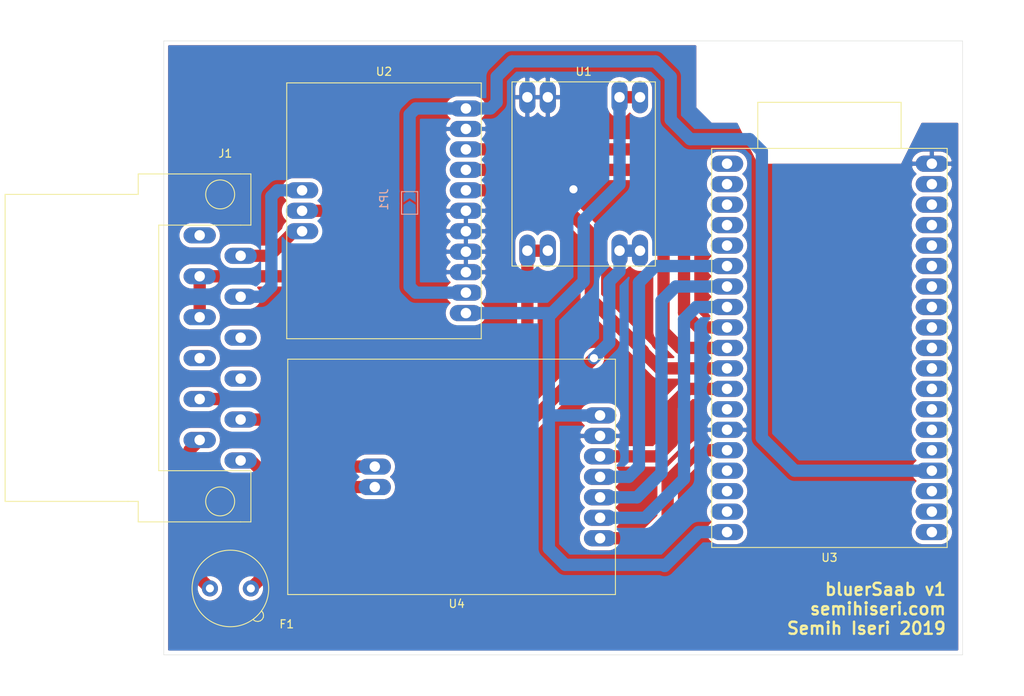
<source format=kicad_pcb>
(kicad_pcb (version 20171130) (host pcbnew "(5.1.2)-1")

  (general
    (thickness 1.6)
    (drawings 5)
    (tracks 140)
    (zones 0)
    (modules 7)
    (nets 21)
  )

  (page A4)
  (layers
    (0 F.Cu signal)
    (31 B.Cu signal)
    (32 B.Adhes user)
    (33 F.Adhes user)
    (34 B.Paste user)
    (35 F.Paste user)
    (36 B.SilkS user)
    (37 F.SilkS user)
    (38 B.Mask user)
    (39 F.Mask user)
    (40 Dwgs.User user)
    (41 Cmts.User user)
    (42 Eco1.User user)
    (43 Eco2.User user)
    (44 Edge.Cuts user)
    (45 Margin user)
    (46 B.CrtYd user)
    (47 F.CrtYd user)
    (48 B.Fab user)
    (49 F.Fab user)
  )

  (setup
    (last_trace_width 0.25)
    (user_trace_width 0.254)
    (user_trace_width 0.508)
    (user_trace_width 0.762)
    (user_trace_width 1.016)
    (user_trace_width 1.27)
    (user_trace_width 1.524)
    (trace_clearance 0.2)
    (zone_clearance 0.508)
    (zone_45_only no)
    (trace_min 0.2)
    (via_size 0.8)
    (via_drill 0.4)
    (via_min_size 0.4)
    (via_min_drill 0.3)
    (uvia_size 0.3)
    (uvia_drill 0.1)
    (uvias_allowed no)
    (uvia_min_size 0.2)
    (uvia_min_drill 0.1)
    (edge_width 0.05)
    (segment_width 0.2)
    (pcb_text_width 0.3)
    (pcb_text_size 1.5 1.5)
    (mod_edge_width 0.12)
    (mod_text_size 1 1)
    (mod_text_width 0.15)
    (pad_size 1.524 1.524)
    (pad_drill 0.762)
    (pad_to_mask_clearance 0.051)
    (solder_mask_min_width 0.25)
    (aux_axis_origin 0 0)
    (visible_elements 7FFFFFFF)
    (pcbplotparams
      (layerselection 0x010f0_ffffffff)
      (usegerberextensions false)
      (usegerberattributes false)
      (usegerberadvancedattributes false)
      (creategerberjobfile false)
      (excludeedgelayer true)
      (linewidth 0.100000)
      (plotframeref false)
      (viasonmask false)
      (mode 1)
      (useauxorigin false)
      (hpglpennumber 1)
      (hpglpenspeed 20)
      (hpglpendiameter 15.000000)
      (psnegative false)
      (psa4output false)
      (plotreference true)
      (plotvalue true)
      (plotinvisibletext false)
      (padsonsilk false)
      (subtractmaskfromsilk false)
      (outputformat 1)
      (mirror false)
      (drillshape 0)
      (scaleselection 1)
      (outputdirectory "manuf/"))
  )

  (net 0 "")
  (net 1 /XMT)
  (net 2 "Net-(JP1-Pad1)")
  (net 3 /5V)
  (net 4 /GND)
  (net 5 "Net-(F1-Pad2)")
  (net 6 /CAR_GND)
  (net 7 /AUDIO_LEFT)
  (net 8 /AUDIO_COMM)
  (net 9 /AUDIO_RIGHT)
  (net 10 /LCK)
  (net 11 /DIN)
  (net 12 /BCK)
  (net 13 /CAN_INT)
  (net 14 /CAN_CS)
  (net 15 /CAN_SCK)
  (net 16 /CAN_MOSI)
  (net 17 /CAN_MISO)
  (net 18 /CAN_L)
  (net 19 /CAN_H)
  (net 20 /CAR_12V)

  (net_class Default "This is the default net class."
    (clearance 0.2)
    (trace_width 0.25)
    (via_dia 0.8)
    (via_drill 0.4)
    (uvia_dia 0.3)
    (uvia_drill 0.1)
    (add_net /5V)
    (add_net /AUDIO_COMM)
    (add_net /AUDIO_LEFT)
    (add_net /AUDIO_RIGHT)
    (add_net /BCK)
    (add_net /CAN_CS)
    (add_net /CAN_H)
    (add_net /CAN_INT)
    (add_net /CAN_L)
    (add_net /CAN_MISO)
    (add_net /CAN_MOSI)
    (add_net /CAN_SCK)
    (add_net /CAR_12V)
    (add_net /CAR_GND)
    (add_net /DIN)
    (add_net /GND)
    (add_net /LCK)
    (add_net /XMT)
    (add_net "Net-(F1-Pad2)")
    (add_net "Net-(JP1-Pad1)")
  )

  (module bluerSaab:PCM5102 locked (layer F.Cu) (tedit 5D08CF0E) (tstamp 5D0A3B8B)
    (at 144.145 59.182 180)
    (path /5D069228)
    (fp_text reference U2 (at 0 17.272) (layer F.SilkS)
      (effects (font (size 1 1) (thickness 0.15)))
    )
    (fp_text value PCM5102 (at 0 -16.51) (layer F.Fab)
      (effects (font (size 1 1) (thickness 0.15)))
    )
    (fp_line (start -12.065 -15.875) (end 12.065 -15.875) (layer F.SilkS) (width 0.12))
    (fp_line (start 12.065 -15.875) (end 12.065 15.875) (layer F.SilkS) (width 0.12))
    (fp_line (start 12.065 15.875) (end -12.065 15.875) (layer F.SilkS) (width 0.12))
    (fp_line (start -12.065 15.875) (end -12.065 -15.875) (layer F.SilkS) (width 0.12))
    (pad 14 thru_hole oval (at 10.16 2.54 180) (size 4 2) (drill 1.3) (layers *.Cu *.Mask)
      (net 7 /AUDIO_LEFT))
    (pad 13 thru_hole oval (at 10.16 0 180) (size 4 2) (drill 1.3) (layers *.Cu *.Mask)
      (net 8 /AUDIO_COMM))
    (pad 12 thru_hole oval (at 10.16 -2.54 180) (size 4 2) (drill 1.3) (layers *.Cu *.Mask)
      (net 9 /AUDIO_RIGHT))
    (pad 11 thru_hole oval (at -10.16 12.7 180) (size 4 2) (drill 1.3) (layers *.Cu *.Mask)
      (net 1 /XMT))
    (pad 10 thru_hole oval (at -10.16 10.16 180) (size 4 2) (drill 1.3) (layers *.Cu *.Mask)
      (net 4 /GND))
    (pad 9 thru_hole oval (at -10.16 7.62 180) (size 4 2) (drill 1.3) (layers *.Cu *.Mask)
      (net 10 /LCK))
    (pad 8 thru_hole oval (at -10.16 5.08 180) (size 4 2) (drill 1.3) (layers *.Cu *.Mask)
      (net 11 /DIN))
    (pad 7 thru_hole oval (at -10.16 2.54 180) (size 4 2) (drill 1.3) (layers *.Cu *.Mask)
      (net 12 /BCK))
    (pad 6 thru_hole oval (at -10.16 0 180) (size 4 2) (drill 1.3) (layers *.Cu *.Mask)
      (net 4 /GND))
    (pad 5 thru_hole oval (at -10.16 -2.54 180) (size 4 2) (drill 1.3) (layers *.Cu *.Mask)
      (net 4 /GND))
    (pad 4 thru_hole oval (at -10.16 -5.08 180) (size 4 2) (drill 1.3) (layers *.Cu *.Mask)
      (net 4 /GND))
    (pad 3 thru_hole oval (at -10.16 -7.62 180) (size 4 2) (drill 1.3) (layers *.Cu *.Mask)
      (net 4 /GND))
    (pad 2 thru_hole oval (at -10.16 -10.16 180) (size 4 2) (drill 1.3) (layers *.Cu *.Mask)
      (net 2 "Net-(JP1-Pad1)"))
    (pad 1 thru_hole oval (at -10.16 -12.7 180) (size 4 2) (drill 1.3) (layers *.Cu *.Mask)
      (net 3 /5V))
  )

  (module bluerSaab:MCP2515 locked (layer F.Cu) (tedit 5D08CF4B) (tstamp 5D074DEB)
    (at 153.162 92.202 180)
    (path /5D068DEA)
    (fp_text reference U4 (at 0 -15.748) (layer F.SilkS)
      (effects (font (size 1 1) (thickness 0.15)))
    )
    (fp_text value MCP2515 (at 0 -15.24) (layer F.Fab)
      (effects (font (size 1 1) (thickness 0.15)))
    )
    (fp_line (start -19.685 14.605) (end -19.685 -14.605) (layer F.SilkS) (width 0.12))
    (fp_line (start -19.685 -14.605) (end 20.955 -14.605) (layer F.SilkS) (width 0.12))
    (fp_line (start 20.955 -14.605) (end 20.955 14.605) (layer F.SilkS) (width 0.12))
    (fp_line (start 20.955 14.605) (end -19.685 14.605) (layer F.SilkS) (width 0.12))
    (pad 9 thru_hole oval (at 10.16 1.27 180) (size 4 2) (drill 1.3) (layers *.Cu *.Mask)
      (net 18 /CAN_L))
    (pad 8 thru_hole oval (at 10.16 -1.27 180) (size 4 2) (drill 1.3) (layers *.Cu *.Mask)
      (net 19 /CAN_H))
    (pad 7 thru_hole oval (at -17.78 7.62 180) (size 4 2) (drill 1.3) (layers *.Cu *.Mask)
      (net 3 /5V))
    (pad 6 thru_hole oval (at -17.78 5.08 180) (size 4 2) (drill 1.3) (layers *.Cu *.Mask)
      (net 4 /GND))
    (pad 5 thru_hole oval (at -17.78 2.54 180) (size 4 2) (drill 1.3) (layers *.Cu *.Mask)
      (net 14 /CAN_CS))
    (pad 4 thru_hole oval (at -17.78 0 180) (size 4 2) (drill 1.3) (layers *.Cu *.Mask)
      (net 17 /CAN_MISO))
    (pad 3 thru_hole oval (at -17.78 -2.54 180) (size 4 2) (drill 1.3) (layers *.Cu *.Mask)
      (net 16 /CAN_MOSI))
    (pad 2 thru_hole oval (at -17.78 -5.08 180) (size 4 2) (drill 1.3) (layers *.Cu *.Mask)
      (net 15 /CAN_SCK))
    (pad 1 thru_hole oval (at -17.78 -7.62 180) (size 4 2) (drill 1.3) (layers *.Cu *.Mask)
      (net 13 /CAN_INT))
  )

  (module bluerSaab:LM2596 locked (layer F.Cu) (tedit 5D08CF95) (tstamp 5D074D91)
    (at 168.275 55.245 90)
    (path /5D068B16)
    (fp_text reference U1 (at 13.335 0.635 180) (layer F.SilkS)
      (effects (font (size 1 1) (thickness 0.15)))
    )
    (fp_text value LM2596 (at 0 -8.89 90) (layer F.Fab)
      (effects (font (size 1 1) (thickness 0.15)))
    )
    (fp_line (start -10.795 -8.255) (end 12.065 -8.255) (layer F.SilkS) (width 0.12))
    (fp_line (start 12.065 -8.255) (end 12.065 9.525) (layer F.SilkS) (width 0.12))
    (fp_line (start 12.065 9.525) (end -10.795 9.525) (layer F.SilkS) (width 0.12))
    (fp_line (start -10.795 9.525) (end -10.795 -8.255) (layer F.SilkS) (width 0.12))
    (pad 4 thru_hole oval (at 10.16 7.62 90) (size 4 2) (drill 1.3) (layers *.Cu *.Mask)
      (net 3 /5V))
    (pad 4 thru_hole oval (at 10.16 5.08 90) (size 4 2) (drill 1.3) (layers *.Cu *.Mask)
      (net 3 /5V))
    (pad 3 thru_hole oval (at 10.16 -3.81 90) (size 4 2) (drill 1.3) (layers *.Cu *.Mask)
      (net 4 /GND))
    (pad 3 thru_hole oval (at 10.16 -6.35 90) (size 4 2) (drill 1.3) (layers *.Cu *.Mask)
      (net 4 /GND))
    (pad 2 thru_hole oval (at -8.89 7.62 90) (size 4 2) (drill 1.3) (layers *.Cu *.Mask)
      (net 5 "Net-(F1-Pad2)"))
    (pad 2 thru_hole oval (at -8.89 5.08 90) (size 4 2) (drill 1.3) (layers *.Cu *.Mask)
      (net 5 "Net-(F1-Pad2)"))
    (pad 1 thru_hole oval (at -8.89 -3.81 90) (size 4 2) (drill 1.3) (layers *.Cu *.Mask)
      (net 6 /CAR_GND))
    (pad 1 thru_hole oval (at -8.89 -6.35 90) (size 4 2) (drill 1.3) (layers *.Cu *.Mask)
      (net 6 /CAR_GND))
  )

  (module bluerSaab:ESP32-DEVKITC locked (layer F.Cu) (tedit 5D08D04B) (tstamp 5D074DD9)
    (at 199.39 76.2)
    (path /5D068673)
    (fp_text reference U3 (at 0 26.035) (layer F.SilkS)
      (effects (font (size 1 1) (thickness 0.15)))
    )
    (fp_text value ESP32-DEVKITC (at 0 -31.75) (layer F.Fab)
      (effects (font (size 1 1) (thickness 0.15)))
    )
    (fp_line (start 8.89 -24.765) (end 8.89 -30.48) (layer F.SilkS) (width 0.12))
    (fp_line (start 8.89 -30.48) (end -8.89 -30.48) (layer F.SilkS) (width 0.12))
    (fp_line (start -8.89 -30.48) (end -8.89 -24.765) (layer F.SilkS) (width 0.12))
    (fp_line (start -14.605 -24.765) (end -14.605 24.765) (layer F.SilkS) (width 0.12))
    (fp_line (start -14.605 24.765) (end 14.605 24.765) (layer F.SilkS) (width 0.12))
    (fp_line (start 14.605 24.765) (end 14.605 -24.765) (layer F.SilkS) (width 0.12))
    (fp_line (start 14.605 -24.765) (end -14.605 -24.765) (layer F.SilkS) (width 0.12))
    (pad 38 thru_hole oval (at 12.7 -22.86) (size 4 2) (drill 1.3) (layers *.Cu *.Mask)
      (net 4 /GND))
    (pad 37 thru_hole oval (at 12.7 -20.32) (size 4 2) (drill 1.3) (layers *.Cu *.Mask))
    (pad 36 thru_hole oval (at 12.7 -17.78) (size 4 2) (drill 1.3) (layers *.Cu *.Mask))
    (pad 35 thru_hole oval (at 12.7 -15.24) (size 4 2) (drill 1.3) (layers *.Cu *.Mask))
    (pad 34 thru_hole oval (at 12.7 -12.7) (size 4 2) (drill 1.3) (layers *.Cu *.Mask))
    (pad 33 thru_hole oval (at 12.7 -10.16) (size 4 2) (drill 1.3) (layers *.Cu *.Mask))
    (pad 32 thru_hole oval (at 12.7 -7.62) (size 4 2) (drill 1.3) (layers *.Cu *.Mask))
    (pad 31 thru_hole oval (at 12.7 -5.08) (size 4 2) (drill 1.3) (layers *.Cu *.Mask))
    (pad 30 thru_hole oval (at 12.7 -2.54) (size 4 2) (drill 1.3) (layers *.Cu *.Mask))
    (pad 29 thru_hole oval (at 12.7 0) (size 4 2) (drill 1.3) (layers *.Cu *.Mask))
    (pad 28 thru_hole oval (at 12.7 2.54) (size 4 2) (drill 1.3) (layers *.Cu *.Mask))
    (pad 27 thru_hole oval (at 12.7 5.08) (size 4 2) (drill 1.3) (layers *.Cu *.Mask))
    (pad 26 thru_hole oval (at 12.7 7.62) (size 4 2) (drill 1.3) (layers *.Cu *.Mask))
    (pad 25 thru_hole oval (at 12.7 10.16) (size 4 2) (drill 1.3) (layers *.Cu *.Mask))
    (pad 24 thru_hole oval (at 12.7 12.7) (size 4 2) (drill 1.3) (layers *.Cu *.Mask))
    (pad 23 thru_hole oval (at 12.7 15.24) (size 4 2) (drill 1.3) (layers *.Cu *.Mask)
      (net 1 /XMT))
    (pad 22 thru_hole oval (at 12.7 17.78) (size 4 2) (drill 1.3) (layers *.Cu *.Mask))
    (pad 21 thru_hole oval (at 12.7 20.32) (size 4 2) (drill 1.3) (layers *.Cu *.Mask))
    (pad 20 thru_hole oval (at 12.7 22.86) (size 4 2) (drill 1.3) (layers *.Cu *.Mask))
    (pad 19 thru_hole oval (at -12.7 22.86) (size 4 2) (drill 1.3) (layers *.Cu *.Mask)
      (net 3 /5V))
    (pad 18 thru_hole oval (at -12.7 20.32) (size 4 2) (drill 1.3) (layers *.Cu *.Mask))
    (pad 17 thru_hole oval (at -12.7 17.78) (size 4 2) (drill 1.3) (layers *.Cu *.Mask))
    (pad 16 thru_hole oval (at -12.7 15.24) (size 4 2) (drill 1.3) (layers *.Cu *.Mask))
    (pad 15 thru_hole oval (at -12.7 12.7) (size 4 2) (drill 1.3) (layers *.Cu *.Mask)
      (net 13 /CAN_INT))
    (pad 14 thru_hole oval (at -12.7 10.16) (size 4 2) (drill 1.3) (layers *.Cu *.Mask)
      (net 4 /GND))
    (pad 13 thru_hole oval (at -12.7 7.62) (size 4 2) (drill 1.3) (layers *.Cu *.Mask))
    (pad 12 thru_hole oval (at -12.7 5.08) (size 4 2) (drill 1.3) (layers *.Cu *.Mask)
      (net 14 /CAN_CS))
    (pad 11 thru_hole oval (at -12.7 2.54) (size 4 2) (drill 1.3) (layers *.Cu *.Mask)
      (net 12 /BCK))
    (pad 10 thru_hole oval (at -12.7 0) (size 4 2) (drill 1.3) (layers *.Cu *.Mask)
      (net 11 /DIN))
    (pad 9 thru_hole oval (at -12.7 -2.54) (size 4 2) (drill 1.3) (layers *.Cu *.Mask)
      (net 10 /LCK))
    (pad 8 thru_hole oval (at -12.7 -5.08) (size 4 2) (drill 1.3) (layers *.Cu *.Mask)
      (net 15 /CAN_SCK))
    (pad 7 thru_hole oval (at -12.7 -7.62) (size 4 2) (drill 1.3) (layers *.Cu *.Mask)
      (net 16 /CAN_MOSI))
    (pad 6 thru_hole oval (at -12.7 -10.16) (size 4 2) (drill 1.3) (layers *.Cu *.Mask)
      (net 17 /CAN_MISO))
    (pad 5 thru_hole oval (at -12.7 -12.7) (size 4 2) (drill 1.3) (layers *.Cu *.Mask))
    (pad 4 thru_hole oval (at -12.7 -15.24) (size 4 2) (drill 1.3) (layers *.Cu *.Mask))
    (pad 3 thru_hole oval (at -12.7 -17.78) (size 4 2) (drill 1.3) (layers *.Cu *.Mask))
    (pad 2 thru_hole oval (at -12.7 -20.32) (size 4 2) (drill 1.3) (layers *.Cu *.Mask))
    (pad 1 thru_hole oval (at -12.7 -22.86) (size 4 2) (drill 1.3) (layers *.Cu *.Mask))
  )

  (module bluerSaab:SAAB_CDC locked (layer F.Cu) (tedit 5D08CE54) (tstamp 5D07685C)
    (at 112.395 76.2)
    (path /5D069D8A)
    (fp_text reference J1 (at 12.065 -24.13) (layer F.SilkS)
      (effects (font (size 1 1) (thickness 0.15)))
    )
    (fp_text value Conn_01x12 (at -2.54 -24.13 180) (layer F.Fab)
      (effects (font (size 1 1) (thickness 0.15)))
    )
    (fp_circle (center 11.43 19.05) (end 10.16 17.78) (layer F.SilkS) (width 0.12))
    (fp_circle (center 11.43 -19.05) (end 10.16 -20.32) (layer F.SilkS) (width 0.12))
    (fp_line (start 1.27 19.05) (end 0 19.05) (layer F.SilkS) (width 0.12))
    (fp_line (start 1.27 21.59) (end 1.27 19.05) (layer F.SilkS) (width 0.12))
    (fp_line (start 1.27 -19.05) (end 0 -19.05) (layer F.SilkS) (width 0.12))
    (fp_line (start 1.27 -21.59) (end 1.27 -19.05) (layer F.SilkS) (width 0.12))
    (fp_line (start 0 19.05) (end -15.24 19.05) (layer F.SilkS) (width 0.12))
    (fp_line (start 0 -19.05) (end -15.24 -19.05) (layer F.SilkS) (width 0.12))
    (fp_line (start 15.24 21.59) (end 13.97 21.59) (layer F.SilkS) (width 0.12))
    (fp_line (start 15.24 15.24) (end 15.24 21.59) (layer F.SilkS) (width 0.12))
    (fp_line (start 13.97 15.24) (end 15.24 15.24) (layer F.SilkS) (width 0.12))
    (fp_line (start 15.24 -15.24) (end 13.97 -15.24) (layer F.SilkS) (width 0.12))
    (fp_line (start 15.24 -21.59) (end 15.24 -15.24) (layer F.SilkS) (width 0.12))
    (fp_line (start 13.97 -21.59) (end 15.24 -21.59) (layer F.SilkS) (width 0.12))
    (fp_line (start -15.24 -19.05) (end -15.24 19.05) (layer F.SilkS) (width 0.12))
    (fp_line (start 13.97 21.59) (end 1.27 21.59) (layer F.SilkS) (width 0.12))
    (fp_line (start 3.81 15.24) (end 13.97 15.24) (layer F.SilkS) (width 0.12))
    (fp_line (start 3.81 -15.24) (end 3.81 15.24) (layer F.SilkS) (width 0.12))
    (fp_line (start 13.97 -15.24) (end 3.81 -15.24) (layer F.SilkS) (width 0.12))
    (fp_line (start 1.27 -21.59) (end 13.97 -21.59) (layer F.SilkS) (width 0.12))
    (pad 12 thru_hole oval (at 13.97 13.97) (size 4 2) (drill 1.3) (layers *.Cu *.Mask)
      (net 6 /CAR_GND))
    (pad 11 thru_hole oval (at 13.97 8.89) (size 4 2) (drill 1.3) (layers *.Cu *.Mask)
      (net 19 /CAN_H))
    (pad 10 thru_hole oval (at 13.97 3.81) (size 4 2) (drill 1.3) (layers *.Cu *.Mask))
    (pad 9 thru_hole oval (at 13.97 -1.27) (size 4 2) (drill 1.3) (layers *.Cu *.Mask))
    (pad 8 thru_hole oval (at 13.97 -6.35) (size 4 2) (drill 1.3) (layers *.Cu *.Mask)
      (net 7 /AUDIO_LEFT))
    (pad 7 thru_hole oval (at 13.97 -11.43) (size 4 2) (drill 1.3) (layers *.Cu *.Mask)
      (net 9 /AUDIO_RIGHT))
    (pad 6 thru_hole oval (at 8.89 11.43) (size 4 2) (drill 1.3) (layers *.Cu *.Mask)
      (net 20 /CAR_12V))
    (pad 5 thru_hole oval (at 8.89 6.35) (size 4 2) (drill 1.3) (layers *.Cu *.Mask)
      (net 18 /CAN_L))
    (pad 4 thru_hole oval (at 8.89 1.27) (size 4 2) (drill 1.3) (layers *.Cu *.Mask))
    (pad 3 thru_hole oval (at 8.89 -3.81) (size 4 2) (drill 1.3) (layers *.Cu *.Mask)
      (net 8 /AUDIO_COMM))
    (pad 2 thru_hole oval (at 8.89 -8.89) (size 4 2) (drill 1.3) (layers *.Cu *.Mask)
      (net 8 /AUDIO_COMM))
    (pad 1 thru_hole oval (at 8.89 -13.97) (size 4 2) (drill 1.3) (layers *.Cu *.Mask))
  )

  (module Jumper:SolderJumper-2_P1.3mm_Open_TrianglePad1.0x1.5mm locked (layer B.Cu) (tedit 5A64794F) (tstamp 5D074D81)
    (at 147.32 58.203 90)
    (descr "SMD Solder Jumper, 1x1.5mm Triangular Pads, 0.3mm gap, open")
    (tags "solder jumper open")
    (path /5D0D4612)
    (attr virtual)
    (fp_text reference JP1 (at 0.418 -3.175 270) (layer B.SilkS)
      (effects (font (size 1 1) (thickness 0.15)) (justify mirror))
    )
    (fp_text value SolderJumper_2_Open (at 0 -1.9 270) (layer B.Fab)
      (effects (font (size 1 1) (thickness 0.15)) (justify mirror))
    )
    (fp_line (start -1.4 -1) (end -1.4 1) (layer B.SilkS) (width 0.12))
    (fp_line (start 1.4 -1) (end -1.4 -1) (layer B.SilkS) (width 0.12))
    (fp_line (start 1.4 1) (end 1.4 -1) (layer B.SilkS) (width 0.12))
    (fp_line (start -1.4 1) (end 1.4 1) (layer B.SilkS) (width 0.12))
    (fp_line (start -1.65 1.25) (end 1.65 1.25) (layer B.CrtYd) (width 0.05))
    (fp_line (start -1.65 1.25) (end -1.65 -1.25) (layer B.CrtYd) (width 0.05))
    (fp_line (start 1.65 -1.25) (end 1.65 1.25) (layer B.CrtYd) (width 0.05))
    (fp_line (start 1.65 -1.25) (end -1.65 -1.25) (layer B.CrtYd) (width 0.05))
    (pad 2 smd custom (at 0.725 0 90) (size 0.3 0.3) (layers B.Cu B.Mask)
      (net 1 /XMT) (zone_connect 2)
      (options (clearance outline) (anchor rect))
      (primitives
        (gr_poly (pts
           (xy -0.65 0.75) (xy 0.5 0.75) (xy 0.5 -0.75) (xy -0.65 -0.75) (xy -0.15 0)
) (width 0))
      ))
    (pad 1 smd custom (at -0.725 0 90) (size 0.3 0.3) (layers B.Cu B.Mask)
      (net 2 "Net-(JP1-Pad1)") (zone_connect 2)
      (options (clearance outline) (anchor rect))
      (primitives
        (gr_poly (pts
           (xy -0.5 0.75) (xy 0.5 0.75) (xy 1 0) (xy 0.5 -0.75) (xy -0.5 -0.75)
) (width 0))
      ))
  )

  (module Fuse_Holders_and_Fuses:Fuseholder_Fuse_TR5_Littlefuse-No560_No460 (layer F.Cu) (tedit 5880C2F3) (tstamp 5D091D46)
    (at 122.555 106.045)
    (descr "Fuse, Fuseholder, TR5, Littlefuse/Wickmann, No. 460, No560,")
    (tags "Fuse Fuseholder TR5 Littlefuse/Wickmann No. 460 No560 ")
    (path /5D0E6F79)
    (fp_text reference F1 (at 9.525 4.445) (layer F.SilkS)
      (effects (font (size 1 1) (thickness 0.15)))
    )
    (fp_text value Fuse (at 2.39 7.43) (layer F.Fab)
      (effects (font (size 1 1) (thickness 0.15)))
    )
    (fp_circle (center 2.54 0.01) (end 7.29 0.01) (layer F.SilkS) (width 0.12))
    (fp_circle (center 2.55 0) (end 7.25 0) (layer F.Fab) (width 0.1))
    (fp_line (start 7.54 5.01) (end -2.46 5.01) (layer F.CrtYd) (width 0.05))
    (fp_line (start 7.54 5.01) (end 7.54 -4.99) (layer F.CrtYd) (width 0.05))
    (fp_line (start -2.46 -4.99) (end -2.46 5.01) (layer F.CrtYd) (width 0.05))
    (fp_line (start -2.46 -4.99) (end 7.54 -4.99) (layer F.CrtYd) (width 0.05))
    (fp_line (start 5.49 3.99) (end 5.36 3.84) (layer F.SilkS) (width 0.12))
    (fp_line (start 5.67 4.07) (end 5.49 3.99) (layer F.SilkS) (width 0.12))
    (fp_line (start 5.96 4.11) (end 5.67 4.07) (layer F.SilkS) (width 0.12))
    (fp_line (start 6.25 4.03) (end 5.96 4.11) (layer F.SilkS) (width 0.12))
    (fp_line (start 6.47 3.86) (end 6.25 4.03) (layer F.SilkS) (width 0.12))
    (fp_line (start 6.62 3.6) (end 6.47 3.86) (layer F.SilkS) (width 0.12))
    (fp_line (start 6.65 3.34) (end 6.62 3.6) (layer F.SilkS) (width 0.12))
    (fp_line (start 6.6 3.09) (end 6.65 3.34) (layer F.SilkS) (width 0.12))
    (fp_line (start 6.51 2.93) (end 6.6 3.09) (layer F.SilkS) (width 0.12))
    (fp_line (start 6.39 2.79) (end 6.51 2.93) (layer F.SilkS) (width 0.12))
    (fp_line (start 6.34 2.74) (end 6.46 2.88) (layer F.Fab) (width 0.1))
    (fp_line (start 6.46 2.88) (end 6.55 3.04) (layer F.Fab) (width 0.1))
    (fp_line (start 6.55 3.04) (end 6.6 3.29) (layer F.Fab) (width 0.1))
    (fp_line (start 6.6 3.29) (end 6.57 3.55) (layer F.Fab) (width 0.1))
    (fp_line (start 6.57 3.55) (end 6.42 3.81) (layer F.Fab) (width 0.1))
    (fp_line (start 6.42 3.81) (end 6.2 3.98) (layer F.Fab) (width 0.1))
    (fp_line (start 6.2 3.98) (end 5.91 4.06) (layer F.Fab) (width 0.1))
    (fp_line (start 5.91 4.06) (end 5.62 4.02) (layer F.Fab) (width 0.1))
    (fp_line (start 5.62 4.02) (end 5.44 3.94) (layer F.Fab) (width 0.1))
    (fp_line (start 5.44 3.94) (end 5.31 3.79) (layer F.Fab) (width 0.1))
    (pad 2 thru_hole circle (at 5.08 0.01) (size 2 2) (drill 1) (layers *.Cu *.Mask)
      (net 5 "Net-(F1-Pad2)"))
    (pad 1 thru_hole circle (at 0 0) (size 2 2) (drill 1) (layers *.Cu *.Mask)
      (net 20 /CAR_12V))
  )

  (gr_text "bluerSaab v1\nsemihiseri.com\nSemih Iseri 2019" (at 213.995 108.585) (layer F.SilkS)
    (effects (font (size 1.5 1.5) (thickness 0.3)) (justify right))
  )
  (gr_line (start 215.9 38.1) (end 116.84 38.1) (layer Edge.Cuts) (width 0.05) (tstamp 5D0915CC))
  (gr_line (start 215.9 114.3) (end 215.9 38.1) (layer Edge.Cuts) (width 0.05))
  (gr_line (start 116.84 114.3) (end 215.9 114.3) (layer Edge.Cuts) (width 0.05))
  (gr_line (start 116.84 38.1) (end 116.84 114.3) (layer Edge.Cuts) (width 0.05))

  (segment (start 147.32 56.388) (end 147.32 56.896) (width 1.016) (layer B.Cu) (net 1))
  (segment (start 147.32 57.478) (end 147.32 56.896) (width 0.254) (layer B.Cu) (net 1))
  (segment (start 147.32 53.34) (end 147.32 56.388) (width 1.524) (layer B.Cu) (net 1))
  (segment (start 147.32 47.244) (end 147.32 53.34) (width 1.524) (layer B.Cu) (net 1))
  (segment (start 148.082 46.482) (end 147.32 47.244) (width 1.524) (layer B.Cu) (net 1))
  (segment (start 154.305 46.482) (end 148.082 46.482) (width 1.524) (layer B.Cu) (net 1))
  (segment (start 191.008 51.816) (end 191.008 87.376) (width 1.524) (layer B.Cu) (net 1))
  (segment (start 195.072 91.44) (end 212.09 91.44) (width 1.524) (layer B.Cu) (net 1))
  (segment (start 182.118 50.292) (end 189.484 50.292) (width 1.524) (layer B.Cu) (net 1))
  (segment (start 191.008 87.376) (end 195.072 91.44) (width 1.524) (layer B.Cu) (net 1))
  (segment (start 179.705 47.879) (end 182.118 50.292) (width 1.524) (layer B.Cu) (net 1))
  (segment (start 179.705 42.545) (end 179.705 47.879) (width 1.524) (layer B.Cu) (net 1))
  (segment (start 154.305 46.482) (end 157.353 46.482) (width 1.524) (layer B.Cu) (net 1))
  (segment (start 157.353 46.482) (end 158.115 45.72) (width 1.524) (layer B.Cu) (net 1))
  (segment (start 158.115 45.72) (end 158.115 42.545) (width 1.524) (layer B.Cu) (net 1))
  (segment (start 158.115 42.545) (end 160.02 40.64) (width 1.524) (layer B.Cu) (net 1))
  (segment (start 189.484 50.292) (end 191.008 51.816) (width 1.524) (layer B.Cu) (net 1))
  (segment (start 160.02 40.64) (end 177.8 40.64) (width 1.524) (layer B.Cu) (net 1))
  (segment (start 177.8 40.64) (end 179.705 42.545) (width 1.524) (layer B.Cu) (net 1))
  (segment (start 147.32 68.58) (end 147.32 58.928) (width 1.524) (layer B.Cu) (net 2))
  (segment (start 148.082 69.342) (end 147.32 68.58) (width 1.524) (layer B.Cu) (net 2))
  (segment (start 154.305 69.342) (end 148.082 69.342) (width 1.524) (layer B.Cu) (net 2))
  (segment (start 164.846 84.582) (end 164.592 84.836) (width 1.524) (layer B.Cu) (net 3))
  (segment (start 170.942 84.582) (end 164.846 84.582) (width 1.524) (layer B.Cu) (net 3))
  (segment (start 183.166 99.06) (end 186.69 99.06) (width 1.524) (layer B.Cu) (net 3))
  (segment (start 178.959 103.267) (end 183.166 99.06) (width 1.524) (layer B.Cu) (net 3))
  (segment (start 178.816 103.124) (end 178.959 103.267) (width 1.524) (layer B.Cu) (net 3))
  (segment (start 166.624 103.124) (end 178.816 103.124) (width 1.524) (layer B.Cu) (net 3))
  (segment (start 164.592 101.092) (end 166.624 103.124) (width 1.524) (layer B.Cu) (net 3))
  (segment (start 175.895 45.085) (end 173.355 45.085) (width 1.524) (layer F.Cu) (net 3))
  (segment (start 164.973 71.882) (end 154.305 71.882) (width 1.524) (layer B.Cu) (net 3))
  (segment (start 164.592 72.263) (end 164.973 71.882) (width 1.524) (layer B.Cu) (net 3))
  (segment (start 164.592 85.852) (end 164.592 72.263) (width 1.524) (layer B.Cu) (net 3))
  (segment (start 164.592 85.852) (end 164.592 101.092) (width 1.524) (layer B.Cu) (net 3))
  (segment (start 164.592 84.836) (end 164.592 85.852) (width 1.524) (layer B.Cu) (net 3))
  (segment (start 168.91 67.945) (end 164.973 71.882) (width 1.524) (layer B.Cu) (net 3))
  (segment (start 168.91 60.325) (end 168.91 67.945) (width 1.524) (layer B.Cu) (net 3))
  (segment (start 173.355 55.88) (end 168.91 60.325) (width 1.524) (layer B.Cu) (net 3))
  (segment (start 173.355 45.085) (end 173.355 55.88) (width 1.524) (layer B.Cu) (net 3))
  (segment (start 164.465 45.085) (end 168.275 45.085) (width 0.254) (layer B.Cu) (net 4))
  (segment (start 168.275 45.085) (end 168.91 45.72) (width 0.254) (layer B.Cu) (net 4))
  (segment (start 168.91 45.72) (end 168.91 55.245) (width 0.254) (layer B.Cu) (net 4))
  (via (at 167.64 56.515) (size 1.524) (drill 1.016) (layers F.Cu B.Cu) (net 4))
  (segment (start 168.91 55.245) (end 167.64 56.515) (width 0.254) (layer B.Cu) (net 4))
  (segment (start 173.355 64.135) (end 175.895 64.135) (width 1.524) (layer B.Cu) (net 5))
  (via (at 170.18 77.47) (size 1.524) (drill 1.016) (layers F.Cu B.Cu) (net 5))
  (segment (start 173.355 66.675) (end 173.355 64.135) (width 1.524) (layer B.Cu) (net 5))
  (segment (start 172.085 67.945) (end 173.355 66.675) (width 1.524) (layer B.Cu) (net 5))
  (segment (start 170.18 77.47) (end 172.085 75.565) (width 1.524) (layer B.Cu) (net 5))
  (segment (start 172.085 75.565) (end 172.085 67.945) (width 1.524) (layer B.Cu) (net 5))
  (segment (start 131.458 102.232) (end 127.635 106.055) (width 1.524) (layer F.Cu) (net 5))
  (segment (start 152.276 102.232) (end 131.458 102.232) (width 1.524) (layer F.Cu) (net 5))
  (segment (start 159.512 94.996) (end 152.276 102.232) (width 1.524) (layer F.Cu) (net 5))
  (segment (start 159.512 88.138) (end 159.512 94.996) (width 1.524) (layer F.Cu) (net 5))
  (segment (start 170.18 77.47) (end 159.512 88.138) (width 1.524) (layer F.Cu) (net 5))
  (segment (start 161.925 64.135) (end 164.465 64.135) (width 1.524) (layer F.Cu) (net 6))
  (segment (start 156.972 93.472) (end 150.876 99.568) (width 1.524) (layer F.Cu) (net 6))
  (segment (start 156.972 86.868) (end 156.972 93.472) (width 1.524) (layer F.Cu) (net 6))
  (segment (start 161.925 81.915) (end 156.972 86.868) (width 1.524) (layer F.Cu) (net 6))
  (segment (start 161.925 64.135) (end 161.925 81.915) (width 1.524) (layer F.Cu) (net 6))
  (segment (start 126.365 90.17) (end 127.635 90.17) (width 1.524) (layer F.Cu) (net 6))
  (segment (start 137.033 99.568) (end 142.367 99.568) (width 1.524) (layer F.Cu) (net 6))
  (segment (start 127.635 90.17) (end 137.033 99.568) (width 1.524) (layer F.Cu) (net 6))
  (segment (start 150.876 99.568) (end 142.367 99.568) (width 1.524) (layer F.Cu) (net 6))
  (segment (start 128.905 69.85) (end 126.365 69.85) (width 1.524) (layer B.Cu) (net 7))
  (segment (start 130.175 68.58) (end 128.905 69.85) (width 1.524) (layer B.Cu) (net 7))
  (segment (start 130.175 57.404) (end 130.175 68.58) (width 1.524) (layer B.Cu) (net 7))
  (segment (start 130.937 56.642) (end 130.175 57.404) (width 1.524) (layer B.Cu) (net 7))
  (segment (start 133.985 56.642) (end 130.937 56.642) (width 1.524) (layer B.Cu) (net 7))
  (segment (start 121.285 67.31) (end 121.285 72.39) (width 1.524) (layer F.Cu) (net 8))
  (segment (start 137.509 59.182) (end 133.985 59.182) (width 1.524) (layer F.Cu) (net 8))
  (segment (start 138.43 60.103) (end 137.509 59.182) (width 1.524) (layer F.Cu) (net 8))
  (segment (start 138.43 62.865) (end 138.43 66.675) (width 1.524) (layer F.Cu) (net 8))
  (segment (start 138.43 62.865) (end 138.43 60.103) (width 1.524) (layer F.Cu) (net 8))
  (segment (start 138.43 64.77) (end 138.43 62.865) (width 1.524) (layer F.Cu) (net 8))
  (segment (start 138.43 64.77) (end 138.43 66.675) (width 1.524) (layer F.Cu) (net 8))
  (segment (start 137.795 67.31) (end 134.62 67.31) (width 1.524) (layer F.Cu) (net 8))
  (segment (start 138.43 66.675) (end 137.795 67.31) (width 1.524) (layer F.Cu) (net 8))
  (segment (start 121.285 67.31) (end 134.62 67.31) (width 1.524) (layer F.Cu) (net 8))
  (segment (start 132.985 61.722) (end 133.985 61.722) (width 1.524) (layer F.Cu) (net 9))
  (segment (start 129.937 64.77) (end 132.985 61.722) (width 1.524) (layer F.Cu) (net 9))
  (segment (start 126.365 64.77) (end 129.937 64.77) (width 1.524) (layer F.Cu) (net 9))
  (segment (start 183.166 73.66) (end 186.69 73.66) (width 1.524) (layer F.Cu) (net 10))
  (segment (start 181.356 65.532) (end 181.356 71.85) (width 1.524) (layer F.Cu) (net 10))
  (segment (start 181.356 71.85) (end 183.166 73.66) (width 1.524) (layer F.Cu) (net 10))
  (segment (start 181.356 65.532) (end 181.356 56.261) (width 1.524) (layer F.Cu) (net 10))
  (segment (start 176.657 51.562) (end 154.305 51.562) (width 1.524) (layer F.Cu) (net 10))
  (segment (start 181.356 56.261) (end 176.657 51.562) (width 1.524) (layer F.Cu) (net 10))
  (segment (start 178.816 66.548) (end 178.816 74.168) (width 1.524) (layer F.Cu) (net 11))
  (segment (start 180.848 76.2) (end 183.388 76.2) (width 1.524) (layer F.Cu) (net 11))
  (segment (start 178.816 74.168) (end 180.848 76.2) (width 1.524) (layer F.Cu) (net 11))
  (segment (start 186.69 76.2) (end 183.388 76.2) (width 1.524) (layer F.Cu) (net 11))
  (segment (start 154.305 54.102) (end 175.387 54.102) (width 1.524) (layer F.Cu) (net 11))
  (segment (start 178.816 57.531) (end 178.816 66.548) (width 1.524) (layer F.Cu) (net 11))
  (segment (start 175.387 54.102) (end 178.816 57.531) (width 1.524) (layer F.Cu) (net 11))
  (segment (start 169.799 61.976) (end 169.799 65.151) (width 1.524) (layer F.Cu) (net 12))
  (segment (start 169.799 70.104) (end 169.799 61.976) (width 1.524) (layer F.Cu) (net 12))
  (segment (start 176.276 76.581) (end 169.799 70.104) (width 1.524) (layer F.Cu) (net 12))
  (segment (start 176.276 76.708) (end 176.276 76.581) (width 1.524) (layer F.Cu) (net 12))
  (segment (start 186.69 78.74) (end 178.308 78.74) (width 1.524) (layer F.Cu) (net 12))
  (segment (start 178.308 78.74) (end 176.276 76.708) (width 1.524) (layer F.Cu) (net 12))
  (segment (start 157.829 56.642) (end 160.242 59.055) (width 1.524) (layer F.Cu) (net 12))
  (segment (start 154.305 56.642) (end 157.829 56.642) (width 1.524) (layer F.Cu) (net 12))
  (segment (start 166.878 59.055) (end 169.799 61.976) (width 1.524) (layer F.Cu) (net 12))
  (segment (start 160.242 59.055) (end 166.878 59.055) (width 1.524) (layer F.Cu) (net 12))
  (segment (start 183.166 88.9) (end 179.324 92.742) (width 1.524) (layer F.Cu) (net 13))
  (segment (start 186.69 88.9) (end 183.166 88.9) (width 1.524) (layer F.Cu) (net 13))
  (segment (start 179.324 92.742) (end 179.324 97.536) (width 1.524) (layer F.Cu) (net 13))
  (segment (start 177.038 99.822) (end 170.942 99.822) (width 1.524) (layer F.Cu) (net 13))
  (segment (start 179.324 97.536) (end 177.038 99.822) (width 1.524) (layer F.Cu) (net 13))
  (segment (start 170.942 89.662) (end 178.054 89.662) (width 1.524) (layer F.Cu) (net 14))
  (segment (start 178.054 89.662) (end 179.832 87.884) (width 1.524) (layer F.Cu) (net 14))
  (segment (start 179.832 87.884) (end 179.832 83.312) (width 1.524) (layer F.Cu) (net 14))
  (segment (start 181.864 81.28) (end 186.69 81.28) (width 1.524) (layer F.Cu) (net 14))
  (segment (start 179.832 83.312) (end 181.864 81.28) (width 1.524) (layer F.Cu) (net 14))
  (segment (start 176.53 97.282) (end 170.942 97.282) (width 1.524) (layer B.Cu) (net 15))
  (segment (start 186.69 71.12) (end 182.88 71.12) (width 1.524) (layer B.Cu) (net 15))
  (segment (start 181.356 72.644) (end 182.88 71.12) (width 1.524) (layer B.Cu) (net 15))
  (segment (start 181.356 92.456) (end 181.356 72.644) (width 1.524) (layer B.Cu) (net 15))
  (segment (start 181.356 92.456) (end 176.53 97.282) (width 1.524) (layer B.Cu) (net 15))
  (segment (start 180.34 68.58) (end 186.69 68.58) (width 1.524) (layer B.Cu) (net 16))
  (segment (start 178.562 70.358) (end 180.34 68.58) (width 1.524) (layer B.Cu) (net 16))
  (segment (start 178.562 91.694) (end 178.562 70.358) (width 1.524) (layer B.Cu) (net 16))
  (segment (start 170.942 94.742) (end 175.514 94.742) (width 1.524) (layer B.Cu) (net 16))
  (segment (start 175.514 94.742) (end 178.562 91.694) (width 1.524) (layer B.Cu) (net 16))
  (segment (start 174.498 92.202) (end 170.942 92.202) (width 1.524) (layer B.Cu) (net 17))
  (segment (start 175.768 90.932) (end 175.768 68.072) (width 1.524) (layer B.Cu) (net 17))
  (segment (start 175.768 90.932) (end 174.498 92.202) (width 1.524) (layer B.Cu) (net 17))
  (segment (start 177.8 66.04) (end 183.896 66.04) (width 1.524) (layer B.Cu) (net 17))
  (segment (start 175.768 68.072) (end 177.8 66.04) (width 1.524) (layer B.Cu) (net 17))
  (segment (start 186.69 66.04) (end 183.896 66.04) (width 1.524) (layer B.Cu) (net 17))
  (segment (start 121.285 82.55) (end 130.175 82.55) (width 1.524) (layer F.Cu) (net 18))
  (segment (start 138.557 90.932) (end 143.002 90.932) (width 1.524) (layer F.Cu) (net 18))
  (segment (start 130.175 82.55) (end 138.557 90.932) (width 1.524) (layer F.Cu) (net 18))
  (segment (start 137.287 93.472) (end 143.002 93.472) (width 1.524) (layer F.Cu) (net 19))
  (segment (start 126.365 85.09) (end 128.905 85.09) (width 1.524) (layer F.Cu) (net 19))
  (segment (start 128.905 85.09) (end 137.287 93.472) (width 1.524) (layer F.Cu) (net 19))
  (segment (start 120.015 103.505) (end 122.555 106.045) (width 1.524) (layer F.Cu) (net 20))
  (segment (start 121.285 87.63) (end 120.015 88.9) (width 1.524) (layer F.Cu) (net 20))
  (segment (start 120.015 88.9) (end 120.015 103.505) (width 1.524) (layer F.Cu) (net 20))

  (zone (net 0) (net_name "") (layers F&B.Cu) (tstamp 0) (hatch edge 0.508)
    (connect_pads (clearance 0.508))
    (min_thickness 0.254)
    (keepout (tracks not_allowed) (vias not_allowed) (copperpour not_allowed))
    (fill (arc_segments 32) (thermal_gap 0.508) (thermal_bridge_width 0.508))
    (polygon
      (pts
        (xy 190.5 53.34) (xy 187.96 48.26) (xy 184.785 48.26) (xy 182.88 46.355) (xy 182.88 38.1)
        (xy 215.9 38.1) (xy 215.9 48.26) (xy 210.82 48.26) (xy 208.28 53.34)
      )
    )
  )
  (zone (net 4) (net_name /GND) (layer F.Cu) (tstamp 5D0A3DCE) (hatch edge 0.508)
    (connect_pads (clearance 0.508))
    (min_thickness 0.254)
    (fill yes (arc_segments 32) (thermal_gap 0.508) (thermal_bridge_width 0.508))
    (polygon
      (pts
        (xy 96.52 33.02) (xy 220.98 33.02) (xy 220.98 116.84) (xy 96.52 116.84)
      )
    )
    (filled_polygon
      (pts
        (xy 182.753 46.355) (xy 182.75544 46.379776) (xy 182.762667 46.403601) (xy 182.774403 46.425557) (xy 182.790197 46.444803)
        (xy 184.695197 48.349803) (xy 184.714443 48.365597) (xy 184.736399 48.377333) (xy 184.760224 48.38456) (xy 184.785 48.387)
        (xy 187.88151 48.387) (xy 190.386408 53.396796) (xy 190.394403 53.410557) (xy 190.410197 53.429803) (xy 190.429443 53.445597)
        (xy 190.451399 53.457333) (xy 190.475224 53.46456) (xy 190.5 53.467) (xy 208.28 53.467) (xy 208.295884 53.466003)
        (xy 208.320161 53.460483) (xy 208.342894 53.450333) (xy 208.363211 53.435943) (xy 208.380329 53.417866) (xy 208.393592 53.396796)
        (xy 208.612207 52.959566) (xy 209.499876 52.959566) (xy 209.619223 53.213) (xy 211.963 53.213) (xy 211.963 51.705)
        (xy 212.217 51.705) (xy 212.217 53.213) (xy 214.560777 53.213) (xy 214.680124 52.959566) (xy 214.649144 52.831645)
        (xy 214.52001 52.537239) (xy 214.335922 52.273683) (xy 214.103954 52.051105) (xy 213.83302 51.878058) (xy 213.533532 51.761193)
        (xy 213.217 51.705) (xy 212.217 51.705) (xy 211.963 51.705) (xy 210.963 51.705) (xy 210.646468 51.761193)
        (xy 210.34698 51.878058) (xy 210.076046 52.051105) (xy 209.844078 52.273683) (xy 209.65999 52.537239) (xy 209.530856 52.831645)
        (xy 209.499876 52.959566) (xy 208.612207 52.959566) (xy 210.89849 48.387) (xy 215.240001 48.387) (xy 215.24 113.64)
        (xy 117.5 113.64) (xy 117.5 88.9) (xy 118.611241 88.9) (xy 118.618 88.968625) (xy 118.618001 103.436365)
        (xy 118.611241 103.505) (xy 118.638214 103.778859) (xy 118.718097 104.042195) (xy 118.847818 104.284887) (xy 119.022393 104.497608)
        (xy 119.075704 104.541359) (xy 120.964601 106.430257) (xy 120.982832 106.521912) (xy 121.106082 106.819463) (xy 121.285013 107.087252)
        (xy 121.512748 107.314987) (xy 121.780537 107.493918) (xy 122.078088 107.617168) (xy 122.393967 107.68) (xy 122.716033 107.68)
        (xy 123.031912 107.617168) (xy 123.329463 107.493918) (xy 123.597252 107.314987) (xy 123.824987 107.087252) (xy 124.003918 106.819463)
        (xy 124.127168 106.521912) (xy 124.19 106.206033) (xy 124.19 105.883967) (xy 124.127168 105.568088) (xy 124.003918 105.270537)
        (xy 123.824987 105.002748) (xy 123.597252 104.775013) (xy 123.329463 104.596082) (xy 123.031912 104.472832) (xy 122.940257 104.454601)
        (xy 121.412 102.926345) (xy 121.412 90.17) (xy 123.722089 90.17) (xy 123.753657 90.490516) (xy 123.847148 90.798715)
        (xy 123.998969 91.082752) (xy 124.203286 91.331714) (xy 124.452248 91.536031) (xy 124.736285 91.687852) (xy 125.044484 91.781343)
        (xy 125.284678 91.805) (xy 127.294345 91.805) (xy 135.996645 100.507302) (xy 136.040392 100.560608) (xy 136.253113 100.735183)
        (xy 136.439858 100.835) (xy 131.526624 100.835) (xy 131.457999 100.828241) (xy 131.18414 100.855214) (xy 130.920805 100.935096)
        (xy 130.678113 101.064817) (xy 130.465392 101.239392) (xy 130.421645 101.292698) (xy 127.249744 104.464601) (xy 127.158088 104.482832)
        (xy 126.860537 104.606082) (xy 126.592748 104.785013) (xy 126.365013 105.012748) (xy 126.186082 105.280537) (xy 126.062832 105.578088)
        (xy 126 105.893967) (xy 126 106.216033) (xy 126.062832 106.531912) (xy 126.186082 106.829463) (xy 126.365013 107.097252)
        (xy 126.592748 107.324987) (xy 126.860537 107.503918) (xy 127.158088 107.627168) (xy 127.473967 107.69) (xy 127.796033 107.69)
        (xy 128.111912 107.627168) (xy 128.409463 107.503918) (xy 128.677252 107.324987) (xy 128.904987 107.097252) (xy 129.083918 106.829463)
        (xy 129.207168 106.531912) (xy 129.225399 106.440256) (xy 132.036657 103.629) (xy 152.207375 103.629) (xy 152.276 103.635759)
        (xy 152.344625 103.629) (xy 152.54986 103.608786) (xy 152.813195 103.528904) (xy 153.055887 103.399183) (xy 153.268608 103.224608)
        (xy 153.312364 103.171291) (xy 160.451302 96.032355) (xy 160.504608 95.988608) (xy 160.679183 95.775887) (xy 160.808904 95.533195)
        (xy 160.888786 95.26986) (xy 160.909 95.064625) (xy 160.915759 94.996001) (xy 160.909 94.927376) (xy 160.909 88.716655)
        (xy 165.043655 84.582) (xy 168.299089 84.582) (xy 168.330657 84.902516) (xy 168.424148 85.210715) (xy 168.575969 85.494752)
        (xy 168.780286 85.743714) (xy 168.910142 85.850284) (xy 168.696078 86.055683) (xy 168.51199 86.319239) (xy 168.382856 86.613645)
        (xy 168.351876 86.741566) (xy 168.471223 86.995) (xy 170.815 86.995) (xy 170.815 86.975) (xy 171.069 86.975)
        (xy 171.069 86.995) (xy 173.412777 86.995) (xy 173.532124 86.741566) (xy 173.501144 86.613645) (xy 173.37201 86.319239)
        (xy 173.187922 86.055683) (xy 172.973858 85.850284) (xy 173.103714 85.743714) (xy 173.308031 85.494752) (xy 173.459852 85.210715)
        (xy 173.553343 84.902516) (xy 173.584911 84.582) (xy 173.553343 84.261484) (xy 173.459852 83.953285) (xy 173.308031 83.669248)
        (xy 173.103714 83.420286) (xy 172.854752 83.215969) (xy 172.570715 83.064148) (xy 172.262516 82.970657) (xy 172.022322 82.947)
        (xy 169.861678 82.947) (xy 169.621484 82.970657) (xy 169.313285 83.064148) (xy 169.029248 83.215969) (xy 168.780286 83.420286)
        (xy 168.575969 83.669248) (xy 168.424148 83.953285) (xy 168.330657 84.261484) (xy 168.299089 84.582) (xy 165.043655 84.582)
        (xy 171.216353 78.409304) (xy 171.216362 78.409293) (xy 171.26512 78.360535) (xy 171.303433 78.303196) (xy 171.347182 78.249887)
        (xy 171.379689 78.189071) (xy 171.418005 78.131727) (xy 171.444399 78.068007) (xy 171.476903 78.007196) (xy 171.496919 77.941213)
        (xy 171.523314 77.87749) (xy 171.536769 77.809845) (xy 171.556786 77.74386) (xy 171.563545 77.675235) (xy 171.577 77.607592)
        (xy 171.577 77.538626) (xy 171.583759 77.470001) (xy 171.577 77.401376) (xy 171.577 77.332408) (xy 171.563545 77.264764)
        (xy 171.556786 77.196141) (xy 171.53677 77.130158) (xy 171.523314 77.06251) (xy 171.496918 76.998785) (xy 171.476903 76.932805)
        (xy 171.444401 76.871997) (xy 171.418005 76.808273) (xy 171.379686 76.750925) (xy 171.347182 76.690114) (xy 171.303437 76.636811)
        (xy 171.26512 76.579465) (xy 171.216354 76.530699) (xy 171.172607 76.477393) (xy 171.119301 76.433646) (xy 171.070535 76.38488)
        (xy 171.013189 76.346563) (xy 170.959886 76.302818) (xy 170.899075 76.270314) (xy 170.841727 76.231995) (xy 170.778003 76.205599)
        (xy 170.717195 76.173097) (xy 170.651215 76.153082) (xy 170.58749 76.126686) (xy 170.519842 76.11323) (xy 170.453859 76.093214)
        (xy 170.385236 76.086455) (xy 170.317592 76.073) (xy 170.248624 76.073) (xy 170.179999 76.066241) (xy 170.111374 76.073)
        (xy 170.042408 76.073) (xy 169.974765 76.086455) (xy 169.90614 76.093214) (xy 169.840155 76.113231) (xy 169.77251 76.126686)
        (xy 169.708787 76.153081) (xy 169.642804 76.173097) (xy 169.581993 76.205601) (xy 169.518273 76.231995) (xy 169.460929 76.270311)
        (xy 169.400113 76.302818) (xy 169.346804 76.346567) (xy 169.289465 76.38488) (xy 169.240707 76.433638) (xy 169.240696 76.433647)
        (xy 163.221623 82.452722) (xy 163.221904 82.452195) (xy 163.301786 82.18886) (xy 163.322 81.983625) (xy 163.328759 81.915)
        (xy 163.322 81.846375) (xy 163.322 66.312071) (xy 163.552249 66.501031) (xy 163.836286 66.652852) (xy 164.144485 66.746343)
        (xy 164.465 66.777911) (xy 164.785516 66.746343) (xy 165.093715 66.652852) (xy 165.377752 66.501031) (xy 165.626714 66.296714)
        (xy 165.831031 66.047752) (xy 165.982852 65.763715) (xy 166.076343 65.455516) (xy 166.1 65.215322) (xy 166.1 63.054678)
        (xy 166.076343 62.814484) (xy 165.982852 62.506285) (xy 165.831031 62.222248) (xy 165.626714 61.973286) (xy 165.377751 61.768969)
        (xy 165.093714 61.617148) (xy 164.785515 61.523657) (xy 164.465 61.492089) (xy 164.144484 61.523657) (xy 163.836285 61.617148)
        (xy 163.552248 61.768969) (xy 163.303286 61.973286) (xy 163.195 62.105234) (xy 163.086714 61.973286) (xy 162.837751 61.768969)
        (xy 162.553714 61.617148) (xy 162.245515 61.523657) (xy 161.925 61.492089) (xy 161.604484 61.523657) (xy 161.296285 61.617148)
        (xy 161.012248 61.768969) (xy 160.763286 61.973286) (xy 160.558969 62.222249) (xy 160.407148 62.506286) (xy 160.313657 62.814485)
        (xy 160.29 63.054679) (xy 160.290001 65.215322) (xy 160.313658 65.455516) (xy 160.407149 65.763715) (xy 160.528 65.989811)
        (xy 160.528001 81.336343) (xy 156.032705 85.83164) (xy 155.979392 85.875393) (xy 155.804817 86.088114) (xy 155.675096 86.330806)
        (xy 155.627715 86.487) (xy 155.595214 86.594141) (xy 155.568241 86.868) (xy 155.575 86.936625) (xy 155.575001 92.893343)
        (xy 150.297345 98.171) (xy 137.611657 98.171) (xy 128.769071 89.328416) (xy 128.731031 89.257248) (xy 128.526714 89.008286)
        (xy 128.277752 88.803969) (xy 127.993715 88.652148) (xy 127.685516 88.558657) (xy 127.445322 88.535) (xy 125.284678 88.535)
        (xy 125.044484 88.558657) (xy 124.736285 88.652148) (xy 124.452248 88.803969) (xy 124.203286 89.008286) (xy 123.998969 89.257248)
        (xy 123.847148 89.541285) (xy 123.753657 89.849484) (xy 123.722089 90.17) (xy 121.412 90.17) (xy 121.412 89.478656)
        (xy 121.625656 89.265) (xy 122.365322 89.265) (xy 122.605516 89.241343) (xy 122.913715 89.147852) (xy 123.197752 88.996031)
        (xy 123.446714 88.791714) (xy 123.651031 88.542752) (xy 123.802852 88.258715) (xy 123.896343 87.950516) (xy 123.927911 87.63)
        (xy 123.896343 87.309484) (xy 123.802852 87.001285) (xy 123.651031 86.717248) (xy 123.446714 86.468286) (xy 123.197752 86.263969)
        (xy 122.913715 86.112148) (xy 122.605516 86.018657) (xy 122.365322 85.995) (xy 120.204678 85.995) (xy 119.964484 86.018657)
        (xy 119.656285 86.112148) (xy 119.372248 86.263969) (xy 119.123286 86.468286) (xy 118.918969 86.717248) (xy 118.767148 87.001285)
        (xy 118.673657 87.309484) (xy 118.642089 87.63) (xy 118.673657 87.950516) (xy 118.767148 88.258715) (xy 118.770441 88.264875)
        (xy 118.718096 88.362806) (xy 118.652367 88.579484) (xy 118.638214 88.626141) (xy 118.611241 88.9) (xy 117.5 88.9)
        (xy 117.5 82.55) (xy 118.642089 82.55) (xy 118.673657 82.870516) (xy 118.767148 83.178715) (xy 118.918969 83.462752)
        (xy 119.123286 83.711714) (xy 119.372248 83.916031) (xy 119.656285 84.067852) (xy 119.964484 84.161343) (xy 120.204678 84.185)
        (xy 122.365322 84.185) (xy 122.605516 84.161343) (xy 122.913715 84.067852) (xy 123.139813 83.947) (xy 124.187928 83.947)
        (xy 123.998969 84.177248) (xy 123.847148 84.461285) (xy 123.753657 84.769484) (xy 123.722089 85.09) (xy 123.753657 85.410516)
        (xy 123.847148 85.718715) (xy 123.998969 86.002752) (xy 124.203286 86.251714) (xy 124.452248 86.456031) (xy 124.736285 86.607852)
        (xy 125.044484 86.701343) (xy 125.284678 86.725) (xy 127.445322 86.725) (xy 127.685516 86.701343) (xy 127.993715 86.607852)
        (xy 128.219813 86.487) (xy 128.326345 86.487) (xy 136.250645 94.411302) (xy 136.294392 94.464608) (xy 136.507113 94.639183)
        (xy 136.749805 94.768904) (xy 136.977686 94.838031) (xy 137.01314 94.848786) (xy 137.286999 94.875759) (xy 137.355624 94.869)
        (xy 141.147187 94.869) (xy 141.373285 94.989852) (xy 141.681484 95.083343) (xy 141.921678 95.107) (xy 144.082322 95.107)
        (xy 144.322516 95.083343) (xy 144.630715 94.989852) (xy 144.914752 94.838031) (xy 145.163714 94.633714) (xy 145.368031 94.384752)
        (xy 145.519852 94.100715) (xy 145.613343 93.792516) (xy 145.644911 93.472) (xy 145.613343 93.151484) (xy 145.519852 92.843285)
        (xy 145.368031 92.559248) (xy 145.163714 92.310286) (xy 145.031767 92.202) (xy 145.163714 92.093714) (xy 145.368031 91.844752)
        (xy 145.519852 91.560715) (xy 145.613343 91.252516) (xy 145.644911 90.932) (xy 145.613343 90.611484) (xy 145.519852 90.303285)
        (xy 145.368031 90.019248) (xy 145.163714 89.770286) (xy 144.914752 89.565969) (xy 144.630715 89.414148) (xy 144.322516 89.320657)
        (xy 144.082322 89.297) (xy 141.921678 89.297) (xy 141.681484 89.320657) (xy 141.373285 89.414148) (xy 141.147187 89.535)
        (xy 139.135657 89.535) (xy 131.211364 81.610709) (xy 131.167608 81.557392) (xy 130.954887 81.382817) (xy 130.712195 81.253096)
        (xy 130.44886 81.173214) (xy 130.243625 81.153) (xy 130.175 81.146241) (xy 130.106375 81.153) (xy 128.542072 81.153)
        (xy 128.731031 80.922752) (xy 128.882852 80.638715) (xy 128.976343 80.330516) (xy 129.007911 80.01) (xy 128.976343 79.689484)
        (xy 128.882852 79.381285) (xy 128.731031 79.097248) (xy 128.526714 78.848286) (xy 128.277752 78.643969) (xy 127.993715 78.492148)
        (xy 127.685516 78.398657) (xy 127.445322 78.375) (xy 125.284678 78.375) (xy 125.044484 78.398657) (xy 124.736285 78.492148)
        (xy 124.452248 78.643969) (xy 124.203286 78.848286) (xy 123.998969 79.097248) (xy 123.847148 79.381285) (xy 123.753657 79.689484)
        (xy 123.722089 80.01) (xy 123.753657 80.330516) (xy 123.847148 80.638715) (xy 123.998969 80.922752) (xy 124.187928 81.153)
        (xy 123.139813 81.153) (xy 122.913715 81.032148) (xy 122.605516 80.938657) (xy 122.365322 80.915) (xy 120.204678 80.915)
        (xy 119.964484 80.938657) (xy 119.656285 81.032148) (xy 119.372248 81.183969) (xy 119.123286 81.388286) (xy 118.918969 81.637248)
        (xy 118.767148 81.921285) (xy 118.673657 82.229484) (xy 118.642089 82.55) (xy 117.5 82.55) (xy 117.5 77.47)
        (xy 118.642089 77.47) (xy 118.673657 77.790516) (xy 118.767148 78.098715) (xy 118.918969 78.382752) (xy 119.123286 78.631714)
        (xy 119.372248 78.836031) (xy 119.656285 78.987852) (xy 119.964484 79.081343) (xy 120.204678 79.105) (xy 122.365322 79.105)
        (xy 122.605516 79.081343) (xy 122.913715 78.987852) (xy 123.197752 78.836031) (xy 123.446714 78.631714) (xy 123.651031 78.382752)
        (xy 123.802852 78.098715) (xy 123.896343 77.790516) (xy 123.927911 77.47) (xy 123.896343 77.149484) (xy 123.802852 76.841285)
        (xy 123.651031 76.557248) (xy 123.446714 76.308286) (xy 123.197752 76.103969) (xy 122.913715 75.952148) (xy 122.605516 75.858657)
        (xy 122.365322 75.835) (xy 120.204678 75.835) (xy 119.964484 75.858657) (xy 119.656285 75.952148) (xy 119.372248 76.103969)
        (xy 119.123286 76.308286) (xy 118.918969 76.557248) (xy 118.767148 76.841285) (xy 118.673657 77.149484) (xy 118.642089 77.47)
        (xy 117.5 77.47) (xy 117.5 74.93) (xy 123.722089 74.93) (xy 123.753657 75.250516) (xy 123.847148 75.558715)
        (xy 123.998969 75.842752) (xy 124.203286 76.091714) (xy 124.452248 76.296031) (xy 124.736285 76.447852) (xy 125.044484 76.541343)
        (xy 125.284678 76.565) (xy 127.445322 76.565) (xy 127.685516 76.541343) (xy 127.993715 76.447852) (xy 128.277752 76.296031)
        (xy 128.526714 76.091714) (xy 128.731031 75.842752) (xy 128.882852 75.558715) (xy 128.976343 75.250516) (xy 129.007911 74.93)
        (xy 128.976343 74.609484) (xy 128.882852 74.301285) (xy 128.731031 74.017248) (xy 128.526714 73.768286) (xy 128.277752 73.563969)
        (xy 127.993715 73.412148) (xy 127.685516 73.318657) (xy 127.445322 73.295) (xy 125.284678 73.295) (xy 125.044484 73.318657)
        (xy 124.736285 73.412148) (xy 124.452248 73.563969) (xy 124.203286 73.768286) (xy 123.998969 74.017248) (xy 123.847148 74.301285)
        (xy 123.753657 74.609484) (xy 123.722089 74.93) (xy 117.5 74.93) (xy 117.5 67.31) (xy 118.642089 67.31)
        (xy 118.673657 67.630516) (xy 118.767148 67.938715) (xy 118.918969 68.222752) (xy 119.123286 68.471714) (xy 119.372248 68.676031)
        (xy 119.656285 68.827852) (xy 119.888 68.898142) (xy 119.888001 70.801858) (xy 119.656285 70.872148) (xy 119.372248 71.023969)
        (xy 119.123286 71.228286) (xy 118.918969 71.477248) (xy 118.767148 71.761285) (xy 118.673657 72.069484) (xy 118.642089 72.39)
        (xy 118.673657 72.710516) (xy 118.767148 73.018715) (xy 118.918969 73.302752) (xy 119.123286 73.551714) (xy 119.372248 73.756031)
        (xy 119.656285 73.907852) (xy 119.964484 74.001343) (xy 120.204678 74.025) (xy 122.365322 74.025) (xy 122.605516 74.001343)
        (xy 122.913715 73.907852) (xy 123.197752 73.756031) (xy 123.446714 73.551714) (xy 123.651031 73.302752) (xy 123.802852 73.018715)
        (xy 123.896343 72.710516) (xy 123.927911 72.39) (xy 123.896343 72.069484) (xy 123.802852 71.761285) (xy 123.651031 71.477248)
        (xy 123.446714 71.228286) (xy 123.197752 71.023969) (xy 122.913715 70.872148) (xy 122.682 70.801858) (xy 122.682 68.898142)
        (xy 122.913715 68.827852) (xy 123.139813 68.707) (xy 124.187928 68.707) (xy 123.998969 68.937248) (xy 123.847148 69.221285)
        (xy 123.753657 69.529484) (xy 123.722089 69.85) (xy 123.753657 70.170516) (xy 123.847148 70.478715) (xy 123.998969 70.762752)
        (xy 124.203286 71.011714) (xy 124.452248 71.216031) (xy 124.736285 71.367852) (xy 125.044484 71.461343) (xy 125.284678 71.485)
        (xy 127.445322 71.485) (xy 127.685516 71.461343) (xy 127.993715 71.367852) (xy 128.277752 71.216031) (xy 128.526714 71.011714)
        (xy 128.731031 70.762752) (xy 128.882852 70.478715) (xy 128.976343 70.170516) (xy 129.007911 69.85) (xy 128.976343 69.529484)
        (xy 128.919471 69.342) (xy 151.662089 69.342) (xy 151.693657 69.662516) (xy 151.787148 69.970715) (xy 151.938969 70.254752)
        (xy 152.143286 70.503714) (xy 152.275233 70.612) (xy 152.143286 70.720286) (xy 151.938969 70.969248) (xy 151.787148 71.253285)
        (xy 151.693657 71.561484) (xy 151.662089 71.882) (xy 151.693657 72.202516) (xy 151.787148 72.510715) (xy 151.938969 72.794752)
        (xy 152.143286 73.043714) (xy 152.392248 73.248031) (xy 152.676285 73.399852) (xy 152.984484 73.493343) (xy 153.224678 73.517)
        (xy 155.385322 73.517) (xy 155.625516 73.493343) (xy 155.933715 73.399852) (xy 156.217752 73.248031) (xy 156.466714 73.043714)
        (xy 156.671031 72.794752) (xy 156.822852 72.510715) (xy 156.916343 72.202516) (xy 156.947911 71.882) (xy 156.916343 71.561484)
        (xy 156.822852 71.253285) (xy 156.671031 70.969248) (xy 156.466714 70.720286) (xy 156.334767 70.612) (xy 156.466714 70.503714)
        (xy 156.671031 70.254752) (xy 156.822852 69.970715) (xy 156.916343 69.662516) (xy 156.947911 69.342) (xy 156.916343 69.021484)
        (xy 156.822852 68.713285) (xy 156.671031 68.429248) (xy 156.466714 68.180286) (xy 156.336858 68.073716) (xy 156.550922 67.868317)
        (xy 156.73501 67.604761) (xy 156.864144 67.310355) (xy 156.895124 67.182434) (xy 156.775777 66.929) (xy 154.432 66.929)
        (xy 154.432 66.949) (xy 154.178 66.949) (xy 154.178 66.929) (xy 151.834223 66.929) (xy 151.714876 67.182434)
        (xy 151.745856 67.310355) (xy 151.87499 67.604761) (xy 152.059078 67.868317) (xy 152.273142 68.073716) (xy 152.143286 68.180286)
        (xy 151.938969 68.429248) (xy 151.787148 68.713285) (xy 151.693657 69.021484) (xy 151.662089 69.342) (xy 128.919471 69.342)
        (xy 128.882852 69.221285) (xy 128.731031 68.937248) (xy 128.542072 68.707) (xy 137.726375 68.707) (xy 137.795 68.713759)
        (xy 137.863625 68.707) (xy 138.06886 68.686786) (xy 138.332195 68.606904) (xy 138.574887 68.477183) (xy 138.787608 68.302608)
        (xy 138.831364 68.249291) (xy 139.369291 67.711364) (xy 139.422608 67.667608) (xy 139.597183 67.454887) (xy 139.674626 67.31)
        (xy 139.726904 67.212196) (xy 139.806786 66.94886) (xy 139.833759 66.675) (xy 139.827 66.606375) (xy 139.827 64.642434)
        (xy 151.714876 64.642434) (xy 151.745856 64.770355) (xy 151.87499 65.064761) (xy 152.059078 65.328317) (xy 152.271354 65.532)
        (xy 152.059078 65.735683) (xy 151.87499 65.999239) (xy 151.745856 66.293645) (xy 151.714876 66.421566) (xy 151.834223 66.675)
        (xy 154.178 66.675) (xy 154.178 64.389) (xy 154.432 64.389) (xy 154.432 66.675) (xy 156.775777 66.675)
        (xy 156.895124 66.421566) (xy 156.864144 66.293645) (xy 156.73501 65.999239) (xy 156.550922 65.735683) (xy 156.338646 65.532)
        (xy 156.550922 65.328317) (xy 156.73501 65.064761) (xy 156.864144 64.770355) (xy 156.895124 64.642434) (xy 156.775777 64.389)
        (xy 154.432 64.389) (xy 154.178 64.389) (xy 151.834223 64.389) (xy 151.714876 64.642434) (xy 139.827 64.642434)
        (xy 139.827 62.102434) (xy 151.714876 62.102434) (xy 151.745856 62.230355) (xy 151.87499 62.524761) (xy 152.059078 62.788317)
        (xy 152.271354 62.992) (xy 152.059078 63.195683) (xy 151.87499 63.459239) (xy 151.745856 63.753645) (xy 151.714876 63.881566)
        (xy 151.834223 64.135) (xy 154.178 64.135) (xy 154.178 61.849) (xy 154.432 61.849) (xy 154.432 64.135)
        (xy 156.775777 64.135) (xy 156.895124 63.881566) (xy 156.864144 63.753645) (xy 156.73501 63.459239) (xy 156.550922 63.195683)
        (xy 156.338646 62.992) (xy 156.550922 62.788317) (xy 156.73501 62.524761) (xy 156.864144 62.230355) (xy 156.895124 62.102434)
        (xy 156.775777 61.849) (xy 154.432 61.849) (xy 154.178 61.849) (xy 151.834223 61.849) (xy 151.714876 62.102434)
        (xy 139.827 62.102434) (xy 139.827 60.171625) (xy 139.833759 60.103) (xy 139.806786 59.82914) (xy 139.726904 59.565804)
        (xy 139.725103 59.562434) (xy 151.714876 59.562434) (xy 151.745856 59.690355) (xy 151.87499 59.984761) (xy 152.059078 60.248317)
        (xy 152.271354 60.452) (xy 152.059078 60.655683) (xy 151.87499 60.919239) (xy 151.745856 61.213645) (xy 151.714876 61.341566)
        (xy 151.834223 61.595) (xy 154.178 61.595) (xy 154.178 59.309) (xy 154.432 59.309) (xy 154.432 61.595)
        (xy 156.775777 61.595) (xy 156.895124 61.341566) (xy 156.864144 61.213645) (xy 156.73501 60.919239) (xy 156.550922 60.655683)
        (xy 156.338646 60.452) (xy 156.550922 60.248317) (xy 156.73501 59.984761) (xy 156.864144 59.690355) (xy 156.895124 59.562434)
        (xy 156.775777 59.309) (xy 154.432 59.309) (xy 154.178 59.309) (xy 151.834223 59.309) (xy 151.714876 59.562434)
        (xy 139.725103 59.562434) (xy 139.597183 59.323113) (xy 139.585601 59.309) (xy 139.422608 59.110392) (xy 139.369291 59.066636)
        (xy 138.545364 58.242709) (xy 138.501608 58.189392) (xy 138.288887 58.014817) (xy 138.046195 57.885096) (xy 137.78286 57.805214)
        (xy 137.577625 57.785) (xy 137.509 57.778241) (xy 137.440375 57.785) (xy 136.162072 57.785) (xy 136.351031 57.554752)
        (xy 136.502852 57.270715) (xy 136.596343 56.962516) (xy 136.627911 56.642) (xy 136.596343 56.321484) (xy 136.502852 56.013285)
        (xy 136.351031 55.729248) (xy 136.146714 55.480286) (xy 135.897752 55.275969) (xy 135.613715 55.124148) (xy 135.305516 55.030657)
        (xy 135.065322 55.007) (xy 132.904678 55.007) (xy 132.664484 55.030657) (xy 132.356285 55.124148) (xy 132.072248 55.275969)
        (xy 131.823286 55.480286) (xy 131.618969 55.729248) (xy 131.467148 56.013285) (xy 131.373657 56.321484) (xy 131.342089 56.642)
        (xy 131.373657 56.962516) (xy 131.467148 57.270715) (xy 131.618969 57.554752) (xy 131.823286 57.803714) (xy 131.955233 57.912)
        (xy 131.823286 58.020286) (xy 131.618969 58.269248) (xy 131.467148 58.553285) (xy 131.373657 58.861484) (xy 131.342089 59.182)
        (xy 131.373657 59.502516) (xy 131.467148 59.810715) (xy 131.618969 60.094752) (xy 131.823286 60.343714) (xy 131.955233 60.452)
        (xy 131.823286 60.560286) (xy 131.618969 60.809248) (xy 131.467148 61.093285) (xy 131.392728 61.338617) (xy 129.358345 63.373)
        (xy 128.219813 63.373) (xy 127.993715 63.252148) (xy 127.685516 63.158657) (xy 127.445322 63.135) (xy 125.284678 63.135)
        (xy 125.044484 63.158657) (xy 124.736285 63.252148) (xy 124.452248 63.403969) (xy 124.203286 63.608286) (xy 123.998969 63.857248)
        (xy 123.847148 64.141285) (xy 123.753657 64.449484) (xy 123.722089 64.77) (xy 123.753657 65.090516) (xy 123.847148 65.398715)
        (xy 123.998969 65.682752) (xy 124.187928 65.913) (xy 123.139813 65.913) (xy 122.913715 65.792148) (xy 122.605516 65.698657)
        (xy 122.365322 65.675) (xy 120.204678 65.675) (xy 119.964484 65.698657) (xy 119.656285 65.792148) (xy 119.372248 65.943969)
        (xy 119.123286 66.148286) (xy 118.918969 66.397248) (xy 118.767148 66.681285) (xy 118.673657 66.989484) (xy 118.642089 67.31)
        (xy 117.5 67.31) (xy 117.5 62.23) (xy 118.642089 62.23) (xy 118.673657 62.550516) (xy 118.767148 62.858715)
        (xy 118.918969 63.142752) (xy 119.123286 63.391714) (xy 119.372248 63.596031) (xy 119.656285 63.747852) (xy 119.964484 63.841343)
        (xy 120.204678 63.865) (xy 122.365322 63.865) (xy 122.605516 63.841343) (xy 122.913715 63.747852) (xy 123.197752 63.596031)
        (xy 123.446714 63.391714) (xy 123.651031 63.142752) (xy 123.802852 62.858715) (xy 123.896343 62.550516) (xy 123.927911 62.23)
        (xy 123.896343 61.909484) (xy 123.802852 61.601285) (xy 123.651031 61.317248) (xy 123.446714 61.068286) (xy 123.197752 60.863969)
        (xy 122.913715 60.712148) (xy 122.605516 60.618657) (xy 122.365322 60.595) (xy 120.204678 60.595) (xy 119.964484 60.618657)
        (xy 119.656285 60.712148) (xy 119.372248 60.863969) (xy 119.123286 61.068286) (xy 118.918969 61.317248) (xy 118.767148 61.601285)
        (xy 118.673657 61.909484) (xy 118.642089 62.23) (xy 117.5 62.23) (xy 117.5 51.562) (xy 151.662089 51.562)
        (xy 151.693657 51.882516) (xy 151.787148 52.190715) (xy 151.938969 52.474752) (xy 152.143286 52.723714) (xy 152.275233 52.832)
        (xy 152.143286 52.940286) (xy 151.938969 53.189248) (xy 151.787148 53.473285) (xy 151.693657 53.781484) (xy 151.662089 54.102)
        (xy 151.693657 54.422516) (xy 151.787148 54.730715) (xy 151.938969 55.014752) (xy 152.143286 55.263714) (xy 152.275233 55.372)
        (xy 152.143286 55.480286) (xy 151.938969 55.729248) (xy 151.787148 56.013285) (xy 151.693657 56.321484) (xy 151.662089 56.642)
        (xy 151.693657 56.962516) (xy 151.787148 57.270715) (xy 151.938969 57.554752) (xy 152.143286 57.803714) (xy 152.273142 57.910284)
        (xy 152.059078 58.115683) (xy 151.87499 58.379239) (xy 151.745856 58.673645) (xy 151.714876 58.801566) (xy 151.834223 59.055)
        (xy 154.178 59.055) (xy 154.178 59.035) (xy 154.432 59.035) (xy 154.432 59.055) (xy 156.775777 59.055)
        (xy 156.895124 58.801566) (xy 156.864144 58.673645) (xy 156.73501 58.379239) (xy 156.550922 58.115683) (xy 156.471004 58.039)
        (xy 157.250345 58.039) (xy 159.205645 59.994302) (xy 159.249392 60.047608) (xy 159.462113 60.222183) (xy 159.704805 60.351904)
        (xy 159.96814 60.431786) (xy 160.241999 60.458759) (xy 160.310624 60.452) (xy 166.299345 60.452) (xy 168.402 62.554656)
        (xy 168.402001 63.596031) (xy 168.402 70.035375) (xy 168.395241 70.104) (xy 168.402 70.172624) (xy 168.422214 70.377859)
        (xy 168.502096 70.641194) (xy 168.631817 70.883886) (xy 168.806392 71.096607) (xy 168.859705 71.14036) (xy 174.995814 77.27647)
        (xy 175.108817 77.487886) (xy 175.283392 77.700607) (xy 175.336704 77.744359) (xy 177.27164 79.679296) (xy 177.315392 79.732608)
        (xy 177.528113 79.907183) (xy 177.770805 80.036904) (xy 177.998686 80.106031) (xy 178.03414 80.116786) (xy 178.308 80.143759)
        (xy 178.376625 80.137) (xy 181.054646 80.137) (xy 180.871392 80.287392) (xy 180.82764 80.340704) (xy 178.892704 82.275641)
        (xy 178.839393 82.319392) (xy 178.664818 82.532113) (xy 178.587375 82.677) (xy 178.535097 82.774805) (xy 178.455214 83.038141)
        (xy 178.428241 83.312) (xy 178.435001 83.380635) (xy 178.435 87.305344) (xy 177.475345 88.265) (xy 173.108004 88.265)
        (xy 173.187922 88.188317) (xy 173.37201 87.924761) (xy 173.501144 87.630355) (xy 173.532124 87.502434) (xy 173.412777 87.249)
        (xy 171.069 87.249) (xy 171.069 87.269) (xy 170.815 87.269) (xy 170.815 87.249) (xy 168.471223 87.249)
        (xy 168.351876 87.502434) (xy 168.382856 87.630355) (xy 168.51199 87.924761) (xy 168.696078 88.188317) (xy 168.910142 88.393716)
        (xy 168.780286 88.500286) (xy 168.575969 88.749248) (xy 168.424148 89.033285) (xy 168.330657 89.341484) (xy 168.299089 89.662)
        (xy 168.330657 89.982516) (xy 168.424148 90.290715) (xy 168.575969 90.574752) (xy 168.780286 90.823714) (xy 168.912233 90.932)
        (xy 168.780286 91.040286) (xy 168.575969 91.289248) (xy 168.424148 91.573285) (xy 168.330657 91.881484) (xy 168.299089 92.202)
        (xy 168.330657 92.522516) (xy 168.424148 92.830715) (xy 168.575969 93.114752) (xy 168.780286 93.363714) (xy 168.912233 93.472)
        (xy 168.780286 93.580286) (xy 168.575969 93.829248) (xy 168.424148 94.113285) (xy 168.330657 94.421484) (xy 168.299089 94.742)
        (xy 168.330657 95.062516) (xy 168.424148 95.370715) (xy 168.575969 95.654752) (xy 168.780286 95.903714) (xy 168.912233 96.012)
        (xy 168.780286 96.120286) (xy 168.575969 96.369248) (xy 168.424148 96.653285) (xy 168.330657 96.961484) (xy 168.299089 97.282)
        (xy 168.330657 97.602516) (xy 168.424148 97.910715) (xy 168.575969 98.194752) (xy 168.780286 98.443714) (xy 168.912233 98.552)
        (xy 168.780286 98.660286) (xy 168.575969 98.909248) (xy 168.424148 99.193285) (xy 168.330657 99.501484) (xy 168.299089 99.822)
        (xy 168.330657 100.142516) (xy 168.424148 100.450715) (xy 168.575969 100.734752) (xy 168.780286 100.983714) (xy 169.029248 101.188031)
        (xy 169.313285 101.339852) (xy 169.621484 101.433343) (xy 169.861678 101.457) (xy 172.022322 101.457) (xy 172.262516 101.433343)
        (xy 172.570715 101.339852) (xy 172.796813 101.219) (xy 176.969375 101.219) (xy 177.038 101.225759) (xy 177.106625 101.219)
        (xy 177.31186 101.198786) (xy 177.575195 101.118904) (xy 177.817887 100.989183) (xy 178.030608 100.814608) (xy 178.074364 100.761292)
        (xy 180.263302 98.572355) (xy 180.316608 98.528608) (xy 180.491183 98.315887) (xy 180.620904 98.073195) (xy 180.700786 97.80986)
        (xy 180.721 97.604625) (xy 180.727759 97.536001) (xy 180.721 97.467376) (xy 180.721 93.320655) (xy 183.744656 90.297)
        (xy 184.512928 90.297) (xy 184.323969 90.527248) (xy 184.172148 90.811285) (xy 184.078657 91.119484) (xy 184.047089 91.44)
        (xy 184.078657 91.760516) (xy 184.172148 92.068715) (xy 184.323969 92.352752) (xy 184.528286 92.601714) (xy 184.660233 92.71)
        (xy 184.528286 92.818286) (xy 184.323969 93.067248) (xy 184.172148 93.351285) (xy 184.078657 93.659484) (xy 184.047089 93.98)
        (xy 184.078657 94.300516) (xy 184.172148 94.608715) (xy 184.323969 94.892752) (xy 184.528286 95.141714) (xy 184.660233 95.25)
        (xy 184.528286 95.358286) (xy 184.323969 95.607248) (xy 184.172148 95.891285) (xy 184.078657 96.199484) (xy 184.047089 96.52)
        (xy 184.078657 96.840516) (xy 184.172148 97.148715) (xy 184.323969 97.432752) (xy 184.528286 97.681714) (xy 184.660233 97.79)
        (xy 184.528286 97.898286) (xy 184.323969 98.147248) (xy 184.172148 98.431285) (xy 184.078657 98.739484) (xy 184.047089 99.06)
        (xy 184.078657 99.380516) (xy 184.172148 99.688715) (xy 184.323969 99.972752) (xy 184.528286 100.221714) (xy 184.777248 100.426031)
        (xy 185.061285 100.577852) (xy 185.369484 100.671343) (xy 185.609678 100.695) (xy 187.770322 100.695) (xy 188.010516 100.671343)
        (xy 188.318715 100.577852) (xy 188.602752 100.426031) (xy 188.851714 100.221714) (xy 189.056031 99.972752) (xy 189.207852 99.688715)
        (xy 189.301343 99.380516) (xy 189.332911 99.06) (xy 189.301343 98.739484) (xy 189.207852 98.431285) (xy 189.056031 98.147248)
        (xy 188.851714 97.898286) (xy 188.719767 97.79) (xy 188.851714 97.681714) (xy 189.056031 97.432752) (xy 189.207852 97.148715)
        (xy 189.301343 96.840516) (xy 189.332911 96.52) (xy 189.301343 96.199484) (xy 189.207852 95.891285) (xy 189.056031 95.607248)
        (xy 188.851714 95.358286) (xy 188.719767 95.25) (xy 188.851714 95.141714) (xy 189.056031 94.892752) (xy 189.207852 94.608715)
        (xy 189.301343 94.300516) (xy 189.332911 93.98) (xy 189.301343 93.659484) (xy 189.207852 93.351285) (xy 189.056031 93.067248)
        (xy 188.851714 92.818286) (xy 188.719767 92.71) (xy 188.851714 92.601714) (xy 189.056031 92.352752) (xy 189.207852 92.068715)
        (xy 189.301343 91.760516) (xy 189.332911 91.44) (xy 189.301343 91.119484) (xy 189.207852 90.811285) (xy 189.056031 90.527248)
        (xy 188.851714 90.278286) (xy 188.719767 90.17) (xy 188.851714 90.061714) (xy 189.056031 89.812752) (xy 189.207852 89.528715)
        (xy 189.301343 89.220516) (xy 189.332911 88.9) (xy 189.301343 88.579484) (xy 189.207852 88.271285) (xy 189.056031 87.987248)
        (xy 188.851714 87.738286) (xy 188.721858 87.631716) (xy 188.935922 87.426317) (xy 189.12001 87.162761) (xy 189.249144 86.868355)
        (xy 189.280124 86.740434) (xy 189.160777 86.487) (xy 186.817 86.487) (xy 186.817 86.507) (xy 186.563 86.507)
        (xy 186.563 86.487) (xy 184.219223 86.487) (xy 184.099876 86.740434) (xy 184.130856 86.868355) (xy 184.25999 87.162761)
        (xy 184.444078 87.426317) (xy 184.523996 87.503) (xy 183.234632 87.503) (xy 183.166 87.49624) (xy 182.89214 87.523214)
        (xy 182.628804 87.603096) (xy 182.398809 87.726031) (xy 182.386113 87.732817) (xy 182.173392 87.907392) (xy 182.129641 87.960703)
        (xy 178.384705 91.70564) (xy 178.331392 91.749393) (xy 178.156817 91.962114) (xy 178.027096 92.204806) (xy 177.996758 92.304817)
        (xy 177.947214 92.468141) (xy 177.920241 92.742) (xy 177.927 92.810625) (xy 177.927001 96.957343) (xy 176.459345 98.425)
        (xy 173.119072 98.425) (xy 173.308031 98.194752) (xy 173.459852 97.910715) (xy 173.553343 97.602516) (xy 173.584911 97.282)
        (xy 173.553343 96.961484) (xy 173.459852 96.653285) (xy 173.308031 96.369248) (xy 173.103714 96.120286) (xy 172.971767 96.012)
        (xy 173.103714 95.903714) (xy 173.308031 95.654752) (xy 173.459852 95.370715) (xy 173.553343 95.062516) (xy 173.584911 94.742)
        (xy 173.553343 94.421484) (xy 173.459852 94.113285) (xy 173.308031 93.829248) (xy 173.103714 93.580286) (xy 172.971767 93.472)
        (xy 173.103714 93.363714) (xy 173.308031 93.114752) (xy 173.459852 92.830715) (xy 173.553343 92.522516) (xy 173.584911 92.202)
        (xy 173.553343 91.881484) (xy 173.459852 91.573285) (xy 173.308031 91.289248) (xy 173.119072 91.059) (xy 177.985375 91.059)
        (xy 178.054 91.065759) (xy 178.122625 91.059) (xy 178.32786 91.038786) (xy 178.591195 90.958904) (xy 178.833887 90.829183)
        (xy 179.046608 90.654608) (xy 179.090364 90.601291) (xy 180.771301 88.920355) (xy 180.824607 88.876608) (xy 180.999183 88.663887)
        (xy 181.044297 88.579484) (xy 181.128904 88.421196) (xy 181.208786 88.15786) (xy 181.235759 87.884) (xy 181.229 87.815375)
        (xy 181.229 83.890655) (xy 182.442656 82.677) (xy 184.512928 82.677) (xy 184.323969 82.907248) (xy 184.172148 83.191285)
        (xy 184.078657 83.499484) (xy 184.047089 83.82) (xy 184.078657 84.140516) (xy 184.172148 84.448715) (xy 184.323969 84.732752)
        (xy 184.528286 84.981714) (xy 184.658142 85.088284) (xy 184.444078 85.293683) (xy 184.25999 85.557239) (xy 184.130856 85.851645)
        (xy 184.099876 85.979566) (xy 184.219223 86.233) (xy 186.563 86.233) (xy 186.563 86.213) (xy 186.817 86.213)
        (xy 186.817 86.233) (xy 189.160777 86.233) (xy 189.280124 85.979566) (xy 189.249144 85.851645) (xy 189.12001 85.557239)
        (xy 188.935922 85.293683) (xy 188.721858 85.088284) (xy 188.851714 84.981714) (xy 189.056031 84.732752) (xy 189.207852 84.448715)
        (xy 189.301343 84.140516) (xy 189.332911 83.82) (xy 189.301343 83.499484) (xy 189.207852 83.191285) (xy 189.056031 82.907248)
        (xy 188.851714 82.658286) (xy 188.719767 82.55) (xy 188.851714 82.441714) (xy 189.056031 82.192752) (xy 189.207852 81.908715)
        (xy 189.301343 81.600516) (xy 189.332911 81.28) (xy 189.301343 80.959484) (xy 189.207852 80.651285) (xy 189.056031 80.367248)
        (xy 188.851714 80.118286) (xy 188.719767 80.01) (xy 188.851714 79.901714) (xy 189.056031 79.652752) (xy 189.207852 79.368715)
        (xy 189.301343 79.060516) (xy 189.332911 78.74) (xy 189.301343 78.419484) (xy 189.207852 78.111285) (xy 189.056031 77.827248)
        (xy 188.851714 77.578286) (xy 188.719767 77.47) (xy 188.851714 77.361714) (xy 189.056031 77.112752) (xy 189.207852 76.828715)
        (xy 189.301343 76.520516) (xy 189.332911 76.2) (xy 189.301343 75.879484) (xy 189.207852 75.571285) (xy 189.056031 75.287248)
        (xy 188.851714 75.038286) (xy 188.719767 74.93) (xy 188.851714 74.821714) (xy 189.056031 74.572752) (xy 189.207852 74.288715)
        (xy 189.301343 73.980516) (xy 189.332911 73.66) (xy 189.301343 73.339484) (xy 189.207852 73.031285) (xy 189.056031 72.747248)
        (xy 188.851714 72.498286) (xy 188.719767 72.39) (xy 188.851714 72.281714) (xy 189.056031 72.032752) (xy 189.207852 71.748715)
        (xy 189.301343 71.440516) (xy 189.332911 71.12) (xy 189.301343 70.799484) (xy 189.207852 70.491285) (xy 189.056031 70.207248)
        (xy 188.851714 69.958286) (xy 188.719767 69.85) (xy 188.851714 69.741714) (xy 189.056031 69.492752) (xy 189.207852 69.208715)
        (xy 189.301343 68.900516) (xy 189.332911 68.58) (xy 189.301343 68.259484) (xy 189.207852 67.951285) (xy 189.056031 67.667248)
        (xy 188.851714 67.418286) (xy 188.719767 67.31) (xy 188.851714 67.201714) (xy 189.056031 66.952752) (xy 189.207852 66.668715)
        (xy 189.301343 66.360516) (xy 189.332911 66.04) (xy 189.301343 65.719484) (xy 189.207852 65.411285) (xy 189.056031 65.127248)
        (xy 188.851714 64.878286) (xy 188.719767 64.77) (xy 188.851714 64.661714) (xy 189.056031 64.412752) (xy 189.207852 64.128715)
        (xy 189.301343 63.820516) (xy 189.332911 63.5) (xy 189.301343 63.179484) (xy 189.207852 62.871285) (xy 189.056031 62.587248)
        (xy 188.851714 62.338286) (xy 188.719767 62.23) (xy 188.851714 62.121714) (xy 189.056031 61.872752) (xy 189.207852 61.588715)
        (xy 189.301343 61.280516) (xy 189.332911 60.96) (xy 189.301343 60.639484) (xy 189.207852 60.331285) (xy 189.056031 60.047248)
        (xy 188.851714 59.798286) (xy 188.719767 59.69) (xy 188.851714 59.581714) (xy 189.056031 59.332752) (xy 189.207852 59.048715)
        (xy 189.301343 58.740516) (xy 189.332911 58.42) (xy 189.301343 58.099484) (xy 189.207852 57.791285) (xy 189.056031 57.507248)
        (xy 188.851714 57.258286) (xy 188.719767 57.15) (xy 188.851714 57.041714) (xy 189.056031 56.792752) (xy 189.207852 56.508715)
        (xy 189.301343 56.200516) (xy 189.332911 55.88) (xy 209.447089 55.88) (xy 209.478657 56.200516) (xy 209.572148 56.508715)
        (xy 209.723969 56.792752) (xy 209.928286 57.041714) (xy 210.060233 57.15) (xy 209.928286 57.258286) (xy 209.723969 57.507248)
        (xy 209.572148 57.791285) (xy 209.478657 58.099484) (xy 209.447089 58.42) (xy 209.478657 58.740516) (xy 209.572148 59.048715)
        (xy 209.723969 59.332752) (xy 209.928286 59.581714) (xy 210.060233 59.69) (xy 209.928286 59.798286) (xy 209.723969 60.047248)
        (xy 209.572148 60.331285) (xy 209.478657 60.639484) (xy 209.447089 60.96) (xy 209.478657 61.280516) (xy 209.572148 61.588715)
        (xy 209.723969 61.872752) (xy 209.928286 62.121714) (xy 210.060233 62.23) (xy 209.928286 62.338286) (xy 209.723969 62.587248)
        (xy 209.572148 62.871285) (xy 209.478657 63.179484) (xy 209.447089 63.5) (xy 209.478657 63.820516) (xy 209.572148 64.128715)
        (xy 209.723969 64.412752) (xy 209.928286 64.661714) (xy 210.060233 64.77) (xy 209.928286 64.878286) (xy 209.723969 65.127248)
        (xy 209.572148 65.411285) (xy 209.478657 65.719484) (xy 209.447089 66.04) (xy 209.478657 66.360516) (xy 209.572148 66.668715)
        (xy 209.723969 66.952752) (xy 209.928286 67.201714) (xy 210.060233 67.31) (xy 209.928286 67.418286) (xy 209.723969 67.667248)
        (xy 209.572148 67.951285) (xy 209.478657 68.259484) (xy 209.447089 68.58) (xy 209.478657 68.900516) (xy 209.572148 69.208715)
        (xy 209.723969 69.492752) (xy 209.928286 69.741714) (xy 210.060233 69.85) (xy 209.928286 69.958286) (xy 209.723969 70.207248)
        (xy 209.572148 70.491285) (xy 209.478657 70.799484) (xy 209.447089 71.12) (xy 209.478657 71.440516) (xy 209.572148 71.748715)
        (xy 209.723969 72.032752) (xy 209.928286 72.281714) (xy 210.060233 72.39) (xy 209.928286 72.498286) (xy 209.723969 72.747248)
        (xy 209.572148 73.031285) (xy 209.478657 73.339484) (xy 209.447089 73.66) (xy 209.478657 73.980516) (xy 209.572148 74.288715)
        (xy 209.723969 74.572752) (xy 209.928286 74.821714) (xy 210.060233 74.93) (xy 209.928286 75.038286) (xy 209.723969 75.287248)
        (xy 209.572148 75.571285) (xy 209.478657 75.879484) (xy 209.447089 76.2) (xy 209.478657 76.520516) (xy 209.572148 76.828715)
        (xy 209.723969 77.112752) (xy 209.928286 77.361714) (xy 210.060233 77.47) (xy 209.928286 77.578286) (xy 209.723969 77.827248)
        (xy 209.572148 78.111285) (xy 209.478657 78.419484) (xy 209.447089 78.74) (xy 209.478657 79.060516) (xy 209.572148 79.368715)
        (xy 209.723969 79.652752) (xy 209.928286 79.901714) (xy 210.060233 80.01) (xy 209.928286 80.118286) (xy 209.723969 80.367248)
        (xy 209.572148 80.651285) (xy 209.478657 80.959484) (xy 209.447089 81.28) (xy 209.478657 81.600516) (xy 209.572148 81.908715)
        (xy 209.723969 82.192752) (xy 209.928286 82.441714) (xy 210.060233 82.55) (xy 209.928286 82.658286) (xy 209.723969 82.907248)
        (xy 209.572148 83.191285) (xy 209.478657 83.499484) (xy 209.447089 83.82) (xy 209.478657 84.140516) (xy 209.572148 84.448715)
        (xy 209.723969 84.732752) (xy 209.928286 84.981714) (xy 210.060233 85.09) (xy 209.928286 85.198286) (xy 209.723969 85.447248)
        (xy 209.572148 85.731285) (xy 209.478657 86.039484) (xy 209.447089 86.36) (xy 209.478657 86.680516) (xy 209.572148 86.988715)
        (xy 209.723969 87.272752) (xy 209.928286 87.521714) (xy 210.060233 87.63) (xy 209.928286 87.738286) (xy 209.723969 87.987248)
        (xy 209.572148 88.271285) (xy 209.478657 88.579484) (xy 209.447089 88.9) (xy 209.478657 89.220516) (xy 209.572148 89.528715)
        (xy 209.723969 89.812752) (xy 209.928286 90.061714) (xy 210.060233 90.17) (xy 209.928286 90.278286) (xy 209.723969 90.527248)
        (xy 209.572148 90.811285) (xy 209.478657 91.119484) (xy 209.447089 91.44) (xy 209.478657 91.760516) (xy 209.572148 92.068715)
        (xy 209.723969 92.352752) (xy 209.928286 92.601714) (xy 210.060233 92.71) (xy 209.928286 92.818286) (xy 209.723969 93.067248)
        (xy 209.572148 93.351285) (xy 209.478657 93.659484) (xy 209.447089 93.98) (xy 209.478657 94.300516) (xy 209.572148 94.608715)
        (xy 209.723969 94.892752) (xy 209.928286 95.141714) (xy 210.060233 95.25) (xy 209.928286 95.358286) (xy 209.723969 95.607248)
        (xy 209.572148 95.891285) (xy 209.478657 96.199484) (xy 209.447089 96.52) (xy 209.478657 96.840516) (xy 209.572148 97.148715)
        (xy 209.723969 97.432752) (xy 209.928286 97.681714) (xy 210.060233 97.79) (xy 209.928286 97.898286) (xy 209.723969 98.147248)
        (xy 209.572148 98.431285) (xy 209.478657 98.739484) (xy 209.447089 99.06) (xy 209.478657 99.380516) (xy 209.572148 99.688715)
        (xy 209.723969 99.972752) (xy 209.928286 100.221714) (xy 210.177248 100.426031) (xy 210.461285 100.577852) (xy 210.769484 100.671343)
        (xy 211.009678 100.695) (xy 213.170322 100.695) (xy 213.410516 100.671343) (xy 213.718715 100.577852) (xy 214.002752 100.426031)
        (xy 214.251714 100.221714) (xy 214.456031 99.972752) (xy 214.607852 99.688715) (xy 214.701343 99.380516) (xy 214.732911 99.06)
        (xy 214.701343 98.739484) (xy 214.607852 98.431285) (xy 214.456031 98.147248) (xy 214.251714 97.898286) (xy 214.119767 97.79)
        (xy 214.251714 97.681714) (xy 214.456031 97.432752) (xy 214.607852 97.148715) (xy 214.701343 96.840516) (xy 214.732911 96.52)
        (xy 214.701343 96.199484) (xy 214.607852 95.891285) (xy 214.456031 95.607248) (xy 214.251714 95.358286) (xy 214.119767 95.25)
        (xy 214.251714 95.141714) (xy 214.456031 94.892752) (xy 214.607852 94.608715) (xy 214.701343 94.300516) (xy 214.732911 93.98)
        (xy 214.701343 93.659484) (xy 214.607852 93.351285) (xy 214.456031 93.067248) (xy 214.251714 92.818286) (xy 214.119767 92.71)
        (xy 214.251714 92.601714) (xy 214.456031 92.352752) (xy 214.607852 92.068715) (xy 214.701343 91.760516) (xy 214.732911 91.44)
        (xy 214.701343 91.119484) (xy 214.607852 90.811285) (xy 214.456031 90.527248) (xy 214.251714 90.278286) (xy 214.119767 90.17)
        (xy 214.251714 90.061714) (xy 214.456031 89.812752) (xy 214.607852 89.528715) (xy 214.701343 89.220516) (xy 214.732911 88.9)
        (xy 214.701343 88.579484) (xy 214.607852 88.271285) (xy 214.456031 87.987248) (xy 214.251714 87.738286) (xy 214.119767 87.63)
        (xy 214.251714 87.521714) (xy 214.456031 87.272752) (xy 214.607852 86.988715) (xy 214.701343 86.680516) (xy 214.732911 86.36)
        (xy 214.701343 86.039484) (xy 214.607852 85.731285) (xy 214.456031 85.447248) (xy 214.251714 85.198286) (xy 214.119767 85.09)
        (xy 214.251714 84.981714) (xy 214.456031 84.732752) (xy 214.607852 84.448715) (xy 214.701343 84.140516) (xy 214.732911 83.82)
        (xy 214.701343 83.499484) (xy 214.607852 83.191285) (xy 214.456031 82.907248) (xy 214.251714 82.658286) (xy 214.119767 82.55)
        (xy 214.251714 82.441714) (xy 214.456031 82.192752) (xy 214.607852 81.908715) (xy 214.701343 81.600516) (xy 214.732911 81.28)
        (xy 214.701343 80.959484) (xy 214.607852 80.651285) (xy 214.456031 80.367248) (xy 214.251714 80.118286) (xy 214.119767 80.01)
        (xy 214.251714 79.901714) (xy 214.456031 79.652752) (xy 214.607852 79.368715) (xy 214.701343 79.060516) (xy 214.732911 78.74)
        (xy 214.701343 78.419484) (xy 214.607852 78.111285) (xy 214.456031 77.827248) (xy 214.251714 77.578286) (xy 214.119767 77.47)
        (xy 214.251714 77.361714) (xy 214.456031 77.112752) (xy 214.607852 76.828715) (xy 214.701343 76.520516) (xy 214.732911 76.2)
        (xy 214.701343 75.879484) (xy 214.607852 75.571285) (xy 214.456031 75.287248) (xy 214.251714 75.038286) (xy 214.119767 74.93)
        (xy 214.251714 74.821714) (xy 214.456031 74.572752) (xy 214.607852 74.288715) (xy 214.701343 73.980516) (xy 214.732911 73.66)
        (xy 214.701343 73.339484) (xy 214.607852 73.031285) (xy 214.456031 72.747248) (xy 214.251714 72.498286) (xy 214.119767 72.39)
        (xy 214.251714 72.281714) (xy 214.456031 72.032752) (xy 214.607852 71.748715) (xy 214.701343 71.440516) (xy 214.732911 71.12)
        (xy 214.701343 70.799484) (xy 214.607852 70.491285) (xy 214.456031 70.207248) (xy 214.251714 69.958286) (xy 214.119767 69.85)
        (xy 214.251714 69.741714) (xy 214.456031 69.492752) (xy 214.607852 69.208715) (xy 214.701343 68.900516) (xy 214.732911 68.58)
        (xy 214.701343 68.259484) (xy 214.607852 67.951285) (xy 214.456031 67.667248) (xy 214.251714 67.418286) (xy 214.119767 67.31)
        (xy 214.251714 67.201714) (xy 214.456031 66.952752) (xy 214.607852 66.668715) (xy 214.701343 66.360516) (xy 214.732911 66.04)
        (xy 214.701343 65.719484) (xy 214.607852 65.411285) (xy 214.456031 65.127248) (xy 214.251714 64.878286) (xy 214.119767 64.77)
        (xy 214.251714 64.661714) (xy 214.456031 64.412752) (xy 214.607852 64.128715) (xy 214.701343 63.820516) (xy 214.732911 63.5)
        (xy 214.701343 63.179484) (xy 214.607852 62.871285) (xy 214.456031 62.587248) (xy 214.251714 62.338286) (xy 214.119767 62.23)
        (xy 214.251714 62.121714) (xy 214.456031 61.872752) (xy 214.607852 61.588715) (xy 214.701343 61.280516) (xy 214.732911 60.96)
        (xy 214.701343 60.639484) (xy 214.607852 60.331285) (xy 214.456031 60.047248) (xy 214.251714 59.798286) (xy 214.119767 59.69)
        (xy 214.251714 59.581714) (xy 214.456031 59.332752) (xy 214.607852 59.048715) (xy 214.701343 58.740516) (xy 214.732911 58.42)
        (xy 214.701343 58.099484) (xy 214.607852 57.791285) (xy 214.456031 57.507248) (xy 214.251714 57.258286) (xy 214.119767 57.15)
        (xy 214.251714 57.041714) (xy 214.456031 56.792752) (xy 214.607852 56.508715) (xy 214.701343 56.200516) (xy 214.732911 55.88)
        (xy 214.701343 55.559484) (xy 214.607852 55.251285) (xy 214.456031 54.967248) (xy 214.251714 54.718286) (xy 214.121858 54.611716)
        (xy 214.335922 54.406317) (xy 214.52001 54.142761) (xy 214.649144 53.848355) (xy 214.680124 53.720434) (xy 214.560777 53.467)
        (xy 212.217 53.467) (xy 212.217 53.487) (xy 211.963 53.487) (xy 211.963 53.467) (xy 209.619223 53.467)
        (xy 209.499876 53.720434) (xy 209.530856 53.848355) (xy 209.65999 54.142761) (xy 209.844078 54.406317) (xy 210.058142 54.611716)
        (xy 209.928286 54.718286) (xy 209.723969 54.967248) (xy 209.572148 55.251285) (xy 209.478657 55.559484) (xy 209.447089 55.88)
        (xy 189.332911 55.88) (xy 189.301343 55.559484) (xy 189.207852 55.251285) (xy 189.056031 54.967248) (xy 188.851714 54.718286)
        (xy 188.719767 54.61) (xy 188.851714 54.501714) (xy 189.056031 54.252752) (xy 189.207852 53.968715) (xy 189.301343 53.660516)
        (xy 189.332911 53.34) (xy 189.301343 53.019484) (xy 189.207852 52.711285) (xy 189.056031 52.427248) (xy 188.851714 52.178286)
        (xy 188.602752 51.973969) (xy 188.318715 51.822148) (xy 188.010516 51.728657) (xy 187.770322 51.705) (xy 185.609678 51.705)
        (xy 185.369484 51.728657) (xy 185.061285 51.822148) (xy 184.777248 51.973969) (xy 184.528286 52.178286) (xy 184.323969 52.427248)
        (xy 184.172148 52.711285) (xy 184.078657 53.019484) (xy 184.047089 53.34) (xy 184.078657 53.660516) (xy 184.172148 53.968715)
        (xy 184.323969 54.252752) (xy 184.528286 54.501714) (xy 184.660233 54.61) (xy 184.528286 54.718286) (xy 184.323969 54.967248)
        (xy 184.172148 55.251285) (xy 184.078657 55.559484) (xy 184.047089 55.88) (xy 184.078657 56.200516) (xy 184.172148 56.508715)
        (xy 184.323969 56.792752) (xy 184.528286 57.041714) (xy 184.660233 57.15) (xy 184.528286 57.258286) (xy 184.323969 57.507248)
        (xy 184.172148 57.791285) (xy 184.078657 58.099484) (xy 184.047089 58.42) (xy 184.078657 58.740516) (xy 184.172148 59.048715)
        (xy 184.323969 59.332752) (xy 184.528286 59.581714) (xy 184.660233 59.69) (xy 184.528286 59.798286) (xy 184.323969 60.047248)
        (xy 184.172148 60.331285) (xy 184.078657 60.639484) (xy 184.047089 60.96) (xy 184.078657 61.280516) (xy 184.172148 61.588715)
        (xy 184.323969 61.872752) (xy 184.528286 62.121714) (xy 184.660233 62.23) (xy 184.528286 62.338286) (xy 184.323969 62.587248)
        (xy 184.172148 62.871285) (xy 184.078657 63.179484) (xy 184.047089 63.5) (xy 184.078657 63.820516) (xy 184.172148 64.128715)
        (xy 184.323969 64.412752) (xy 184.528286 64.661714) (xy 184.660233 64.77) (xy 184.528286 64.878286) (xy 184.323969 65.127248)
        (xy 184.172148 65.411285) (xy 184.078657 65.719484) (xy 184.047089 66.04) (xy 184.078657 66.360516) (xy 184.172148 66.668715)
        (xy 184.323969 66.952752) (xy 184.528286 67.201714) (xy 184.660233 67.31) (xy 184.528286 67.418286) (xy 184.323969 67.667248)
        (xy 184.172148 67.951285) (xy 184.078657 68.259484) (xy 184.047089 68.58) (xy 184.078657 68.900516) (xy 184.172148 69.208715)
        (xy 184.323969 69.492752) (xy 184.528286 69.741714) (xy 184.660233 69.85) (xy 184.528286 69.958286) (xy 184.323969 70.207248)
        (xy 184.172148 70.491285) (xy 184.078657 70.799484) (xy 184.047089 71.12) (xy 184.078657 71.440516) (xy 184.172148 71.748715)
        (xy 184.323969 72.032752) (xy 184.512928 72.263) (xy 183.744656 72.263) (xy 182.753 71.271345) (xy 182.753 56.329632)
        (xy 182.75976 56.261) (xy 182.732786 55.98714) (xy 182.652904 55.723804) (xy 182.523183 55.481113) (xy 182.512447 55.468031)
        (xy 182.348608 55.268392) (xy 182.295297 55.224641) (xy 177.693364 50.622709) (xy 177.649608 50.569392) (xy 177.436887 50.394817)
        (xy 177.194195 50.265096) (xy 176.93086 50.185214) (xy 176.725625 50.165) (xy 176.657 50.158241) (xy 176.588375 50.165)
        (xy 156.471004 50.165) (xy 156.550922 50.088317) (xy 156.73501 49.824761) (xy 156.864144 49.530355) (xy 156.895124 49.402434)
        (xy 156.775777 49.149) (xy 154.432 49.149) (xy 154.432 49.169) (xy 154.178 49.169) (xy 154.178 49.149)
        (xy 151.834223 49.149) (xy 151.714876 49.402434) (xy 151.745856 49.530355) (xy 151.87499 49.824761) (xy 152.059078 50.088317)
        (xy 152.273142 50.293716) (xy 152.143286 50.400286) (xy 151.938969 50.649248) (xy 151.787148 50.933285) (xy 151.693657 51.241484)
        (xy 151.662089 51.562) (xy 117.5 51.562) (xy 117.5 46.482) (xy 151.662089 46.482) (xy 151.693657 46.802516)
        (xy 151.787148 47.110715) (xy 151.938969 47.394752) (xy 152.143286 47.643714) (xy 152.273142 47.750284) (xy 152.059078 47.955683)
        (xy 151.87499 48.219239) (xy 151.745856 48.513645) (xy 151.714876 48.641566) (xy 151.834223 48.895) (xy 154.178 48.895)
        (xy 154.178 48.875) (xy 154.432 48.875) (xy 154.432 48.895) (xy 156.775777 48.895) (xy 156.895124 48.641566)
        (xy 156.864144 48.513645) (xy 156.73501 48.219239) (xy 156.550922 47.955683) (xy 156.336858 47.750284) (xy 156.466714 47.643714)
        (xy 156.671031 47.394752) (xy 156.822852 47.110715) (xy 156.916343 46.802516) (xy 156.947911 46.482) (xy 156.916343 46.161484)
        (xy 156.822852 45.853285) (xy 156.671031 45.569248) (xy 156.466714 45.320286) (xy 156.334767 45.212) (xy 160.29 45.212)
        (xy 160.29 46.212) (xy 160.346193 46.528532) (xy 160.463058 46.82802) (xy 160.636105 47.098954) (xy 160.858683 47.330922)
        (xy 161.122239 47.51501) (xy 161.416645 47.644144) (xy 161.544566 47.675124) (xy 161.798 47.555777) (xy 161.798 45.212)
        (xy 162.052 45.212) (xy 162.052 47.555777) (xy 162.305434 47.675124) (xy 162.433355 47.644144) (xy 162.727761 47.51501)
        (xy 162.991317 47.330922) (xy 163.195 47.118646) (xy 163.398683 47.330922) (xy 163.662239 47.51501) (xy 163.956645 47.644144)
        (xy 164.084566 47.675124) (xy 164.338 47.555777) (xy 164.338 45.212) (xy 164.592 45.212) (xy 164.592 47.555777)
        (xy 164.845434 47.675124) (xy 164.973355 47.644144) (xy 165.267761 47.51501) (xy 165.531317 47.330922) (xy 165.753895 47.098954)
        (xy 165.926942 46.82802) (xy 166.043807 46.528532) (xy 166.1 46.212) (xy 166.1 45.212) (xy 164.592 45.212)
        (xy 164.338 45.212) (xy 162.052 45.212) (xy 161.798 45.212) (xy 160.29 45.212) (xy 156.334767 45.212)
        (xy 156.217752 45.115969) (xy 155.933715 44.964148) (xy 155.625516 44.870657) (xy 155.385322 44.847) (xy 153.224678 44.847)
        (xy 152.984484 44.870657) (xy 152.676285 44.964148) (xy 152.392248 45.115969) (xy 152.143286 45.320286) (xy 151.938969 45.569248)
        (xy 151.787148 45.853285) (xy 151.693657 46.161484) (xy 151.662089 46.482) (xy 117.5 46.482) (xy 117.5 43.958)
        (xy 160.29 43.958) (xy 160.29 44.958) (xy 161.798 44.958) (xy 161.798 42.614223) (xy 162.052 42.614223)
        (xy 162.052 44.958) (xy 164.338 44.958) (xy 164.338 42.614223) (xy 164.592 42.614223) (xy 164.592 44.958)
        (xy 166.1 44.958) (xy 166.1 44.004679) (xy 171.72 44.004679) (xy 171.720001 46.165322) (xy 171.743658 46.405516)
        (xy 171.837149 46.713715) (xy 171.98897 46.997752) (xy 172.193287 47.246714) (xy 172.442249 47.451031) (xy 172.726286 47.602852)
        (xy 173.034485 47.696343) (xy 173.355 47.727911) (xy 173.675516 47.696343) (xy 173.983715 47.602852) (xy 174.267752 47.451031)
        (xy 174.516714 47.246714) (xy 174.625001 47.114766) (xy 174.733287 47.246714) (xy 174.982249 47.451031) (xy 175.266286 47.602852)
        (xy 175.574485 47.696343) (xy 175.895 47.727911) (xy 176.215516 47.696343) (xy 176.523715 47.602852) (xy 176.807752 47.451031)
        (xy 177.056714 47.246714) (xy 177.261031 46.997752) (xy 177.412852 46.713715) (xy 177.506343 46.405516) (xy 177.53 46.165322)
        (xy 177.53 44.004678) (xy 177.506343 43.764484) (xy 177.412852 43.456285) (xy 177.261031 43.172248) (xy 177.056714 42.923286)
        (xy 176.807751 42.718969) (xy 176.523714 42.567148) (xy 176.215515 42.473657) (xy 175.895 42.442089) (xy 175.574484 42.473657)
        (xy 175.266285 42.567148) (xy 174.982248 42.718969) (xy 174.733286 42.923286) (xy 174.625 43.055234) (xy 174.516714 42.923286)
        (xy 174.267751 42.718969) (xy 173.983714 42.567148) (xy 173.675515 42.473657) (xy 173.355 42.442089) (xy 173.034484 42.473657)
        (xy 172.726285 42.567148) (xy 172.442248 42.718969) (xy 172.193286 42.923286) (xy 171.988969 43.172249) (xy 171.837148 43.456286)
        (xy 171.743657 43.764485) (xy 171.72 44.004679) (xy 166.1 44.004679) (xy 166.1 43.958) (xy 166.043807 43.641468)
        (xy 165.926942 43.34198) (xy 165.753895 43.071046) (xy 165.531317 42.839078) (xy 165.267761 42.65499) (xy 164.973355 42.525856)
        (xy 164.845434 42.494876) (xy 164.592 42.614223) (xy 164.338 42.614223) (xy 164.084566 42.494876) (xy 163.956645 42.525856)
        (xy 163.662239 42.65499) (xy 163.398683 42.839078) (xy 163.195 43.051354) (xy 162.991317 42.839078) (xy 162.727761 42.65499)
        (xy 162.433355 42.525856) (xy 162.305434 42.494876) (xy 162.052 42.614223) (xy 161.798 42.614223) (xy 161.544566 42.494876)
        (xy 161.416645 42.525856) (xy 161.122239 42.65499) (xy 160.858683 42.839078) (xy 160.636105 43.071046) (xy 160.463058 43.34198)
        (xy 160.346193 43.641468) (xy 160.29 43.958) (xy 117.5 43.958) (xy 117.5 38.76) (xy 182.753 38.76)
      )
    )
    (filled_polygon
      (pts
        (xy 177.419 58.109657) (xy 177.419001 62.526554) (xy 177.412852 62.506285) (xy 177.261031 62.222248) (xy 177.056714 61.973286)
        (xy 176.807751 61.768969) (xy 176.523714 61.617148) (xy 176.215515 61.523657) (xy 175.895 61.492089) (xy 175.574484 61.523657)
        (xy 175.266285 61.617148) (xy 174.982248 61.768969) (xy 174.733286 61.973286) (xy 174.625 62.105234) (xy 174.516714 61.973286)
        (xy 174.267751 61.768969) (xy 173.983714 61.617148) (xy 173.675515 61.523657) (xy 173.355 61.492089) (xy 173.034484 61.523657)
        (xy 172.726285 61.617148) (xy 172.442248 61.768969) (xy 172.193286 61.973286) (xy 171.988969 62.222249) (xy 171.837148 62.506286)
        (xy 171.743657 62.814485) (xy 171.72 63.054679) (xy 171.720001 65.215322) (xy 171.743658 65.455516) (xy 171.837149 65.763715)
        (xy 171.98897 66.047752) (xy 172.193287 66.296714) (xy 172.442249 66.501031) (xy 172.726286 66.652852) (xy 173.034485 66.746343)
        (xy 173.355 66.777911) (xy 173.675516 66.746343) (xy 173.983715 66.652852) (xy 174.267752 66.501031) (xy 174.516714 66.296714)
        (xy 174.625001 66.164766) (xy 174.733287 66.296714) (xy 174.982249 66.501031) (xy 175.266286 66.652852) (xy 175.574485 66.746343)
        (xy 175.895 66.777911) (xy 176.215516 66.746343) (xy 176.523715 66.652852) (xy 176.807752 66.501031) (xy 177.056714 66.296714)
        (xy 177.261031 66.047752) (xy 177.412852 65.763715) (xy 177.419001 65.743445) (xy 177.419001 66.479366) (xy 177.419 66.479376)
        (xy 177.419001 74.099365) (xy 177.412241 74.168) (xy 177.439214 74.441859) (xy 177.503145 74.652608) (xy 177.519097 74.705195)
        (xy 177.648818 74.947887) (xy 177.823393 75.160608) (xy 177.876704 75.204359) (xy 179.81164 77.139296) (xy 179.855392 77.192608)
        (xy 180.038646 77.343) (xy 178.886656 77.343) (xy 177.556188 76.012533) (xy 177.443183 75.801114) (xy 177.268608 75.588392)
        (xy 177.215302 75.544645) (xy 171.196 69.525345) (xy 171.196 62.044625) (xy 171.202759 61.976) (xy 171.175786 61.70214)
        (xy 171.135124 61.568096) (xy 171.095904 61.438805) (xy 170.966183 61.196113) (xy 170.791608 60.983392) (xy 170.738297 60.939641)
        (xy 167.914364 58.115709) (xy 167.870608 58.062392) (xy 167.657887 57.887817) (xy 167.415195 57.758096) (xy 167.15186 57.678214)
        (xy 166.946625 57.658) (xy 166.878 57.651241) (xy 166.809375 57.658) (xy 160.820657 57.658) (xy 158.865364 55.702708)
        (xy 158.821608 55.649392) (xy 158.638354 55.499) (xy 174.808345 55.499)
      )
    )
  )
  (zone (net 4) (net_name /GND) (layer B.Cu) (tstamp 5D0A3DCB) (hatch edge 0.508)
    (connect_pads (clearance 0.508))
    (min_thickness 0.254)
    (fill yes (arc_segments 32) (thermal_gap 0.508) (thermal_bridge_width 0.508))
    (polygon
      (pts
        (xy 223.52 119.38) (xy 223.52 35.56) (xy 99.06 35.56) (xy 99.06 119.38)
      )
    )
    (filled_polygon
      (pts
        (xy 182.753 46.355) (xy 182.75544 46.379776) (xy 182.762667 46.403601) (xy 182.774403 46.425557) (xy 182.790197 46.444803)
        (xy 184.695197 48.349803) (xy 184.714443 48.365597) (xy 184.736399 48.377333) (xy 184.760224 48.38456) (xy 184.785 48.387)
        (xy 187.88151 48.387) (xy 188.13551 48.895) (xy 182.696657 48.895) (xy 181.102 47.300345) (xy 181.102 42.613625)
        (xy 181.108759 42.545) (xy 181.081786 42.27114) (xy 181.001904 42.007806) (xy 181.001904 42.007805) (xy 180.872183 41.765113)
        (xy 180.697607 41.552392) (xy 180.644301 41.508645) (xy 178.836364 39.700709) (xy 178.792608 39.647392) (xy 178.579887 39.472817)
        (xy 178.337195 39.343096) (xy 178.07386 39.263214) (xy 177.868625 39.243) (xy 177.8 39.236241) (xy 177.731375 39.243)
        (xy 160.088625 39.243) (xy 160.02 39.236241) (xy 159.951375 39.243) (xy 159.74614 39.263214) (xy 159.482805 39.343096)
        (xy 159.240113 39.472817) (xy 159.027392 39.647392) (xy 158.98364 39.700704) (xy 157.175704 41.508641) (xy 157.122393 41.552392)
        (xy 156.947818 41.765113) (xy 156.855994 41.936904) (xy 156.818097 42.007805) (xy 156.738214 42.271141) (xy 156.711241 42.545)
        (xy 156.718001 42.613634) (xy 156.718 45.085) (xy 156.159813 45.085) (xy 155.933715 44.964148) (xy 155.625516 44.870657)
        (xy 155.385322 44.847) (xy 153.224678 44.847) (xy 152.984484 44.870657) (xy 152.676285 44.964148) (xy 152.450187 45.085)
        (xy 148.150625 45.085) (xy 148.082 45.078241) (xy 147.80814 45.105214) (xy 147.544804 45.185096) (xy 147.423459 45.249956)
        (xy 147.302113 45.314817) (xy 147.089392 45.489392) (xy 147.045636 45.542709) (xy 146.380705 46.20764) (xy 146.327392 46.251393)
        (xy 146.152817 46.464114) (xy 146.023096 46.706806) (xy 146.008216 46.755859) (xy 145.943214 46.970141) (xy 145.916241 47.244)
        (xy 145.923 47.312625) (xy 145.923001 53.271366) (xy 145.923 53.271376) (xy 145.923001 56.456625) (xy 145.943215 56.66186)
        (xy 145.972771 56.759293) (xy 145.944188 56.853518) (xy 145.931928 56.978) (xy 145.931928 58.128) (xy 145.944059 58.251827)
        (xy 145.951949 58.277935) (xy 145.944188 58.303518) (xy 145.931928 58.428) (xy 145.931928 58.768738) (xy 145.923001 58.859375)
        (xy 145.923 68.511375) (xy 145.916241 68.58) (xy 145.923 68.648624) (xy 145.943214 68.853859) (xy 146.023096 69.117194)
        (xy 146.152817 69.359886) (xy 146.327392 69.572607) (xy 146.380705 69.61636) (xy 147.045636 70.281291) (xy 147.089392 70.334608)
        (xy 147.302113 70.509183) (xy 147.423459 70.574043) (xy 147.544804 70.638904) (xy 147.80814 70.718786) (xy 148.082 70.745759)
        (xy 148.150625 70.739) (xy 152.127928 70.739) (xy 151.938969 70.969248) (xy 151.787148 71.253285) (xy 151.693657 71.561484)
        (xy 151.662089 71.882) (xy 151.693657 72.202516) (xy 151.787148 72.510715) (xy 151.938969 72.794752) (xy 152.143286 73.043714)
        (xy 152.392248 73.248031) (xy 152.676285 73.399852) (xy 152.984484 73.493343) (xy 153.224678 73.517) (xy 155.385322 73.517)
        (xy 155.625516 73.493343) (xy 155.933715 73.399852) (xy 156.159813 73.279) (xy 163.195001 73.279) (xy 163.195 84.767374)
        (xy 163.188241 84.836) (xy 163.195 84.904625) (xy 163.195 85.783376) (xy 163.195001 101.023365) (xy 163.188241 101.092)
        (xy 163.215214 101.365859) (xy 163.242862 101.457) (xy 163.295097 101.629195) (xy 163.424818 101.871887) (xy 163.599393 102.084608)
        (xy 163.652704 102.128359) (xy 165.58764 104.063296) (xy 165.631392 104.116608) (xy 165.844113 104.291183) (xy 166.086805 104.420904)
        (xy 166.290954 104.482832) (xy 166.35014 104.500786) (xy 166.624 104.527759) (xy 166.692625 104.521) (xy 178.341537 104.521)
        (xy 178.421805 104.563904) (xy 178.685141 104.643786) (xy 178.959 104.67076) (xy 179.232859 104.643786) (xy 179.496195 104.563904)
        (xy 179.738886 104.434183) (xy 179.951607 104.259607) (xy 179.995355 104.2063) (xy 183.744657 100.457) (xy 184.835187 100.457)
        (xy 185.061285 100.577852) (xy 185.369484 100.671343) (xy 185.609678 100.695) (xy 187.770322 100.695) (xy 188.010516 100.671343)
        (xy 188.318715 100.577852) (xy 188.602752 100.426031) (xy 188.851714 100.221714) (xy 189.056031 99.972752) (xy 189.207852 99.688715)
        (xy 189.301343 99.380516) (xy 189.332911 99.06) (xy 189.301343 98.739484) (xy 189.207852 98.431285) (xy 189.056031 98.147248)
        (xy 188.851714 97.898286) (xy 188.719767 97.79) (xy 188.851714 97.681714) (xy 189.056031 97.432752) (xy 189.207852 97.148715)
        (xy 189.301343 96.840516) (xy 189.332911 96.52) (xy 189.301343 96.199484) (xy 189.207852 95.891285) (xy 189.056031 95.607248)
        (xy 188.851714 95.358286) (xy 188.719767 95.25) (xy 188.851714 95.141714) (xy 189.056031 94.892752) (xy 189.207852 94.608715)
        (xy 189.301343 94.300516) (xy 189.332911 93.98) (xy 189.301343 93.659484) (xy 189.207852 93.351285) (xy 189.056031 93.067248)
        (xy 188.851714 92.818286) (xy 188.719767 92.71) (xy 188.851714 92.601714) (xy 189.056031 92.352752) (xy 189.207852 92.068715)
        (xy 189.301343 91.760516) (xy 189.332911 91.44) (xy 189.301343 91.119484) (xy 189.207852 90.811285) (xy 189.056031 90.527248)
        (xy 188.851714 90.278286) (xy 188.719767 90.17) (xy 188.851714 90.061714) (xy 189.056031 89.812752) (xy 189.207852 89.528715)
        (xy 189.301343 89.220516) (xy 189.332911 88.9) (xy 189.301343 88.579484) (xy 189.207852 88.271285) (xy 189.056031 87.987248)
        (xy 188.851714 87.738286) (xy 188.721858 87.631716) (xy 188.935922 87.426317) (xy 189.12001 87.162761) (xy 189.249144 86.868355)
        (xy 189.280124 86.740434) (xy 189.160777 86.487) (xy 186.817 86.487) (xy 186.817 86.507) (xy 186.563 86.507)
        (xy 186.563 86.487) (xy 184.219223 86.487) (xy 184.099876 86.740434) (xy 184.130856 86.868355) (xy 184.25999 87.162761)
        (xy 184.444078 87.426317) (xy 184.658142 87.631716) (xy 184.528286 87.738286) (xy 184.323969 87.987248) (xy 184.172148 88.271285)
        (xy 184.078657 88.579484) (xy 184.047089 88.9) (xy 184.078657 89.220516) (xy 184.172148 89.528715) (xy 184.323969 89.812752)
        (xy 184.528286 90.061714) (xy 184.660233 90.17) (xy 184.528286 90.278286) (xy 184.323969 90.527248) (xy 184.172148 90.811285)
        (xy 184.078657 91.119484) (xy 184.047089 91.44) (xy 184.078657 91.760516) (xy 184.172148 92.068715) (xy 184.323969 92.352752)
        (xy 184.528286 92.601714) (xy 184.660233 92.71) (xy 184.528286 92.818286) (xy 184.323969 93.067248) (xy 184.172148 93.351285)
        (xy 184.078657 93.659484) (xy 184.047089 93.98) (xy 184.078657 94.300516) (xy 184.172148 94.608715) (xy 184.323969 94.892752)
        (xy 184.528286 95.141714) (xy 184.660233 95.25) (xy 184.528286 95.358286) (xy 184.323969 95.607248) (xy 184.172148 95.891285)
        (xy 184.078657 96.199484) (xy 184.047089 96.52) (xy 184.078657 96.840516) (xy 184.172148 97.148715) (xy 184.323969 97.432752)
        (xy 184.512928 97.663) (xy 183.234624 97.663) (xy 183.165999 97.656241) (xy 182.90737 97.681714) (xy 182.89214 97.683214)
        (xy 182.628805 97.763096) (xy 182.386113 97.892817) (xy 182.173392 98.067392) (xy 182.129645 98.120698) (xy 178.523345 101.727)
        (xy 167.202656 101.727) (xy 165.989 100.513345) (xy 165.989 89.662) (xy 168.299089 89.662) (xy 168.330657 89.982516)
        (xy 168.424148 90.290715) (xy 168.575969 90.574752) (xy 168.780286 90.823714) (xy 168.912233 90.932) (xy 168.780286 91.040286)
        (xy 168.575969 91.289248) (xy 168.424148 91.573285) (xy 168.330657 91.881484) (xy 168.299089 92.202) (xy 168.330657 92.522516)
        (xy 168.424148 92.830715) (xy 168.575969 93.114752) (xy 168.780286 93.363714) (xy 168.912233 93.472) (xy 168.780286 93.580286)
        (xy 168.575969 93.829248) (xy 168.424148 94.113285) (xy 168.330657 94.421484) (xy 168.299089 94.742) (xy 168.330657 95.062516)
        (xy 168.424148 95.370715) (xy 168.575969 95.654752) (xy 168.780286 95.903714) (xy 168.912233 96.012) (xy 168.780286 96.120286)
        (xy 168.575969 96.369248) (xy 168.424148 96.653285) (xy 168.330657 96.961484) (xy 168.299089 97.282) (xy 168.330657 97.602516)
        (xy 168.424148 97.910715) (xy 168.575969 98.194752) (xy 168.780286 98.443714) (xy 168.912233 98.552) (xy 168.780286 98.660286)
        (xy 168.575969 98.909248) (xy 168.424148 99.193285) (xy 168.330657 99.501484) (xy 168.299089 99.822) (xy 168.330657 100.142516)
        (xy 168.424148 100.450715) (xy 168.575969 100.734752) (xy 168.780286 100.983714) (xy 169.029248 101.188031) (xy 169.313285 101.339852)
        (xy 169.621484 101.433343) (xy 169.861678 101.457) (xy 172.022322 101.457) (xy 172.262516 101.433343) (xy 172.570715 101.339852)
        (xy 172.854752 101.188031) (xy 173.103714 100.983714) (xy 173.308031 100.734752) (xy 173.459852 100.450715) (xy 173.553343 100.142516)
        (xy 173.584911 99.822) (xy 173.553343 99.501484) (xy 173.459852 99.193285) (xy 173.308031 98.909248) (xy 173.119072 98.679)
        (xy 176.461375 98.679) (xy 176.53 98.685759) (xy 176.598625 98.679) (xy 176.80386 98.658786) (xy 177.067195 98.578904)
        (xy 177.309887 98.449183) (xy 177.522608 98.274608) (xy 177.566364 98.221291) (xy 182.295301 93.492355) (xy 182.348607 93.448608)
        (xy 182.523183 93.235887) (xy 182.568297 93.151484) (xy 182.652904 92.993196) (xy 182.732786 92.72986) (xy 182.759759 92.456)
        (xy 182.753 92.387375) (xy 182.753 73.222656) (xy 183.458656 72.517) (xy 184.512928 72.517) (xy 184.323969 72.747248)
        (xy 184.172148 73.031285) (xy 184.078657 73.339484) (xy 184.047089 73.66) (xy 184.078657 73.980516) (xy 184.172148 74.288715)
        (xy 184.323969 74.572752) (xy 184.528286 74.821714) (xy 184.660233 74.93) (xy 184.528286 75.038286) (xy 184.323969 75.287248)
        (xy 184.172148 75.571285) (xy 184.078657 75.879484) (xy 184.047089 76.2) (xy 184.078657 76.520516) (xy 184.172148 76.828715)
        (xy 184.323969 77.112752) (xy 184.528286 77.361714) (xy 184.660233 77.47) (xy 184.528286 77.578286) (xy 184.323969 77.827248)
        (xy 184.172148 78.111285) (xy 184.078657 78.419484) (xy 184.047089 78.74) (xy 184.078657 79.060516) (xy 184.172148 79.368715)
        (xy 184.323969 79.652752) (xy 184.528286 79.901714) (xy 184.660233 80.01) (xy 184.528286 80.118286) (xy 184.323969 80.367248)
        (xy 184.172148 80.651285) (xy 184.078657 80.959484) (xy 184.047089 81.28) (xy 184.078657 81.600516) (xy 184.172148 81.908715)
        (xy 184.323969 82.192752) (xy 184.528286 82.441714) (xy 184.660233 82.55) (xy 184.528286 82.658286) (xy 184.323969 82.907248)
        (xy 184.172148 83.191285) (xy 184.078657 83.499484) (xy 184.047089 83.82) (xy 184.078657 84.140516) (xy 184.172148 84.448715)
        (xy 184.323969 84.732752) (xy 184.528286 84.981714) (xy 184.658142 85.088284) (xy 184.444078 85.293683) (xy 184.25999 85.557239)
        (xy 184.130856 85.851645) (xy 184.099876 85.979566) (xy 184.219223 86.233) (xy 186.563 86.233) (xy 186.563 86.213)
        (xy 186.817 86.213) (xy 186.817 86.233) (xy 189.160777 86.233) (xy 189.280124 85.979566) (xy 189.249144 85.851645)
        (xy 189.12001 85.557239) (xy 188.935922 85.293683) (xy 188.721858 85.088284) (xy 188.851714 84.981714) (xy 189.056031 84.732752)
        (xy 189.207852 84.448715) (xy 189.301343 84.140516) (xy 189.332911 83.82) (xy 189.301343 83.499484) (xy 189.207852 83.191285)
        (xy 189.056031 82.907248) (xy 188.851714 82.658286) (xy 188.719767 82.55) (xy 188.851714 82.441714) (xy 189.056031 82.192752)
        (xy 189.207852 81.908715) (xy 189.301343 81.600516) (xy 189.332911 81.28) (xy 189.301343 80.959484) (xy 189.207852 80.651285)
        (xy 189.056031 80.367248) (xy 188.851714 80.118286) (xy 188.719767 80.01) (xy 188.851714 79.901714) (xy 189.056031 79.652752)
        (xy 189.207852 79.368715) (xy 189.301343 79.060516) (xy 189.332911 78.74) (xy 189.301343 78.419484) (xy 189.207852 78.111285)
        (xy 189.056031 77.827248) (xy 188.851714 77.578286) (xy 188.719767 77.47) (xy 188.851714 77.361714) (xy 189.056031 77.112752)
        (xy 189.207852 76.828715) (xy 189.301343 76.520516) (xy 189.332911 76.2) (xy 189.301343 75.879484) (xy 189.207852 75.571285)
        (xy 189.056031 75.287248) (xy 188.851714 75.038286) (xy 188.719767 74.93) (xy 188.851714 74.821714) (xy 189.056031 74.572752)
        (xy 189.207852 74.288715) (xy 189.301343 73.980516) (xy 189.332911 73.66) (xy 189.301343 73.339484) (xy 189.207852 73.031285)
        (xy 189.056031 72.747248) (xy 188.851714 72.498286) (xy 188.719767 72.39) (xy 188.851714 72.281714) (xy 189.056031 72.032752)
        (xy 189.207852 71.748715) (xy 189.301343 71.440516) (xy 189.332911 71.12) (xy 189.301343 70.799484) (xy 189.207852 70.491285)
        (xy 189.056031 70.207248) (xy 188.851714 69.958286) (xy 188.719767 69.85) (xy 188.851714 69.741714) (xy 189.056031 69.492752)
        (xy 189.207852 69.208715) (xy 189.301343 68.900516) (xy 189.332911 68.58) (xy 189.301343 68.259484) (xy 189.207852 67.951285)
        (xy 189.056031 67.667248) (xy 188.851714 67.418286) (xy 188.719767 67.31) (xy 188.851714 67.201714) (xy 189.056031 66.952752)
        (xy 189.207852 66.668715) (xy 189.301343 66.360516) (xy 189.332911 66.04) (xy 189.301343 65.719484) (xy 189.207852 65.411285)
        (xy 189.056031 65.127248) (xy 188.851714 64.878286) (xy 188.719767 64.77) (xy 188.851714 64.661714) (xy 189.056031 64.412752)
        (xy 189.207852 64.128715) (xy 189.301343 63.820516) (xy 189.332911 63.5) (xy 189.301343 63.179484) (xy 189.207852 62.871285)
        (xy 189.056031 62.587248) (xy 188.851714 62.338286) (xy 188.719767 62.23) (xy 188.851714 62.121714) (xy 189.056031 61.872752)
        (xy 189.207852 61.588715) (xy 189.301343 61.280516) (xy 189.332911 60.96) (xy 189.301343 60.639484) (xy 189.207852 60.331285)
        (xy 189.056031 60.047248) (xy 188.851714 59.798286) (xy 188.719767 59.69) (xy 188.851714 59.581714) (xy 189.056031 59.332752)
        (xy 189.207852 59.048715) (xy 189.301343 58.740516) (xy 189.332911 58.42) (xy 189.301343 58.099484) (xy 189.207852 57.791285)
        (xy 189.056031 57.507248) (xy 188.851714 57.258286) (xy 188.719767 57.15) (xy 188.851714 57.041714) (xy 189.056031 56.792752)
        (xy 189.207852 56.508715) (xy 189.301343 56.200516) (xy 189.332911 55.88) (xy 189.301343 55.559484) (xy 189.207852 55.251285)
        (xy 189.056031 54.967248) (xy 188.851714 54.718286) (xy 188.719767 54.61) (xy 188.851714 54.501714) (xy 189.056031 54.252752)
        (xy 189.207852 53.968715) (xy 189.301343 53.660516) (xy 189.332911 53.34) (xy 189.301343 53.019484) (xy 189.207852 52.711285)
        (xy 189.056031 52.427248) (xy 188.851714 52.178286) (xy 188.602752 51.973969) (xy 188.318715 51.822148) (xy 188.010516 51.728657)
        (xy 187.770322 51.705) (xy 185.609678 51.705) (xy 185.369484 51.728657) (xy 185.061285 51.822148) (xy 184.777248 51.973969)
        (xy 184.528286 52.178286) (xy 184.323969 52.427248) (xy 184.172148 52.711285) (xy 184.078657 53.019484) (xy 184.047089 53.34)
        (xy 184.078657 53.660516) (xy 184.172148 53.968715) (xy 184.323969 54.252752) (xy 184.528286 54.501714) (xy 184.660233 54.61)
        (xy 184.528286 54.718286) (xy 184.323969 54.967248) (xy 184.172148 55.251285) (xy 184.078657 55.559484) (xy 184.047089 55.88)
        (xy 184.078657 56.200516) (xy 184.172148 56.508715) (xy 184.323969 56.792752) (xy 184.528286 57.041714) (xy 184.660233 57.15)
        (xy 184.528286 57.258286) (xy 184.323969 57.507248) (xy 184.172148 57.791285) (xy 184.078657 58.099484) (xy 184.047089 58.42)
        (xy 184.078657 58.740516) (xy 184.172148 59.048715) (xy 184.323969 59.332752) (xy 184.528286 59.581714) (xy 184.660233 59.69)
        (xy 184.528286 59.798286) (xy 184.323969 60.047248) (xy 184.172148 60.331285) (xy 184.078657 60.639484) (xy 184.047089 60.96)
        (xy 184.078657 61.280516) (xy 184.172148 61.588715) (xy 184.323969 61.872752) (xy 184.528286 62.121714) (xy 184.660233 62.23)
        (xy 184.528286 62.338286) (xy 184.323969 62.587248) (xy 184.172148 62.871285) (xy 184.078657 63.179484) (xy 184.047089 63.5)
        (xy 184.078657 63.820516) (xy 184.172148 64.128715) (xy 184.323969 64.412752) (xy 184.512928 64.643) (xy 177.868625 64.643)
        (xy 177.8 64.636241) (xy 177.731375 64.643) (xy 177.53 64.662834) (xy 177.53 63.054678) (xy 177.506343 62.814484)
        (xy 177.412852 62.506285) (xy 177.261031 62.222248) (xy 177.056714 61.973286) (xy 176.807751 61.768969) (xy 176.523714 61.617148)
        (xy 176.215515 61.523657) (xy 175.895 61.492089) (xy 175.574484 61.523657) (xy 175.266285 61.617148) (xy 174.982248 61.768969)
        (xy 174.733286 61.973286) (xy 174.625 62.105234) (xy 174.516714 61.973286) (xy 174.267751 61.768969) (xy 173.983714 61.617148)
        (xy 173.675515 61.523657) (xy 173.355 61.492089) (xy 173.034484 61.523657) (xy 172.726285 61.617148) (xy 172.442248 61.768969)
        (xy 172.193286 61.973286) (xy 171.988969 62.222249) (xy 171.837148 62.506286) (xy 171.743657 62.814485) (xy 171.72 63.054679)
        (xy 171.720001 65.215322) (xy 171.743658 65.455516) (xy 171.837149 65.763715) (xy 171.958 65.989812) (xy 171.958 66.096343)
        (xy 171.145704 66.908641) (xy 171.092393 66.952392) (xy 170.917818 67.165113) (xy 170.849935 67.292114) (xy 170.788097 67.407805)
        (xy 170.708214 67.671141) (xy 170.681241 67.945) (xy 170.688001 68.013635) (xy 170.688 74.986344) (xy 169.289465 76.38488)
        (xy 169.09488 76.579465) (xy 169.056563 76.636811) (xy 169.012818 76.690114) (xy 168.980314 76.750925) (xy 168.941995 76.808273)
        (xy 168.915599 76.871997) (xy 168.883097 76.932805) (xy 168.863082 76.998785) (xy 168.836686 77.06251) (xy 168.82323 77.130158)
        (xy 168.803214 77.196141) (xy 168.796455 77.264765) (xy 168.783 77.332408) (xy 168.783 77.401375) (xy 168.776241 77.47)
        (xy 168.783 77.538625) (xy 168.783 77.607592) (xy 168.796455 77.675235) (xy 168.803214 77.743859) (xy 168.82323 77.809842)
        (xy 168.836686 77.87749) (xy 168.863082 77.941215) (xy 168.883097 78.007195) (xy 168.915599 78.068003) (xy 168.941995 78.131727)
        (xy 168.980314 78.189075) (xy 169.012818 78.249886) (xy 169.056563 78.303189) (xy 169.09488 78.360535) (xy 169.143646 78.409301)
        (xy 169.187393 78.462607) (xy 169.240698 78.506353) (xy 169.289465 78.55512) (xy 169.346811 78.593437) (xy 169.400114 78.637182)
        (xy 169.460925 78.669686) (xy 169.518273 78.708005) (xy 169.581997 78.734401) (xy 169.642805 78.766903) (xy 169.708785 78.786918)
        (xy 169.77251 78.813314) (xy 169.840158 78.82677) (xy 169.906141 78.846786) (xy 169.974765 78.853545) (xy 170.042408 78.867)
        (xy 170.111375 78.867) (xy 170.18 78.873759) (xy 170.248625 78.867) (xy 170.317592 78.867) (xy 170.385235 78.853545)
        (xy 170.453859 78.846786) (xy 170.519842 78.82677) (xy 170.58749 78.813314) (xy 170.651215 78.786918) (xy 170.717195 78.766903)
        (xy 170.778003 78.734401) (xy 170.841727 78.708005) (xy 170.899075 78.669686) (xy 170.959886 78.637182) (xy 171.013189 78.593437)
        (xy 171.070535 78.55512) (xy 171.26512 78.360535) (xy 173.024301 76.601355) (xy 173.077607 76.557608) (xy 173.252183 76.344887)
        (xy 173.381904 76.102195) (xy 173.461786 75.83886) (xy 173.482 75.633625) (xy 173.482 75.633624) (xy 173.488759 75.565)
        (xy 173.482 75.496375) (xy 173.482 68.523656) (xy 174.294306 67.711351) (xy 174.347607 67.667608) (xy 174.399185 67.604761)
        (xy 174.456596 67.534805) (xy 174.498182 67.484132) (xy 174.471097 67.534805) (xy 174.391214 67.798141) (xy 174.364241 68.072)
        (xy 174.371001 68.140635) (xy 174.371 90.353344) (xy 173.919344 90.805) (xy 173.119072 90.805) (xy 173.308031 90.574752)
        (xy 173.459852 90.290715) (xy 173.553343 89.982516) (xy 173.584911 89.662) (xy 173.553343 89.341484) (xy 173.459852 89.033285)
        (xy 173.308031 88.749248) (xy 173.103714 88.500286) (xy 172.973858 88.393716) (xy 173.187922 88.188317) (xy 173.37201 87.924761)
        (xy 173.501144 87.630355) (xy 173.532124 87.502434) (xy 173.412777 87.249) (xy 171.069 87.249) (xy 171.069 87.269)
        (xy 170.815 87.269) (xy 170.815 87.249) (xy 168.471223 87.249) (xy 168.351876 87.502434) (xy 168.382856 87.630355)
        (xy 168.51199 87.924761) (xy 168.696078 88.188317) (xy 168.910142 88.393716) (xy 168.780286 88.500286) (xy 168.575969 88.749248)
        (xy 168.424148 89.033285) (xy 168.330657 89.341484) (xy 168.299089 89.662) (xy 165.989 89.662) (xy 165.989 85.979)
        (xy 168.775996 85.979) (xy 168.696078 86.055683) (xy 168.51199 86.319239) (xy 168.382856 86.613645) (xy 168.351876 86.741566)
        (xy 168.471223 86.995) (xy 170.815 86.995) (xy 170.815 86.975) (xy 171.069 86.975) (xy 171.069 86.995)
        (xy 173.412777 86.995) (xy 173.532124 86.741566) (xy 173.501144 86.613645) (xy 173.37201 86.319239) (xy 173.187922 86.055683)
        (xy 172.973858 85.850284) (xy 173.103714 85.743714) (xy 173.308031 85.494752) (xy 173.459852 85.210715) (xy 173.553343 84.902516)
        (xy 173.584911 84.582) (xy 173.553343 84.261484) (xy 173.459852 83.953285) (xy 173.308031 83.669248) (xy 173.103714 83.420286)
        (xy 172.854752 83.215969) (xy 172.570715 83.064148) (xy 172.262516 82.970657) (xy 172.022322 82.947) (xy 169.861678 82.947)
        (xy 169.621484 82.970657) (xy 169.313285 83.064148) (xy 169.087187 83.185) (xy 165.989 83.185) (xy 165.989 72.846105)
        (xy 166.009364 72.821291) (xy 169.849297 68.981359) (xy 169.902608 68.937608) (xy 170.077183 68.724887) (xy 170.206904 68.482195)
        (xy 170.286786 68.21886) (xy 170.307 68.013625) (xy 170.313759 67.945) (xy 170.307 67.876375) (xy 170.307 60.903655)
        (xy 174.294302 56.916355) (xy 174.347608 56.872608) (xy 174.522183 56.659887) (xy 174.651904 56.417195) (xy 174.731786 56.15386)
        (xy 174.752 55.948625) (xy 174.758759 55.880001) (xy 174.752 55.811376) (xy 174.752 47.262071) (xy 174.982249 47.451031)
        (xy 175.266286 47.602852) (xy 175.574485 47.696343) (xy 175.895 47.727911) (xy 176.215516 47.696343) (xy 176.523715 47.602852)
        (xy 176.807752 47.451031) (xy 177.056714 47.246714) (xy 177.261031 46.997752) (xy 177.412852 46.713715) (xy 177.506343 46.405516)
        (xy 177.53 46.165322) (xy 177.53 44.004678) (xy 177.506343 43.764484) (xy 177.412852 43.456285) (xy 177.261031 43.172248)
        (xy 177.056714 42.923286) (xy 176.807751 42.718969) (xy 176.523714 42.567148) (xy 176.215515 42.473657) (xy 175.895 42.442089)
        (xy 175.574484 42.473657) (xy 175.266285 42.567148) (xy 174.982248 42.718969) (xy 174.733286 42.923286) (xy 174.625 43.055234)
        (xy 174.516714 42.923286) (xy 174.267751 42.718969) (xy 173.983714 42.567148) (xy 173.675515 42.473657) (xy 173.355 42.442089)
        (xy 173.034484 42.473657) (xy 172.726285 42.567148) (xy 172.442248 42.718969) (xy 172.193286 42.923286) (xy 171.988969 43.172249)
        (xy 171.837148 43.456286) (xy 171.743657 43.764485) (xy 171.72 44.004679) (xy 171.720001 46.165322) (xy 171.743658 46.405516)
        (xy 171.837149 46.713715) (xy 171.958 46.939812) (xy 171.958001 55.301342) (xy 167.970704 59.288641) (xy 167.917392 59.332393)
        (xy 167.742817 59.545114) (xy 167.613096 59.787806) (xy 167.56758 59.937852) (xy 167.533214 60.051141) (xy 167.506241 60.325)
        (xy 167.513 60.393625) (xy 167.513001 67.366343) (xy 164.394345 70.485) (xy 156.482072 70.485) (xy 156.671031 70.254752)
        (xy 156.822852 69.970715) (xy 156.916343 69.662516) (xy 156.947911 69.342) (xy 156.916343 69.021484) (xy 156.822852 68.713285)
        (xy 156.671031 68.429248) (xy 156.466714 68.180286) (xy 156.336858 68.073716) (xy 156.550922 67.868317) (xy 156.73501 67.604761)
        (xy 156.864144 67.310355) (xy 156.895124 67.182434) (xy 156.775777 66.929) (xy 154.432 66.929) (xy 154.432 66.949)
        (xy 154.178 66.949) (xy 154.178 66.929) (xy 151.834223 66.929) (xy 151.714876 67.182434) (xy 151.745856 67.310355)
        (xy 151.87499 67.604761) (xy 152.059078 67.868317) (xy 152.138996 67.945) (xy 148.717 67.945) (xy 148.717 64.642434)
        (xy 151.714876 64.642434) (xy 151.745856 64.770355) (xy 151.87499 65.064761) (xy 152.059078 65.328317) (xy 152.271354 65.532)
        (xy 152.059078 65.735683) (xy 151.87499 65.999239) (xy 151.745856 66.293645) (xy 151.714876 66.421566) (xy 151.834223 66.675)
        (xy 154.178 66.675) (xy 154.178 64.389) (xy 154.432 64.389) (xy 154.432 66.675) (xy 156.775777 66.675)
        (xy 156.895124 66.421566) (xy 156.864144 66.293645) (xy 156.73501 65.999239) (xy 156.550922 65.735683) (xy 156.338646 65.532)
        (xy 156.550922 65.328317) (xy 156.73501 65.064761) (xy 156.864144 64.770355) (xy 156.895124 64.642434) (xy 156.775777 64.389)
        (xy 154.432 64.389) (xy 154.178 64.389) (xy 151.834223 64.389) (xy 151.714876 64.642434) (xy 148.717 64.642434)
        (xy 148.717 62.102434) (xy 151.714876 62.102434) (xy 151.745856 62.230355) (xy 151.87499 62.524761) (xy 152.059078 62.788317)
        (xy 152.271354 62.992) (xy 152.059078 63.195683) (xy 151.87499 63.459239) (xy 151.745856 63.753645) (xy 151.714876 63.881566)
        (xy 151.834223 64.135) (xy 154.178 64.135) (xy 154.178 61.849) (xy 154.432 61.849) (xy 154.432 64.135)
        (xy 156.775777 64.135) (xy 156.895124 63.881566) (xy 156.864144 63.753645) (xy 156.73501 63.459239) (xy 156.550922 63.195683)
        (xy 156.40397 63.054679) (xy 160.29 63.054679) (xy 160.290001 65.215322) (xy 160.313658 65.455516) (xy 160.407149 65.763715)
        (xy 160.55897 66.047752) (xy 160.763287 66.296714) (xy 161.012249 66.501031) (xy 161.296286 66.652852) (xy 161.604485 66.746343)
        (xy 161.925 66.777911) (xy 162.245516 66.746343) (xy 162.553715 66.652852) (xy 162.837752 66.501031) (xy 163.086714 66.296714)
        (xy 163.195001 66.164766) (xy 163.303287 66.296714) (xy 163.552249 66.501031) (xy 163.836286 66.652852) (xy 164.144485 66.746343)
        (xy 164.465 66.777911) (xy 164.785516 66.746343) (xy 165.093715 66.652852) (xy 165.377752 66.501031) (xy 165.626714 66.296714)
        (xy 165.831031 66.047752) (xy 165.982852 65.763715) (xy 166.076343 65.455516) (xy 166.1 65.215322) (xy 166.1 63.054678)
        (xy 166.076343 62.814484) (xy 165.982852 62.506285) (xy 165.831031 62.222248) (xy 165.626714 61.973286) (xy 165.377751 61.768969)
        (xy 165.093714 61.617148) (xy 164.785515 61.523657) (xy 164.465 61.492089) (xy 164.144484 61.523657) (xy 163.836285 61.617148)
        (xy 163.552248 61.768969) (xy 163.303286 61.973286) (xy 163.195 62.105234) (xy 163.086714 61.973286) (xy 162.837751 61.768969)
        (xy 162.553714 61.617148) (xy 162.245515 61.523657) (xy 161.925 61.492089) (xy 161.604484 61.523657) (xy 161.296285 61.617148)
        (xy 161.012248 61.768969) (xy 160.763286 61.973286) (xy 160.558969 62.222249) (xy 160.407148 62.506286) (xy 160.313657 62.814485)
        (xy 160.29 63.054679) (xy 156.40397 63.054679) (xy 156.338646 62.992) (xy 156.550922 62.788317) (xy 156.73501 62.524761)
        (xy 156.864144 62.230355) (xy 156.895124 62.102434) (xy 156.775777 61.849) (xy 154.432 61.849) (xy 154.178 61.849)
        (xy 151.834223 61.849) (xy 151.714876 62.102434) (xy 148.717 62.102434) (xy 148.717 59.562434) (xy 151.714876 59.562434)
        (xy 151.745856 59.690355) (xy 151.87499 59.984761) (xy 152.059078 60.248317) (xy 152.271354 60.452) (xy 152.059078 60.655683)
        (xy 151.87499 60.919239) (xy 151.745856 61.213645) (xy 151.714876 61.341566) (xy 151.834223 61.595) (xy 154.178 61.595)
        (xy 154.178 59.309) (xy 154.432 59.309) (xy 154.432 61.595) (xy 156.775777 61.595) (xy 156.895124 61.341566)
        (xy 156.864144 61.213645) (xy 156.73501 60.919239) (xy 156.550922 60.655683) (xy 156.338646 60.452) (xy 156.550922 60.248317)
        (xy 156.73501 59.984761) (xy 156.864144 59.690355) (xy 156.895124 59.562434) (xy 156.775777 59.309) (xy 154.432 59.309)
        (xy 154.178 59.309) (xy 151.834223 59.309) (xy 151.714876 59.562434) (xy 148.717 59.562434) (xy 148.717 58.859375)
        (xy 148.708072 58.768728) (xy 148.708072 58.428) (xy 148.695681 58.302864) (xy 148.688091 58.277936) (xy 148.695812 58.252482)
        (xy 148.708072 58.128) (xy 148.708072 56.978) (xy 148.695812 56.853518) (xy 148.66723 56.759294) (xy 148.696786 56.66186)
        (xy 148.717 56.456625) (xy 148.717 51.562) (xy 151.662089 51.562) (xy 151.693657 51.882516) (xy 151.787148 52.190715)
        (xy 151.938969 52.474752) (xy 152.143286 52.723714) (xy 152.275233 52.832) (xy 152.143286 52.940286) (xy 151.938969 53.189248)
        (xy 151.787148 53.473285) (xy 151.693657 53.781484) (xy 151.662089 54.102) (xy 151.693657 54.422516) (xy 151.787148 54.730715)
        (xy 151.938969 55.014752) (xy 152.143286 55.263714) (xy 152.275233 55.372) (xy 152.143286 55.480286) (xy 151.938969 55.729248)
        (xy 151.787148 56.013285) (xy 151.693657 56.321484) (xy 151.662089 56.642) (xy 151.693657 56.962516) (xy 151.787148 57.270715)
        (xy 151.938969 57.554752) (xy 152.143286 57.803714) (xy 152.273142 57.910284) (xy 152.059078 58.115683) (xy 151.87499 58.379239)
        (xy 151.745856 58.673645) (xy 151.714876 58.801566) (xy 151.834223 59.055) (xy 154.178 59.055) (xy 154.178 59.035)
        (xy 154.432 59.035) (xy 154.432 59.055) (xy 156.775777 59.055) (xy 156.895124 58.801566) (xy 156.864144 58.673645)
        (xy 156.73501 58.379239) (xy 156.550922 58.115683) (xy 156.336858 57.910284) (xy 156.466714 57.803714) (xy 156.671031 57.554752)
        (xy 156.822852 57.270715) (xy 156.916343 56.962516) (xy 156.947911 56.642) (xy 156.916343 56.321484) (xy 156.822852 56.013285)
        (xy 156.671031 55.729248) (xy 156.466714 55.480286) (xy 156.334767 55.372) (xy 156.466714 55.263714) (xy 156.671031 55.014752)
        (xy 156.822852 54.730715) (xy 156.916343 54.422516) (xy 156.947911 54.102) (xy 156.916343 53.781484) (xy 156.822852 53.473285)
        (xy 156.671031 53.189248) (xy 156.466714 52.940286) (xy 156.334767 52.832) (xy 156.466714 52.723714) (xy 156.671031 52.474752)
        (xy 156.822852 52.190715) (xy 156.916343 51.882516) (xy 156.947911 51.562) (xy 156.916343 51.241484) (xy 156.822852 50.933285)
        (xy 156.671031 50.649248) (xy 156.466714 50.400286) (xy 156.336858 50.293716) (xy 156.550922 50.088317) (xy 156.73501 49.824761)
        (xy 156.864144 49.530355) (xy 156.895124 49.402434) (xy 156.775777 49.149) (xy 154.432 49.149) (xy 154.432 49.169)
        (xy 154.178 49.169) (xy 154.178 49.149) (xy 151.834223 49.149) (xy 151.714876 49.402434) (xy 151.745856 49.530355)
        (xy 151.87499 49.824761) (xy 152.059078 50.088317) (xy 152.273142 50.293716) (xy 152.143286 50.400286) (xy 151.938969 50.649248)
        (xy 151.787148 50.933285) (xy 151.693657 51.241484) (xy 151.662089 51.562) (xy 148.717 51.562) (xy 148.717 47.879)
        (xy 152.138996 47.879) (xy 152.059078 47.955683) (xy 151.87499 48.219239) (xy 151.745856 48.513645) (xy 151.714876 48.641566)
        (xy 151.834223 48.895) (xy 154.178 48.895) (xy 154.178 48.875) (xy 154.432 48.875) (xy 154.432 48.895)
        (xy 156.775777 48.895) (xy 156.895124 48.641566) (xy 156.864144 48.513645) (xy 156.73501 48.219239) (xy 156.550922 47.955683)
        (xy 156.471004 47.879) (xy 157.284375 47.879) (xy 157.353 47.885759) (xy 157.421625 47.879) (xy 157.62686 47.858786)
        (xy 157.890195 47.778904) (xy 158.132887 47.649183) (xy 158.345608 47.474608) (xy 158.389364 47.421291) (xy 159.054296 46.756359)
        (xy 159.107607 46.712608) (xy 159.282183 46.499887) (xy 159.359626 46.355) (xy 159.411904 46.257196) (xy 159.491786 45.99386)
        (xy 159.518759 45.72) (xy 159.512 45.651375) (xy 159.512 45.212) (xy 160.29 45.212) (xy 160.29 46.212)
        (xy 160.346193 46.528532) (xy 160.463058 46.82802) (xy 160.636105 47.098954) (xy 160.858683 47.330922) (xy 161.122239 47.51501)
        (xy 161.416645 47.644144) (xy 161.544566 47.675124) (xy 161.798 47.555777) (xy 161.798 45.212) (xy 162.052 45.212)
        (xy 162.052 47.555777) (xy 162.305434 47.675124) (xy 162.433355 47.644144) (xy 162.727761 47.51501) (xy 162.991317 47.330922)
        (xy 163.195 47.118646) (xy 163.398683 47.330922) (xy 163.662239 47.51501) (xy 163.956645 47.644144) (xy 164.084566 47.675124)
        (xy 164.338 47.555777) (xy 164.338 45.212) (xy 164.592 45.212) (xy 164.592 47.555777) (xy 164.845434 47.675124)
        (xy 164.973355 47.644144) (xy 165.267761 47.51501) (xy 165.531317 47.330922) (xy 165.753895 47.098954) (xy 165.926942 46.82802)
        (xy 166.043807 46.528532) (xy 166.1 46.212) (xy 166.1 45.212) (xy 164.592 45.212) (xy 164.338 45.212)
        (xy 162.052 45.212) (xy 161.798 45.212) (xy 160.29 45.212) (xy 159.512 45.212) (xy 159.512 43.958)
        (xy 160.29 43.958) (xy 160.29 44.958) (xy 161.798 44.958) (xy 161.798 42.614223) (xy 162.052 42.614223)
        (xy 162.052 44.958) (xy 164.338 44.958) (xy 164.338 42.614223) (xy 164.592 42.614223) (xy 164.592 44.958)
        (xy 166.1 44.958) (xy 166.1 43.958) (xy 166.043807 43.641468) (xy 165.926942 43.34198) (xy 165.753895 43.071046)
        (xy 165.531317 42.839078) (xy 165.267761 42.65499) (xy 164.973355 42.525856) (xy 164.845434 42.494876) (xy 164.592 42.614223)
        (xy 164.338 42.614223) (xy 164.084566 42.494876) (xy 163.956645 42.525856) (xy 163.662239 42.65499) (xy 163.398683 42.839078)
        (xy 163.195 43.051354) (xy 162.991317 42.839078) (xy 162.727761 42.65499) (xy 162.433355 42.525856) (xy 162.305434 42.494876)
        (xy 162.052 42.614223) (xy 161.798 42.614223) (xy 161.544566 42.494876) (xy 161.416645 42.525856) (xy 161.122239 42.65499)
        (xy 160.858683 42.839078) (xy 160.636105 43.071046) (xy 160.463058 43.34198) (xy 160.346193 43.641468) (xy 160.29 43.958)
        (xy 159.512 43.958) (xy 159.512 43.123655) (xy 160.598656 42.037) (xy 177.221345 42.037) (xy 178.308 43.123656)
        (xy 178.308001 47.810365) (xy 178.301241 47.879) (xy 178.328214 48.152859) (xy 178.382119 48.330557) (xy 178.408097 48.416195)
        (xy 178.537818 48.658887) (xy 178.712393 48.871608) (xy 178.765704 48.915359) (xy 181.081645 51.231302) (xy 181.125392 51.284608)
        (xy 181.338113 51.459183) (xy 181.580805 51.588904) (xy 181.84414 51.668786) (xy 182.117999 51.695759) (xy 182.186624 51.689)
        (xy 188.905344 51.689) (xy 189.611 52.394656) (xy 189.611001 87.307365) (xy 189.604241 87.376) (xy 189.631214 87.649859)
        (xy 189.700376 87.877852) (xy 189.711097 87.913195) (xy 189.840818 88.155887) (xy 190.015393 88.368608) (xy 190.068704 88.412359)
        (xy 194.035641 92.379297) (xy 194.079392 92.432608) (xy 194.292113 92.607183) (xy 194.534805 92.736904) (xy 194.762686 92.806031)
        (xy 194.79814 92.816786) (xy 195.072 92.843759) (xy 195.140625 92.837) (xy 209.912928 92.837) (xy 209.723969 93.067248)
        (xy 209.572148 93.351285) (xy 209.478657 93.659484) (xy 209.447089 93.98) (xy 209.478657 94.300516) (xy 209.572148 94.608715)
        (xy 209.723969 94.892752) (xy 209.928286 95.141714) (xy 210.060233 95.25) (xy 209.928286 95.358286) (xy 209.723969 95.607248)
        (xy 209.572148 95.891285) (xy 209.478657 96.199484) (xy 209.447089 96.52) (xy 209.478657 96.840516) (xy 209.572148 97.148715)
        (xy 209.723969 97.432752) (xy 209.928286 97.681714) (xy 210.060233 97.79) (xy 209.928286 97.898286) (xy 209.723969 98.147248)
        (xy 209.572148 98.431285) (xy 209.478657 98.739484) (xy 209.447089 99.06) (xy 209.478657 99.380516) (xy 209.572148 99.688715)
        (xy 209.723969 99.972752) (xy 209.928286 100.221714) (xy 210.177248 100.426031) (xy 210.461285 100.577852) (xy 210.769484 100.671343)
        (xy 211.009678 100.695) (xy 213.170322 100.695) (xy 213.410516 100.671343) (xy 213.718715 100.577852) (xy 214.002752 100.426031)
        (xy 214.251714 100.221714) (xy 214.456031 99.972752) (xy 214.607852 99.688715) (xy 214.701343 99.380516) (xy 214.732911 99.06)
        (xy 214.701343 98.739484) (xy 214.607852 98.431285) (xy 214.456031 98.147248) (xy 214.251714 97.898286) (xy 214.119767 97.79)
        (xy 214.251714 97.681714) (xy 214.456031 97.432752) (xy 214.607852 97.148715) (xy 214.701343 96.840516) (xy 214.732911 96.52)
        (xy 214.701343 96.199484) (xy 214.607852 95.891285) (xy 214.456031 95.607248) (xy 214.251714 95.358286) (xy 214.119767 95.25)
        (xy 214.251714 95.141714) (xy 214.456031 94.892752) (xy 214.607852 94.608715) (xy 214.701343 94.300516) (xy 214.732911 93.98)
        (xy 214.701343 93.659484) (xy 214.607852 93.351285) (xy 214.456031 93.067248) (xy 214.251714 92.818286) (xy 214.119767 92.71)
        (xy 214.251714 92.601714) (xy 214.456031 92.352752) (xy 214.607852 92.068715) (xy 214.701343 91.760516) (xy 214.732911 91.44)
        (xy 214.701343 91.119484) (xy 214.607852 90.811285) (xy 214.456031 90.527248) (xy 214.251714 90.278286) (xy 214.119767 90.17)
        (xy 214.251714 90.061714) (xy 214.456031 89.812752) (xy 214.607852 89.528715) (xy 214.701343 89.220516) (xy 214.732911 88.9)
        (xy 214.701343 88.579484) (xy 214.607852 88.271285) (xy 214.456031 87.987248) (xy 214.251714 87.738286) (xy 214.119767 87.63)
        (xy 214.251714 87.521714) (xy 214.456031 87.272752) (xy 214.607852 86.988715) (xy 214.701343 86.680516) (xy 214.732911 86.36)
        (xy 214.701343 86.039484) (xy 214.607852 85.731285) (xy 214.456031 85.447248) (xy 214.251714 85.198286) (xy 214.119767 85.09)
        (xy 214.251714 84.981714) (xy 214.456031 84.732752) (xy 214.607852 84.448715) (xy 214.701343 84.140516) (xy 214.732911 83.82)
        (xy 214.701343 83.499484) (xy 214.607852 83.191285) (xy 214.456031 82.907248) (xy 214.251714 82.658286) (xy 214.119767 82.55)
        (xy 214.251714 82.441714) (xy 214.456031 82.192752) (xy 214.607852 81.908715) (xy 214.701343 81.600516) (xy 214.732911 81.28)
        (xy 214.701343 80.959484) (xy 214.607852 80.651285) (xy 214.456031 80.367248) (xy 214.251714 80.118286) (xy 214.119767 80.01)
        (xy 214.251714 79.901714) (xy 214.456031 79.652752) (xy 214.607852 79.368715) (xy 214.701343 79.060516) (xy 214.732911 78.74)
        (xy 214.701343 78.419484) (xy 214.607852 78.111285) (xy 214.456031 77.827248) (xy 214.251714 77.578286) (xy 214.119767 77.47)
        (xy 214.251714 77.361714) (xy 214.456031 77.112752) (xy 214.607852 76.828715) (xy 214.701343 76.520516) (xy 214.732911 76.2)
        (xy 214.701343 75.879484) (xy 214.607852 75.571285) (xy 214.456031 75.287248) (xy 214.251714 75.038286) (xy 214.119767 74.93)
        (xy 214.251714 74.821714) (xy 214.456031 74.572752) (xy 214.607852 74.288715) (xy 214.701343 73.980516) (xy 214.732911 73.66)
        (xy 214.701343 73.339484) (xy 214.607852 73.031285) (xy 214.456031 72.747248) (xy 214.251714 72.498286) (xy 214.119767 72.39)
        (xy 214.251714 72.281714) (xy 214.456031 72.032752) (xy 214.607852 71.748715) (xy 214.701343 71.440516) (xy 214.732911 71.12)
        (xy 214.701343 70.799484) (xy 214.607852 70.491285) (xy 214.456031 70.207248) (xy 214.251714 69.958286) (xy 214.119767 69.85)
        (xy 214.251714 69.741714) (xy 214.456031 69.492752) (xy 214.607852 69.208715) (xy 214.701343 68.900516) (xy 214.732911 68.58)
        (xy 214.701343 68.259484) (xy 214.607852 67.951285) (xy 214.456031 67.667248) (xy 214.251714 67.418286) (xy 214.119767 67.31)
        (xy 214.251714 67.201714) (xy 214.456031 66.952752) (xy 214.607852 66.668715) (xy 214.701343 66.360516) (xy 214.732911 66.04)
        (xy 214.701343 65.719484) (xy 214.607852 65.411285) (xy 214.456031 65.127248) (xy 214.251714 64.878286) (xy 214.119767 64.77)
        (xy 214.251714 64.661714) (xy 214.456031 64.412752) (xy 214.607852 64.128715) (xy 214.701343 63.820516) (xy 214.732911 63.5)
        (xy 214.701343 63.179484) (xy 214.607852 62.871285) (xy 214.456031 62.587248) (xy 214.251714 62.338286) (xy 214.119767 62.23)
        (xy 214.251714 62.121714) (xy 214.456031 61.872752) (xy 214.607852 61.588715) (xy 214.701343 61.280516) (xy 214.732911 60.96)
        (xy 214.701343 60.639484) (xy 214.607852 60.331285) (xy 214.456031 60.047248) (xy 214.251714 59.798286) (xy 214.119767 59.69)
        (xy 214.251714 59.581714) (xy 214.456031 59.332752) (xy 214.607852 59.048715) (xy 214.701343 58.740516) (xy 214.732911 58.42)
        (xy 214.701343 58.099484) (xy 214.607852 57.791285) (xy 214.456031 57.507248) (xy 214.251714 57.258286) (xy 214.119767 57.15)
        (xy 214.251714 57.041714) (xy 214.456031 56.792752) (xy 214.607852 56.508715) (xy 214.701343 56.200516) (xy 214.732911 55.88)
        (xy 214.701343 55.559484) (xy 214.607852 55.251285) (xy 214.456031 54.967248) (xy 214.251714 54.718286) (xy 214.121858 54.611716)
        (xy 214.335922 54.406317) (xy 214.52001 54.142761) (xy 214.649144 53.848355) (xy 214.680124 53.720434) (xy 214.560777 53.467)
        (xy 212.217 53.467) (xy 212.217 53.487) (xy 211.963 53.487) (xy 211.963 53.467) (xy 209.619223 53.467)
        (xy 209.499876 53.720434) (xy 209.530856 53.848355) (xy 209.65999 54.142761) (xy 209.844078 54.406317) (xy 210.058142 54.611716)
        (xy 209.928286 54.718286) (xy 209.723969 54.967248) (xy 209.572148 55.251285) (xy 209.478657 55.559484) (xy 209.447089 55.88)
        (xy 209.478657 56.200516) (xy 209.572148 56.508715) (xy 209.723969 56.792752) (xy 209.928286 57.041714) (xy 210.060233 57.15)
        (xy 209.928286 57.258286) (xy 209.723969 57.507248) (xy 209.572148 57.791285) (xy 209.478657 58.099484) (xy 209.447089 58.42)
        (xy 209.478657 58.740516) (xy 209.572148 59.048715) (xy 209.723969 59.332752) (xy 209.928286 59.581714) (xy 210.060233 59.69)
        (xy 209.928286 59.798286) (xy 209.723969 60.047248) (xy 209.572148 60.331285) (xy 209.478657 60.639484) (xy 209.447089 60.96)
        (xy 209.478657 61.280516) (xy 209.572148 61.588715) (xy 209.723969 61.872752) (xy 209.928286 62.121714) (xy 210.060233 62.23)
        (xy 209.928286 62.338286) (xy 209.723969 62.587248) (xy 209.572148 62.871285) (xy 209.478657 63.179484) (xy 209.447089 63.5)
        (xy 209.478657 63.820516) (xy 209.572148 64.128715) (xy 209.723969 64.412752) (xy 209.928286 64.661714) (xy 210.060233 64.77)
        (xy 209.928286 64.878286) (xy 209.723969 65.127248) (xy 209.572148 65.411285) (xy 209.478657 65.719484) (xy 209.447089 66.04)
        (xy 209.478657 66.360516) (xy 209.572148 66.668715) (xy 209.723969 66.952752) (xy 209.928286 67.201714) (xy 210.060233 67.31)
        (xy 209.928286 67.418286) (xy 209.723969 67.667248) (xy 209.572148 67.951285) (xy 209.478657 68.259484) (xy 209.447089 68.58)
        (xy 209.478657 68.900516) (xy 209.572148 69.208715) (xy 209.723969 69.492752) (xy 209.928286 69.741714) (xy 210.060233 69.85)
        (xy 209.928286 69.958286) (xy 209.723969 70.207248) (xy 209.572148 70.491285) (xy 209.478657 70.799484) (xy 209.447089 71.12)
        (xy 209.478657 71.440516) (xy 209.572148 71.748715) (xy 209.723969 72.032752) (xy 209.928286 72.281714) (xy 210.060233 72.39)
        (xy 209.928286 72.498286) (xy 209.723969 72.747248) (xy 209.572148 73.031285) (xy 209.478657 73.339484) (xy 209.447089 73.66)
        (xy 209.478657 73.980516) (xy 209.572148 74.288715) (xy 209.723969 74.572752) (xy 209.928286 74.821714) (xy 210.060233 74.93)
        (xy 209.928286 75.038286) (xy 209.723969 75.287248) (xy 209.572148 75.571285) (xy 209.478657 75.879484) (xy 209.447089 76.2)
        (xy 209.478657 76.520516) (xy 209.572148 76.828715) (xy 209.723969 77.112752) (xy 209.928286 77.361714) (xy 210.060233 77.47)
        (xy 209.928286 77.578286) (xy 209.723969 77.827248) (xy 209.572148 78.111285) (xy 209.478657 78.419484) (xy 209.447089 78.74)
        (xy 209.478657 79.060516) (xy 209.572148 79.368715) (xy 209.723969 79.652752) (xy 209.928286 79.901714) (xy 210.060233 80.01)
        (xy 209.928286 80.118286) (xy 209.723969 80.367248) (xy 209.572148 80.651285) (xy 209.478657 80.959484) (xy 209.447089 81.28)
        (xy 209.478657 81.600516) (xy 209.572148 81.908715) (xy 209.723969 82.192752) (xy 209.928286 82.441714) (xy 210.060233 82.55)
        (xy 209.928286 82.658286) (xy 209.723969 82.907248) (xy 209.572148 83.191285) (xy 209.478657 83.499484) (xy 209.447089 83.82)
        (xy 209.478657 84.140516) (xy 209.572148 84.448715) (xy 209.723969 84.732752) (xy 209.928286 84.981714) (xy 210.060233 85.09)
        (xy 209.928286 85.198286) (xy 209.723969 85.447248) (xy 209.572148 85.731285) (xy 209.478657 86.039484) (xy 209.447089 86.36)
        (xy 209.478657 86.680516) (xy 209.572148 86.988715) (xy 209.723969 87.272752) (xy 209.928286 87.521714) (xy 210.060233 87.63)
        (xy 209.928286 87.738286) (xy 209.723969 87.987248) (xy 209.572148 88.271285) (xy 209.478657 88.579484) (xy 209.447089 88.9)
        (xy 209.478657 89.220516) (xy 209.572148 89.528715) (xy 209.723969 89.812752) (xy 209.912928 90.043) (xy 195.650656 90.043)
        (xy 192.405 86.797345) (xy 192.405 53.467) (xy 208.28 53.467) (xy 208.295884 53.466003) (xy 208.320161 53.460483)
        (xy 208.342894 53.450333) (xy 208.363211 53.435943) (xy 208.380329 53.417866) (xy 208.393592 53.396796) (xy 208.612207 52.959566)
        (xy 209.499876 52.959566) (xy 209.619223 53.213) (xy 211.963 53.213) (xy 211.963 51.705) (xy 212.217 51.705)
        (xy 212.217 53.213) (xy 214.560777 53.213) (xy 214.680124 52.959566) (xy 214.649144 52.831645) (xy 214.52001 52.537239)
        (xy 214.335922 52.273683) (xy 214.103954 52.051105) (xy 213.83302 51.878058) (xy 213.533532 51.761193) (xy 213.217 51.705)
        (xy 212.217 51.705) (xy 211.963 51.705) (xy 210.963 51.705) (xy 210.646468 51.761193) (xy 210.34698 51.878058)
        (xy 210.076046 52.051105) (xy 209.844078 52.273683) (xy 209.65999 52.537239) (xy 209.530856 52.831645) (xy 209.499876 52.959566)
        (xy 208.612207 52.959566) (xy 210.89849 48.387) (xy 215.240001 48.387) (xy 215.24 113.64) (xy 117.5 113.64)
        (xy 117.5 105.883967) (xy 120.92 105.883967) (xy 120.92 106.206033) (xy 120.982832 106.521912) (xy 121.106082 106.819463)
        (xy 121.285013 107.087252) (xy 121.512748 107.314987) (xy 121.780537 107.493918) (xy 122.078088 107.617168) (xy 122.393967 107.68)
        (xy 122.716033 107.68) (xy 123.031912 107.617168) (xy 123.329463 107.493918) (xy 123.597252 107.314987) (xy 123.824987 107.087252)
        (xy 124.003918 106.819463) (xy 124.127168 106.521912) (xy 124.19 106.206033) (xy 124.19 105.893967) (xy 126 105.893967)
        (xy 126 106.216033) (xy 126.062832 106.531912) (xy 126.186082 106.829463) (xy 126.365013 107.097252) (xy 126.592748 107.324987)
        (xy 126.860537 107.503918) (xy 127.158088 107.627168) (xy 127.473967 107.69) (xy 127.796033 107.69) (xy 128.111912 107.627168)
        (xy 128.409463 107.503918) (xy 128.677252 107.324987) (xy 128.904987 107.097252) (xy 129.083918 106.829463) (xy 129.207168 106.531912)
        (xy 129.27 106.216033) (xy 129.27 105.893967) (xy 129.207168 105.578088) (xy 129.083918 105.280537) (xy 128.904987 105.012748)
        (xy 128.677252 104.785013) (xy 128.409463 104.606082) (xy 128.111912 104.482832) (xy 127.796033 104.42) (xy 127.473967 104.42)
        (xy 127.158088 104.482832) (xy 126.860537 104.606082) (xy 126.592748 104.785013) (xy 126.365013 105.012748) (xy 126.186082 105.280537)
        (xy 126.062832 105.578088) (xy 126 105.893967) (xy 124.19 105.893967) (xy 124.19 105.883967) (xy 124.127168 105.568088)
        (xy 124.003918 105.270537) (xy 123.824987 105.002748) (xy 123.597252 104.775013) (xy 123.329463 104.596082) (xy 123.031912 104.472832)
        (xy 122.716033 104.41) (xy 122.393967 104.41) (xy 122.078088 104.472832) (xy 121.780537 104.596082) (xy 121.512748 104.775013)
        (xy 121.285013 105.002748) (xy 121.106082 105.270537) (xy 120.982832 105.568088) (xy 120.92 105.883967) (xy 117.5 105.883967)
        (xy 117.5 90.17) (xy 123.722089 90.17) (xy 123.753657 90.490516) (xy 123.847148 90.798715) (xy 123.998969 91.082752)
        (xy 124.203286 91.331714) (xy 124.452248 91.536031) (xy 124.736285 91.687852) (xy 125.044484 91.781343) (xy 125.284678 91.805)
        (xy 127.445322 91.805) (xy 127.685516 91.781343) (xy 127.993715 91.687852) (xy 128.277752 91.536031) (xy 128.526714 91.331714)
        (xy 128.731031 91.082752) (xy 128.811609 90.932) (xy 140.359089 90.932) (xy 140.390657 91.252516) (xy 140.484148 91.560715)
        (xy 140.635969 91.844752) (xy 140.840286 92.093714) (xy 140.972233 92.202) (xy 140.840286 92.310286) (xy 140.635969 92.559248)
        (xy 140.484148 92.843285) (xy 140.390657 93.151484) (xy 140.359089 93.472) (xy 140.390657 93.792516) (xy 140.484148 94.100715)
        (xy 140.635969 94.384752) (xy 140.840286 94.633714) (xy 141.089248 94.838031) (xy 141.373285 94.989852) (xy 141.681484 95.083343)
        (xy 141.921678 95.107) (xy 144.082322 95.107) (xy 144.322516 95.083343) (xy 144.630715 94.989852) (xy 144.914752 94.838031)
        (xy 145.163714 94.633714) (xy 145.368031 94.384752) (xy 145.519852 94.100715) (xy 145.613343 93.792516) (xy 145.644911 93.472)
        (xy 145.613343 93.151484) (xy 145.519852 92.843285) (xy 145.368031 92.559248) (xy 145.163714 92.310286) (xy 145.031767 92.202)
        (xy 145.163714 92.093714) (xy 145.368031 91.844752) (xy 145.519852 91.560715) (xy 145.613343 91.252516) (xy 145.644911 90.932)
        (xy 145.613343 90.611484) (xy 145.519852 90.303285) (xy 145.368031 90.019248) (xy 145.163714 89.770286) (xy 144.914752 89.565969)
        (xy 144.630715 89.414148) (xy 144.322516 89.320657) (xy 144.082322 89.297) (xy 141.921678 89.297) (xy 141.681484 89.320657)
        (xy 141.373285 89.414148) (xy 141.089248 89.565969) (xy 140.840286 89.770286) (xy 140.635969 90.019248) (xy 140.484148 90.303285)
        (xy 140.390657 90.611484) (xy 140.359089 90.932) (xy 128.811609 90.932) (xy 128.882852 90.798715) (xy 128.976343 90.490516)
        (xy 129.007911 90.17) (xy 128.976343 89.849484) (xy 128.882852 89.541285) (xy 128.731031 89.257248) (xy 128.526714 89.008286)
        (xy 128.277752 88.803969) (xy 127.993715 88.652148) (xy 127.685516 88.558657) (xy 127.445322 88.535) (xy 125.284678 88.535)
        (xy 125.044484 88.558657) (xy 124.736285 88.652148) (xy 124.452248 88.803969) (xy 124.203286 89.008286) (xy 123.998969 89.257248)
        (xy 123.847148 89.541285) (xy 123.753657 89.849484) (xy 123.722089 90.17) (xy 117.5 90.17) (xy 117.5 87.63)
        (xy 118.642089 87.63) (xy 118.673657 87.950516) (xy 118.767148 88.258715) (xy 118.918969 88.542752) (xy 119.123286 88.791714)
        (xy 119.372248 88.996031) (xy 119.656285 89.147852) (xy 119.964484 89.241343) (xy 120.204678 89.265) (xy 122.365322 89.265)
        (xy 122.605516 89.241343) (xy 122.913715 89.147852) (xy 123.197752 88.996031) (xy 123.446714 88.791714) (xy 123.651031 88.542752)
        (xy 123.802852 88.258715) (xy 123.896343 87.950516) (xy 123.927911 87.63) (xy 123.896343 87.309484) (xy 123.802852 87.001285)
        (xy 123.651031 86.717248) (xy 123.446714 86.468286) (xy 123.197752 86.263969) (xy 122.913715 86.112148) (xy 122.605516 86.018657)
        (xy 122.365322 85.995) (xy 120.204678 85.995) (xy 119.964484 86.018657) (xy 119.656285 86.112148) (xy 119.372248 86.263969)
        (xy 119.123286 86.468286) (xy 118.918969 86.717248) (xy 118.767148 87.001285) (xy 118.673657 87.309484) (xy 118.642089 87.63)
        (xy 117.5 87.63) (xy 117.5 85.09) (xy 123.722089 85.09) (xy 123.753657 85.410516) (xy 123.847148 85.718715)
        (xy 123.998969 86.002752) (xy 124.203286 86.251714) (xy 124.452248 86.456031) (xy 124.736285 86.607852) (xy 125.044484 86.701343)
        (xy 125.284678 86.725) (xy 127.445322 86.725) (xy 127.685516 86.701343) (xy 127.993715 86.607852) (xy 128.277752 86.456031)
        (xy 128.526714 86.251714) (xy 128.731031 86.002752) (xy 128.882852 85.718715) (xy 128.976343 85.410516) (xy 129.007911 85.09)
        (xy 128.976343 84.769484) (xy 128.882852 84.461285) (xy 128.731031 84.177248) (xy 128.526714 83.928286) (xy 128.277752 83.723969)
        (xy 127.993715 83.572148) (xy 127.685516 83.478657) (xy 127.445322 83.455) (xy 125.284678 83.455) (xy 125.044484 83.478657)
        (xy 124.736285 83.572148) (xy 124.452248 83.723969) (xy 124.203286 83.928286) (xy 123.998969 84.177248) (xy 123.847148 84.461285)
        (xy 123.753657 84.769484) (xy 123.722089 85.09) (xy 117.5 85.09) (xy 117.5 82.55) (xy 118.642089 82.55)
        (xy 118.673657 82.870516) (xy 118.767148 83.178715) (xy 118.918969 83.462752) (xy 119.123286 83.711714) (xy 119.372248 83.916031)
        (xy 119.656285 84.067852) (xy 119.964484 84.161343) (xy 120.204678 84.185) (xy 122.365322 84.185) (xy 122.605516 84.161343)
        (xy 122.913715 84.067852) (xy 123.197752 83.916031) (xy 123.446714 83.711714) (xy 123.651031 83.462752) (xy 123.802852 83.178715)
        (xy 123.896343 82.870516) (xy 123.927911 82.55) (xy 123.896343 82.229484) (xy 123.802852 81.921285) (xy 123.651031 81.637248)
        (xy 123.446714 81.388286) (xy 123.197752 81.183969) (xy 122.913715 81.032148) (xy 122.605516 80.938657) (xy 122.365322 80.915)
        (xy 120.204678 80.915) (xy 119.964484 80.938657) (xy 119.656285 81.032148) (xy 119.372248 81.183969) (xy 119.123286 81.388286)
        (xy 118.918969 81.637248) (xy 118.767148 81.921285) (xy 118.673657 82.229484) (xy 118.642089 82.55) (xy 117.5 82.55)
        (xy 117.5 80.01) (xy 123.722089 80.01) (xy 123.753657 80.330516) (xy 123.847148 80.638715) (xy 123.998969 80.922752)
        (xy 124.203286 81.171714) (xy 124.452248 81.376031) (xy 124.736285 81.527852) (xy 125.044484 81.621343) (xy 125.284678 81.645)
        (xy 127.445322 81.645) (xy 127.685516 81.621343) (xy 127.993715 81.527852) (xy 128.277752 81.376031) (xy 128.526714 81.171714)
        (xy 128.731031 80.922752) (xy 128.882852 80.638715) (xy 128.976343 80.330516) (xy 129.007911 80.01) (xy 128.976343 79.689484)
        (xy 128.882852 79.381285) (xy 128.731031 79.097248) (xy 128.526714 78.848286) (xy 128.277752 78.643969) (xy 127.993715 78.492148)
        (xy 127.685516 78.398657) (xy 127.445322 78.375) (xy 125.284678 78.375) (xy 125.044484 78.398657) (xy 124.736285 78.492148)
        (xy 124.452248 78.643969) (xy 124.203286 78.848286) (xy 123.998969 79.097248) (xy 123.847148 79.381285) (xy 123.753657 79.689484)
        (xy 123.722089 80.01) (xy 117.5 80.01) (xy 117.5 77.47) (xy 118.642089 77.47) (xy 118.673657 77.790516)
        (xy 118.767148 78.098715) (xy 118.918969 78.382752) (xy 119.123286 78.631714) (xy 119.372248 78.836031) (xy 119.656285 78.987852)
        (xy 119.964484 79.081343) (xy 120.204678 79.105) (xy 122.365322 79.105) (xy 122.605516 79.081343) (xy 122.913715 78.987852)
        (xy 123.197752 78.836031) (xy 123.446714 78.631714) (xy 123.651031 78.382752) (xy 123.802852 78.098715) (xy 123.896343 77.790516)
        (xy 123.927911 77.47) (xy 123.896343 77.149484) (xy 123.802852 76.841285) (xy 123.651031 76.557248) (xy 123.446714 76.308286)
        (xy 123.197752 76.103969) (xy 122.913715 75.952148) (xy 122.605516 75.858657) (xy 122.365322 75.835) (xy 120.204678 75.835)
        (xy 119.964484 75.858657) (xy 119.656285 75.952148) (xy 119.372248 76.103969) (xy 119.123286 76.308286) (xy 118.918969 76.557248)
        (xy 118.767148 76.841285) (xy 118.673657 77.149484) (xy 118.642089 77.47) (xy 117.5 77.47) (xy 117.5 74.93)
        (xy 123.722089 74.93) (xy 123.753657 75.250516) (xy 123.847148 75.558715) (xy 123.998969 75.842752) (xy 124.203286 76.091714)
        (xy 124.452248 76.296031) (xy 124.736285 76.447852) (xy 125.044484 76.541343) (xy 125.284678 76.565) (xy 127.445322 76.565)
        (xy 127.685516 76.541343) (xy 127.993715 76.447852) (xy 128.277752 76.296031) (xy 128.526714 76.091714) (xy 128.731031 75.842752)
        (xy 128.882852 75.558715) (xy 128.976343 75.250516) (xy 129.007911 74.93) (xy 128.976343 74.609484) (xy 128.882852 74.301285)
        (xy 128.731031 74.017248) (xy 128.526714 73.768286) (xy 128.277752 73.563969) (xy 127.993715 73.412148) (xy 127.685516 73.318657)
        (xy 127.445322 73.295) (xy 125.284678 73.295) (xy 125.044484 73.318657) (xy 124.736285 73.412148) (xy 124.452248 73.563969)
        (xy 124.203286 73.768286) (xy 123.998969 74.017248) (xy 123.847148 74.301285) (xy 123.753657 74.609484) (xy 123.722089 74.93)
        (xy 117.5 74.93) (xy 117.5 72.39) (xy 118.642089 72.39) (xy 118.673657 72.710516) (xy 118.767148 73.018715)
        (xy 118.918969 73.302752) (xy 119.123286 73.551714) (xy 119.372248 73.756031) (xy 119.656285 73.907852) (xy 119.964484 74.001343)
        (xy 120.204678 74.025) (xy 122.365322 74.025) (xy 122.605516 74.001343) (xy 122.913715 73.907852) (xy 123.197752 73.756031)
        (xy 123.446714 73.551714) (xy 123.651031 73.302752) (xy 123.802852 73.018715) (xy 123.896343 72.710516) (xy 123.927911 72.39)
        (xy 123.896343 72.069484) (xy 123.802852 71.761285) (xy 123.651031 71.477248) (xy 123.446714 71.228286) (xy 123.197752 71.023969)
        (xy 122.913715 70.872148) (xy 122.605516 70.778657) (xy 122.365322 70.755) (xy 120.204678 70.755) (xy 119.964484 70.778657)
        (xy 119.656285 70.872148) (xy 119.372248 71.023969) (xy 119.123286 71.228286) (xy 118.918969 71.477248) (xy 118.767148 71.761285)
        (xy 118.673657 72.069484) (xy 118.642089 72.39) (xy 117.5 72.39) (xy 117.5 67.31) (xy 118.642089 67.31)
        (xy 118.673657 67.630516) (xy 118.767148 67.938715) (xy 118.918969 68.222752) (xy 119.123286 68.471714) (xy 119.372248 68.676031)
        (xy 119.656285 68.827852) (xy 119.964484 68.921343) (xy 120.204678 68.945) (xy 122.365322 68.945) (xy 122.605516 68.921343)
        (xy 122.913715 68.827852) (xy 123.197752 68.676031) (xy 123.446714 68.471714) (xy 123.651031 68.222752) (xy 123.802852 67.938715)
        (xy 123.896343 67.630516) (xy 123.927911 67.31) (xy 123.896343 66.989484) (xy 123.802852 66.681285) (xy 123.651031 66.397248)
        (xy 123.446714 66.148286) (xy 123.197752 65.943969) (xy 122.913715 65.792148) (xy 122.605516 65.698657) (xy 122.365322 65.675)
        (xy 120.204678 65.675) (xy 119.964484 65.698657) (xy 119.656285 65.792148) (xy 119.372248 65.943969) (xy 119.123286 66.148286)
        (xy 118.918969 66.397248) (xy 118.767148 66.681285) (xy 118.673657 66.989484) (xy 118.642089 67.31) (xy 117.5 67.31)
        (xy 117.5 64.77) (xy 123.722089 64.77) (xy 123.753657 65.090516) (xy 123.847148 65.398715) (xy 123.998969 65.682752)
        (xy 124.203286 65.931714) (xy 124.452248 66.136031) (xy 124.736285 66.287852) (xy 125.044484 66.381343) (xy 125.284678 66.405)
        (xy 127.445322 66.405) (xy 127.685516 66.381343) (xy 127.993715 66.287852) (xy 128.277752 66.136031) (xy 128.526714 65.931714)
        (xy 128.731031 65.682752) (xy 128.778001 65.594878) (xy 128.778001 68.001343) (xy 128.326344 68.453) (xy 128.219813 68.453)
        (xy 127.993715 68.332148) (xy 127.685516 68.238657) (xy 127.445322 68.215) (xy 125.284678 68.215) (xy 125.044484 68.238657)
        (xy 124.736285 68.332148) (xy 124.452248 68.483969) (xy 124.203286 68.688286) (xy 123.998969 68.937248) (xy 123.847148 69.221285)
        (xy 123.753657 69.529484) (xy 123.722089 69.85) (xy 123.753657 70.170516) (xy 123.847148 70.478715) (xy 123.998969 70.762752)
        (xy 124.203286 71.011714) (xy 124.452248 71.216031) (xy 124.736285 71.367852) (xy 125.044484 71.461343) (xy 125.284678 71.485)
        (xy 127.445322 71.485) (xy 127.685516 71.461343) (xy 127.993715 71.367852) (xy 128.219813 71.247) (xy 128.836375 71.247)
        (xy 128.905 71.253759) (xy 128.973625 71.247) (xy 129.17886 71.226786) (xy 129.442195 71.146904) (xy 129.684887 71.017183)
        (xy 129.897608 70.842608) (xy 129.941363 70.789292) (xy 131.114301 69.616355) (xy 131.167608 69.572608) (xy 131.342183 69.359887)
        (xy 131.471904 69.117195) (xy 131.551786 68.85386) (xy 131.572 68.648625) (xy 131.572 68.648624) (xy 131.578759 68.580001)
        (xy 131.572 68.511376) (xy 131.572 62.546879) (xy 131.618969 62.634752) (xy 131.823286 62.883714) (xy 132.072248 63.088031)
        (xy 132.356285 63.239852) (xy 132.664484 63.333343) (xy 132.904678 63.357) (xy 135.065322 63.357) (xy 135.305516 63.333343)
        (xy 135.613715 63.239852) (xy 135.897752 63.088031) (xy 136.146714 62.883714) (xy 136.351031 62.634752) (xy 136.502852 62.350715)
        (xy 136.596343 62.042516) (xy 136.627911 61.722) (xy 136.596343 61.401484) (xy 136.502852 61.093285) (xy 136.351031 60.809248)
        (xy 136.146714 60.560286) (xy 136.014767 60.452) (xy 136.146714 60.343714) (xy 136.351031 60.094752) (xy 136.502852 59.810715)
        (xy 136.596343 59.502516) (xy 136.627911 59.182) (xy 136.596343 58.861484) (xy 136.502852 58.553285) (xy 136.351031 58.269248)
        (xy 136.146714 58.020286) (xy 136.014767 57.912) (xy 136.146714 57.803714) (xy 136.351031 57.554752) (xy 136.502852 57.270715)
        (xy 136.596343 56.962516) (xy 136.627911 56.642) (xy 136.596343 56.321484) (xy 136.502852 56.013285) (xy 136.351031 55.729248)
        (xy 136.146714 55.480286) (xy 135.897752 55.275969) (xy 135.613715 55.124148) (xy 135.305516 55.030657) (xy 135.065322 55.007)
        (xy 132.904678 55.007) (xy 132.664484 55.030657) (xy 132.356285 55.124148) (xy 132.130187 55.245) (xy 131.005625 55.245)
        (xy 130.937 55.238241) (xy 130.66314 55.265214) (xy 130.399804 55.345096) (xy 130.278459 55.409957) (xy 130.157113 55.474817)
        (xy 129.944392 55.649392) (xy 129.900636 55.702709) (xy 129.235705 56.36764) (xy 129.182392 56.411393) (xy 129.007817 56.624114)
        (xy 128.878096 56.866806) (xy 128.849063 56.962516) (xy 128.798214 57.130141) (xy 128.771241 57.404) (xy 128.778 57.472625)
        (xy 128.778001 63.945122) (xy 128.731031 63.857248) (xy 128.526714 63.608286) (xy 128.277752 63.403969) (xy 127.993715 63.252148)
        (xy 127.685516 63.158657) (xy 127.445322 63.135) (xy 125.284678 63.135) (xy 125.044484 63.158657) (xy 124.736285 63.252148)
        (xy 124.452248 63.403969) (xy 124.203286 63.608286) (xy 123.998969 63.857248) (xy 123.847148 64.141285) (xy 123.753657 64.449484)
        (xy 123.722089 64.77) (xy 117.5 64.77) (xy 117.5 62.23) (xy 118.642089 62.23) (xy 118.673657 62.550516)
        (xy 118.767148 62.858715) (xy 118.918969 63.142752) (xy 119.123286 63.391714) (xy 119.372248 63.596031) (xy 119.656285 63.747852)
        (xy 119.964484 63.841343) (xy 120.204678 63.865) (xy 122.365322 63.865) (xy 122.605516 63.841343) (xy 122.913715 63.747852)
        (xy 123.197752 63.596031) (xy 123.446714 63.391714) (xy 123.651031 63.142752) (xy 123.802852 62.858715) (xy 123.896343 62.550516)
        (xy 123.927911 62.23) (xy 123.896343 61.909484) (xy 123.802852 61.601285) (xy 123.651031 61.317248) (xy 123.446714 61.068286)
        (xy 123.197752 60.863969) (xy 122.913715 60.712148) (xy 122.605516 60.618657) (xy 122.365322 60.595) (xy 120.204678 60.595)
        (xy 119.964484 60.618657) (xy 119.656285 60.712148) (xy 119.372248 60.863969) (xy 119.123286 61.068286) (xy 118.918969 61.317248)
        (xy 118.767148 61.601285) (xy 118.673657 61.909484) (xy 118.642089 62.23) (xy 117.5 62.23) (xy 117.5 38.76)
        (xy 182.753 38.76)
      )
    )
  )
)

</source>
